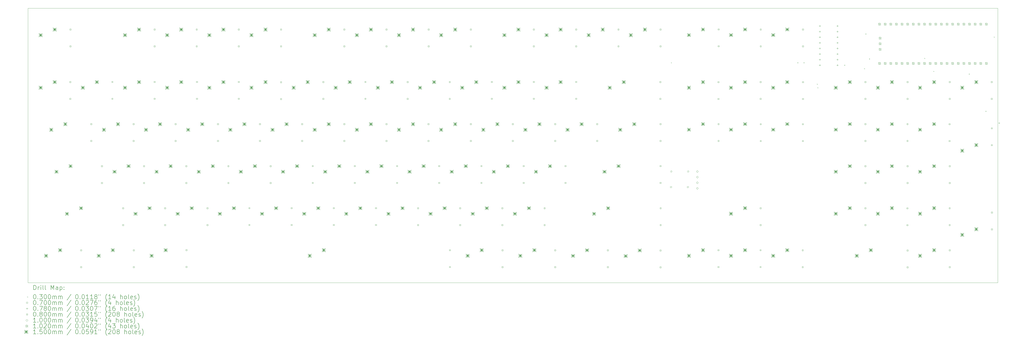
<source format=gbr>
%TF.GenerationSoftware,KiCad,Pcbnew,8.0.5*%
%TF.CreationDate,2025-05-24T22:33:45-04:00*%
%TF.ProjectId,Keyboard-Saturn,4b657962-6f61-4726-942d-53617475726e,rev?*%
%TF.SameCoordinates,Original*%
%TF.FileFunction,Drillmap*%
%TF.FilePolarity,Positive*%
%FSLAX45Y45*%
G04 Gerber Fmt 4.5, Leading zero omitted, Abs format (unit mm)*
G04 Created by KiCad (PCBNEW 8.0.5) date 2025-05-24 22:33:45*
%MOMM*%
%LPD*%
G01*
G04 APERTURE LIST*
%ADD10C,0.050000*%
%ADD11C,0.200000*%
%ADD12C,0.100000*%
%ADD13C,0.102000*%
%ADD14C,0.150000*%
G04 APERTURE END LIST*
D10*
X45975000Y-9435000D02*
X46022500Y-9435000D01*
X46022500Y-9452500D01*
X45975000Y-9452500D01*
X45975000Y-9435000D01*
X2130000Y-4237500D02*
X45940000Y-4237500D01*
X45940000Y-16672500D01*
X2130000Y-16672500D01*
X2130000Y-4237500D01*
D11*
D12*
X31177500Y-6695000D02*
X31207500Y-6725000D01*
X31207500Y-6695000D02*
X31177500Y-6725000D01*
X36887500Y-6695000D02*
X36917500Y-6725000D01*
X36917500Y-6695000D02*
X36887500Y-6725000D01*
X37167500Y-6695000D02*
X37197500Y-6725000D01*
X37197500Y-6695000D02*
X37167500Y-6725000D01*
X37770000Y-7662500D02*
X37800000Y-7692500D01*
X37800000Y-7662500D02*
X37770000Y-7692500D01*
X37793750Y-7826250D02*
X37823750Y-7856250D01*
X37823750Y-7826250D02*
X37793750Y-7856250D01*
X39005000Y-6805000D02*
X39035000Y-6835000D01*
X39035000Y-6805000D02*
X39005000Y-6835000D01*
X39902000Y-6960000D02*
X39932000Y-6990000D01*
X39932000Y-6960000D02*
X39902000Y-6990000D01*
X39962500Y-5390000D02*
X39992500Y-5420000D01*
X39992500Y-5390000D02*
X39962500Y-5420000D01*
X40127500Y-6522500D02*
X40157500Y-6552500D01*
X40157500Y-6522500D02*
X40127500Y-6552500D01*
X42617500Y-6497500D02*
X42647500Y-6527500D01*
X42647500Y-6497500D02*
X42617500Y-6527500D01*
X43030000Y-7082500D02*
X43060000Y-7112500D01*
X43060000Y-7082500D02*
X43030000Y-7112500D01*
X44630000Y-7207500D02*
X44660000Y-7237500D01*
X44660000Y-7207500D02*
X44630000Y-7237500D01*
X45385000Y-8892500D02*
X45415000Y-8922500D01*
X45415000Y-8892500D02*
X45385000Y-8922500D01*
X45760000Y-5532500D02*
X45790000Y-5562500D01*
X45790000Y-5532500D02*
X45760000Y-5562500D01*
X31213000Y-12342500D02*
G75*
G02*
X31143000Y-12342500I-35000J0D01*
G01*
X31143000Y-12342500D02*
G75*
G02*
X31213000Y-12342500I35000J0D01*
G01*
X31223000Y-11635000D02*
G75*
G02*
X31153000Y-11635000I-35000J0D01*
G01*
X31153000Y-11635000D02*
G75*
G02*
X31223000Y-11635000I35000J0D01*
G01*
X31975000Y-12342500D02*
G75*
G02*
X31905000Y-12342500I-35000J0D01*
G01*
X31905000Y-12342500D02*
G75*
G02*
X31975000Y-12342500I35000J0D01*
G01*
X31985000Y-11635000D02*
G75*
G02*
X31915000Y-11635000I-35000J0D01*
G01*
X31915000Y-11635000D02*
G75*
G02*
X31985000Y-11635000I35000J0D01*
G01*
X37900000Y-5003000D02*
X37900000Y-5081000D01*
X37861000Y-5042000D02*
X37939000Y-5042000D01*
X37900000Y-5257000D02*
X37900000Y-5335000D01*
X37861000Y-5296000D02*
X37939000Y-5296000D01*
X37900000Y-5511000D02*
X37900000Y-5589000D01*
X37861000Y-5550000D02*
X37939000Y-5550000D01*
X37900000Y-5765000D02*
X37900000Y-5843000D01*
X37861000Y-5804000D02*
X37939000Y-5804000D01*
X37900000Y-6019000D02*
X37900000Y-6097000D01*
X37861000Y-6058000D02*
X37939000Y-6058000D01*
X37900000Y-6273000D02*
X37900000Y-6351000D01*
X37861000Y-6312000D02*
X37939000Y-6312000D01*
X37900000Y-6527000D02*
X37900000Y-6605000D01*
X37861000Y-6566000D02*
X37939000Y-6566000D01*
X37900000Y-6781000D02*
X37900000Y-6859000D01*
X37861000Y-6820000D02*
X37939000Y-6820000D01*
X38694000Y-5003000D02*
X38694000Y-5081000D01*
X38655000Y-5042000D02*
X38733000Y-5042000D01*
X38694000Y-5257000D02*
X38694000Y-5335000D01*
X38655000Y-5296000D02*
X38733000Y-5296000D01*
X38694000Y-5511000D02*
X38694000Y-5589000D01*
X38655000Y-5550000D02*
X38733000Y-5550000D01*
X38694000Y-5765000D02*
X38694000Y-5843000D01*
X38655000Y-5804000D02*
X38733000Y-5804000D01*
X38694000Y-6019000D02*
X38694000Y-6097000D01*
X38655000Y-6058000D02*
X38733000Y-6058000D01*
X38694000Y-6273000D02*
X38694000Y-6351000D01*
X38655000Y-6312000D02*
X38733000Y-6312000D01*
X38694000Y-6527000D02*
X38694000Y-6605000D01*
X38655000Y-6566000D02*
X38733000Y-6566000D01*
X38694000Y-6781000D02*
X38694000Y-6859000D01*
X38655000Y-6820000D02*
X38733000Y-6820000D01*
X4068284Y-7607284D02*
X4068284Y-7550715D01*
X4011715Y-7550715D01*
X4011715Y-7607284D01*
X4068284Y-7607284D01*
X4068284Y-8369284D02*
X4068284Y-8312715D01*
X4011715Y-8312715D01*
X4011715Y-8369284D01*
X4068284Y-8369284D01*
X4078284Y-5228285D02*
X4078284Y-5171716D01*
X4021715Y-5171716D01*
X4021715Y-5228285D01*
X4078284Y-5228285D01*
X4078284Y-5990284D02*
X4078284Y-5933715D01*
X4021715Y-5933715D01*
X4021715Y-5990284D01*
X4078284Y-5990284D01*
X4558285Y-15229784D02*
X4558285Y-15173215D01*
X4501716Y-15173215D01*
X4501716Y-15229784D01*
X4558285Y-15229784D01*
X4558285Y-15991784D02*
X4558285Y-15935215D01*
X4501716Y-15935215D01*
X4501716Y-15991784D01*
X4558285Y-15991784D01*
X5018285Y-9516285D02*
X5018285Y-9459716D01*
X4961716Y-9459716D01*
X4961716Y-9516285D01*
X5018285Y-9516285D01*
X5018285Y-10278285D02*
X5018285Y-10221716D01*
X4961716Y-10221716D01*
X4961716Y-10278285D01*
X5018285Y-10278285D01*
X5498285Y-11417284D02*
X5498285Y-11360715D01*
X5441716Y-11360715D01*
X5441716Y-11417284D01*
X5498285Y-11417284D01*
X5498285Y-12179284D02*
X5498285Y-12122715D01*
X5441716Y-12122715D01*
X5441716Y-12179284D01*
X5498285Y-12179284D01*
X5968284Y-7606284D02*
X5968284Y-7549715D01*
X5911715Y-7549715D01*
X5911715Y-7606284D01*
X5968284Y-7606284D01*
X5968284Y-8368284D02*
X5968284Y-8311715D01*
X5911715Y-8311715D01*
X5911715Y-8368284D01*
X5968284Y-8368284D01*
X6453284Y-13327284D02*
X6453284Y-13270715D01*
X6396715Y-13270715D01*
X6396715Y-13327284D01*
X6453284Y-13327284D01*
X6453284Y-14089284D02*
X6453284Y-14032715D01*
X6396715Y-14032715D01*
X6396715Y-14089284D01*
X6453284Y-14089284D01*
X6928284Y-9516285D02*
X6928284Y-9459716D01*
X6871715Y-9459716D01*
X6871715Y-9516285D01*
X6928284Y-9516285D01*
X6928284Y-10278285D02*
X6928284Y-10221716D01*
X6871715Y-10221716D01*
X6871715Y-10278285D01*
X6928284Y-10278285D01*
X6938284Y-15229784D02*
X6938284Y-15173215D01*
X6881715Y-15173215D01*
X6881715Y-15229784D01*
X6938284Y-15229784D01*
X6938284Y-15991784D02*
X6938284Y-15935215D01*
X6881715Y-15935215D01*
X6881715Y-15991784D01*
X6938284Y-15991784D01*
X7398284Y-11417284D02*
X7398284Y-11360715D01*
X7341715Y-11360715D01*
X7341715Y-11417284D01*
X7398284Y-11417284D01*
X7398284Y-12179284D02*
X7398284Y-12122715D01*
X7341715Y-12122715D01*
X7341715Y-12179284D01*
X7398284Y-12179284D01*
X7878284Y-5233285D02*
X7878284Y-5176716D01*
X7821715Y-5176716D01*
X7821715Y-5233285D01*
X7878284Y-5233285D01*
X7878284Y-5995284D02*
X7878284Y-5938715D01*
X7821715Y-5938715D01*
X7821715Y-5995284D01*
X7878284Y-5995284D01*
X7878284Y-7606284D02*
X7878284Y-7549715D01*
X7821715Y-7549715D01*
X7821715Y-7606284D01*
X7878284Y-7606284D01*
X7878284Y-8368284D02*
X7878284Y-8311715D01*
X7821715Y-8311715D01*
X7821715Y-8368284D01*
X7878284Y-8368284D01*
X8353284Y-13326284D02*
X8353284Y-13269715D01*
X8296715Y-13269715D01*
X8296715Y-13326284D01*
X8353284Y-13326284D01*
X8353284Y-14088284D02*
X8353284Y-14031715D01*
X8296715Y-14031715D01*
X8296715Y-14088284D01*
X8353284Y-14088284D01*
X8828285Y-9516285D02*
X8828285Y-9459716D01*
X8771716Y-9459716D01*
X8771716Y-9516285D01*
X8828285Y-9516285D01*
X8828285Y-10278285D02*
X8828285Y-10221716D01*
X8771716Y-10221716D01*
X8771716Y-10278285D01*
X8828285Y-10278285D01*
X9308285Y-11417284D02*
X9308285Y-11360715D01*
X9251716Y-11360715D01*
X9251716Y-11417284D01*
X9308285Y-11417284D01*
X9308285Y-12179284D02*
X9308285Y-12122715D01*
X9251716Y-12122715D01*
X9251716Y-12179284D01*
X9308285Y-12179284D01*
X9318285Y-15223784D02*
X9318285Y-15167215D01*
X9261716Y-15167215D01*
X9261716Y-15223784D01*
X9318285Y-15223784D01*
X9318285Y-15985784D02*
X9318285Y-15929215D01*
X9261716Y-15929215D01*
X9261716Y-15985784D01*
X9318285Y-15985784D01*
X9778285Y-5232285D02*
X9778285Y-5175716D01*
X9721716Y-5175716D01*
X9721716Y-5232285D01*
X9778285Y-5232285D01*
X9778285Y-5994284D02*
X9778285Y-5937715D01*
X9721716Y-5937715D01*
X9721716Y-5994284D01*
X9778285Y-5994284D01*
X9788285Y-7606284D02*
X9788285Y-7549715D01*
X9731716Y-7549715D01*
X9731716Y-7606284D01*
X9788285Y-7606284D01*
X9788285Y-8368284D02*
X9788285Y-8311715D01*
X9731716Y-8311715D01*
X9731716Y-8368284D01*
X9788285Y-8368284D01*
X10263285Y-13326284D02*
X10263285Y-13269715D01*
X10206716Y-13269715D01*
X10206716Y-13326284D01*
X10263285Y-13326284D01*
X10263285Y-14088284D02*
X10263285Y-14031715D01*
X10206716Y-14031715D01*
X10206716Y-14088284D01*
X10263285Y-14088284D01*
X10738285Y-9516285D02*
X10738285Y-9459716D01*
X10681716Y-9459716D01*
X10681716Y-9516285D01*
X10738285Y-9516285D01*
X10738285Y-10278285D02*
X10738285Y-10221716D01*
X10681716Y-10221716D01*
X10681716Y-10278285D01*
X10738285Y-10278285D01*
X11208284Y-11417284D02*
X11208284Y-11360715D01*
X11151716Y-11360715D01*
X11151716Y-11417284D01*
X11208284Y-11417284D01*
X11208284Y-12179284D02*
X11208284Y-12122715D01*
X11151716Y-12122715D01*
X11151716Y-12179284D01*
X11208284Y-12179284D01*
X11678284Y-5232285D02*
X11678284Y-5175716D01*
X11621715Y-5175716D01*
X11621715Y-5232285D01*
X11678284Y-5232285D01*
X11678284Y-5994284D02*
X11678284Y-5937715D01*
X11621715Y-5937715D01*
X11621715Y-5994284D01*
X11678284Y-5994284D01*
X11678284Y-7606284D02*
X11678284Y-7549715D01*
X11621715Y-7549715D01*
X11621715Y-7606284D01*
X11678284Y-7606284D01*
X11678284Y-8368284D02*
X11678284Y-8311715D01*
X11621715Y-8311715D01*
X11621715Y-8368284D01*
X11678284Y-8368284D01*
X12158284Y-13321284D02*
X12158284Y-13264715D01*
X12101715Y-13264715D01*
X12101715Y-13321284D01*
X12158284Y-13321284D01*
X12158284Y-14083284D02*
X12158284Y-14026715D01*
X12101715Y-14026715D01*
X12101715Y-14083284D01*
X12158284Y-14083284D01*
X12638284Y-9516285D02*
X12638284Y-9459716D01*
X12581715Y-9459716D01*
X12581715Y-9516285D01*
X12638284Y-9516285D01*
X12638284Y-10278285D02*
X12638284Y-10221716D01*
X12581715Y-10221716D01*
X12581715Y-10278285D01*
X12638284Y-10278285D01*
X13118284Y-11417284D02*
X13118284Y-11360715D01*
X13061715Y-11360715D01*
X13061715Y-11417284D01*
X13118284Y-11417284D01*
X13118284Y-12179284D02*
X13118284Y-12122715D01*
X13061715Y-12122715D01*
X13061715Y-12179284D01*
X13118284Y-12179284D01*
X13588284Y-5232285D02*
X13588284Y-5175716D01*
X13531715Y-5175716D01*
X13531715Y-5232285D01*
X13588284Y-5232285D01*
X13588284Y-5994284D02*
X13588284Y-5937715D01*
X13531715Y-5937715D01*
X13531715Y-5994284D01*
X13588284Y-5994284D01*
X13588284Y-7616284D02*
X13588284Y-7559715D01*
X13531715Y-7559715D01*
X13531715Y-7616284D01*
X13588284Y-7616284D01*
X13588284Y-8378284D02*
X13588284Y-8321715D01*
X13531715Y-8321715D01*
X13531715Y-8378284D01*
X13588284Y-8378284D01*
X14068284Y-13321284D02*
X14068284Y-13264715D01*
X14011715Y-13264715D01*
X14011715Y-13321284D01*
X14068284Y-13321284D01*
X14068284Y-14083284D02*
X14068284Y-14026715D01*
X14011715Y-14026715D01*
X14011715Y-14083284D01*
X14068284Y-14083284D01*
X14538284Y-9516285D02*
X14538284Y-9459716D01*
X14481715Y-9459716D01*
X14481715Y-9516285D01*
X14538284Y-9516285D01*
X14538284Y-10278285D02*
X14538284Y-10221716D01*
X14481715Y-10221716D01*
X14481715Y-10278285D01*
X14538284Y-10278285D01*
X15018284Y-11416284D02*
X15018284Y-11359715D01*
X14961715Y-11359715D01*
X14961715Y-11416284D01*
X15018284Y-11416284D01*
X15018284Y-12178284D02*
X15018284Y-12121715D01*
X14961715Y-12121715D01*
X14961715Y-12178284D01*
X15018284Y-12178284D01*
X15498284Y-7607284D02*
X15498284Y-7550715D01*
X15441715Y-7550715D01*
X15441715Y-7607284D01*
X15498284Y-7607284D01*
X15498284Y-8369284D02*
X15498284Y-8312715D01*
X15441715Y-8312715D01*
X15441715Y-8369284D01*
X15498284Y-8369284D01*
X15973284Y-13321284D02*
X15973284Y-13264715D01*
X15916715Y-13264715D01*
X15916715Y-13321284D01*
X15973284Y-13321284D01*
X15973284Y-14083284D02*
X15973284Y-14026715D01*
X15916715Y-14026715D01*
X15916715Y-14083284D01*
X15973284Y-14083284D01*
X16448284Y-5232285D02*
X16448284Y-5175716D01*
X16391715Y-5175716D01*
X16391715Y-5232285D01*
X16448284Y-5232285D01*
X16448284Y-5994284D02*
X16448284Y-5937715D01*
X16391715Y-5937715D01*
X16391715Y-5994284D01*
X16448284Y-5994284D01*
X16448284Y-9516285D02*
X16448284Y-9459716D01*
X16391715Y-9459716D01*
X16391715Y-9516285D01*
X16448284Y-9516285D01*
X16448284Y-10278285D02*
X16448284Y-10221716D01*
X16391715Y-10221716D01*
X16391715Y-10278285D01*
X16448284Y-10278285D01*
X16918285Y-11416284D02*
X16918285Y-11359715D01*
X16861716Y-11359715D01*
X16861716Y-11416284D01*
X16918285Y-11416284D01*
X16918285Y-12178284D02*
X16918285Y-12121715D01*
X16861716Y-12121715D01*
X16861716Y-12178284D01*
X16918285Y-12178284D01*
X17398285Y-7606284D02*
X17398285Y-7549715D01*
X17341716Y-7549715D01*
X17341716Y-7606284D01*
X17398285Y-7606284D01*
X17398285Y-8368284D02*
X17398285Y-8311715D01*
X17341716Y-8311715D01*
X17341716Y-8368284D01*
X17398285Y-8368284D01*
X17878285Y-13321284D02*
X17878285Y-13264715D01*
X17821716Y-13264715D01*
X17821716Y-13321284D01*
X17878285Y-13321284D01*
X17878285Y-14083284D02*
X17878285Y-14026715D01*
X17821716Y-14026715D01*
X17821716Y-14083284D01*
X17878285Y-14083284D01*
X18348285Y-5232285D02*
X18348285Y-5175716D01*
X18291716Y-5175716D01*
X18291716Y-5232285D01*
X18348285Y-5232285D01*
X18348285Y-5994284D02*
X18348285Y-5937715D01*
X18291716Y-5937715D01*
X18291716Y-5994284D01*
X18348285Y-5994284D01*
X18348285Y-9516285D02*
X18348285Y-9459716D01*
X18291716Y-9459716D01*
X18291716Y-9516285D01*
X18348285Y-9516285D01*
X18348285Y-10278285D02*
X18348285Y-10221716D01*
X18291716Y-10221716D01*
X18291716Y-10278285D01*
X18348285Y-10278285D01*
X18828285Y-11416284D02*
X18828285Y-11359715D01*
X18771716Y-11359715D01*
X18771716Y-11416284D01*
X18828285Y-11416284D01*
X18828285Y-12178284D02*
X18828285Y-12121715D01*
X18771716Y-12121715D01*
X18771716Y-12178284D01*
X18828285Y-12178284D01*
X19308285Y-7607284D02*
X19308285Y-7550715D01*
X19251716Y-7550715D01*
X19251716Y-7607284D01*
X19308285Y-7607284D01*
X19308285Y-8369284D02*
X19308285Y-8312715D01*
X19251716Y-8312715D01*
X19251716Y-8369284D01*
X19308285Y-8369284D01*
X19778285Y-13326284D02*
X19778285Y-13269715D01*
X19721716Y-13269715D01*
X19721716Y-13326284D01*
X19778285Y-13326284D01*
X19778285Y-14088284D02*
X19778285Y-14031715D01*
X19721716Y-14031715D01*
X19721716Y-14088284D01*
X19778285Y-14088284D01*
X20248285Y-9516285D02*
X20248285Y-9459716D01*
X20191716Y-9459716D01*
X20191716Y-9516285D01*
X20248285Y-9516285D01*
X20248285Y-10278285D02*
X20248285Y-10221716D01*
X20191716Y-10221716D01*
X20191716Y-10278285D01*
X20248285Y-10278285D01*
X20258285Y-5232285D02*
X20258285Y-5175716D01*
X20201716Y-5175716D01*
X20201716Y-5232285D01*
X20258285Y-5232285D01*
X20258285Y-5994284D02*
X20258285Y-5937715D01*
X20201716Y-5937715D01*
X20201716Y-5994284D01*
X20258285Y-5994284D01*
X20728285Y-11416284D02*
X20728285Y-11359715D01*
X20671716Y-11359715D01*
X20671716Y-11416284D01*
X20728285Y-11416284D01*
X20728285Y-12178284D02*
X20728285Y-12121715D01*
X20671716Y-12121715D01*
X20671716Y-12178284D01*
X20728285Y-12178284D01*
X21208285Y-7607284D02*
X21208285Y-7550715D01*
X21151716Y-7550715D01*
X21151716Y-7607284D01*
X21208285Y-7607284D01*
X21208285Y-8369284D02*
X21208285Y-8312715D01*
X21151716Y-8312715D01*
X21151716Y-8369284D01*
X21208285Y-8369284D01*
X21215785Y-15226284D02*
X21215785Y-15169715D01*
X21159216Y-15169715D01*
X21159216Y-15226284D01*
X21215785Y-15226284D01*
X21215785Y-15988284D02*
X21215785Y-15931715D01*
X21159216Y-15931715D01*
X21159216Y-15988284D01*
X21215785Y-15988284D01*
X21678285Y-13326284D02*
X21678285Y-13269715D01*
X21621716Y-13269715D01*
X21621716Y-13326284D01*
X21678285Y-13326284D01*
X21678285Y-14088284D02*
X21678285Y-14031715D01*
X21621716Y-14031715D01*
X21621716Y-14088284D01*
X21678285Y-14088284D01*
X22158285Y-5232285D02*
X22158285Y-5175716D01*
X22101716Y-5175716D01*
X22101716Y-5232285D01*
X22158285Y-5232285D01*
X22158285Y-5994284D02*
X22158285Y-5937715D01*
X22101716Y-5937715D01*
X22101716Y-5994284D01*
X22158285Y-5994284D01*
X22158285Y-9516285D02*
X22158285Y-9459716D01*
X22101716Y-9459716D01*
X22101716Y-9516285D01*
X22158285Y-9516285D01*
X22158285Y-10278285D02*
X22158285Y-10221716D01*
X22101716Y-10221716D01*
X22101716Y-10278285D01*
X22158285Y-10278285D01*
X22638284Y-11416284D02*
X22638284Y-11359715D01*
X22581715Y-11359715D01*
X22581715Y-11416284D01*
X22638284Y-11416284D01*
X22638284Y-12178284D02*
X22638284Y-12121715D01*
X22581715Y-12121715D01*
X22581715Y-12178284D01*
X22638284Y-12178284D01*
X23108284Y-7606284D02*
X23108284Y-7549715D01*
X23051715Y-7549715D01*
X23051715Y-7606284D01*
X23108284Y-7606284D01*
X23108284Y-8368284D02*
X23108284Y-8311715D01*
X23051715Y-8311715D01*
X23051715Y-8368284D01*
X23108284Y-8368284D01*
X23583284Y-13326284D02*
X23583284Y-13269715D01*
X23526715Y-13269715D01*
X23526715Y-13326284D01*
X23583284Y-13326284D01*
X23583284Y-14088284D02*
X23583284Y-14031715D01*
X23526715Y-14031715D01*
X23526715Y-14088284D01*
X23583284Y-14088284D01*
X23590784Y-15231284D02*
X23590784Y-15174715D01*
X23534215Y-15174715D01*
X23534215Y-15231284D01*
X23590784Y-15231284D01*
X23590784Y-15993284D02*
X23590784Y-15936715D01*
X23534215Y-15936715D01*
X23534215Y-15993284D01*
X23590784Y-15993284D01*
X24058284Y-9516285D02*
X24058284Y-9459716D01*
X24001715Y-9459716D01*
X24001715Y-9516285D01*
X24058284Y-9516285D01*
X24058284Y-10278285D02*
X24058284Y-10221716D01*
X24001715Y-10221716D01*
X24001715Y-10278285D01*
X24058284Y-10278285D01*
X24548284Y-11416284D02*
X24548284Y-11359715D01*
X24491715Y-11359715D01*
X24491715Y-11416284D01*
X24548284Y-11416284D01*
X24548284Y-12178284D02*
X24548284Y-12121715D01*
X24491715Y-12121715D01*
X24491715Y-12178284D01*
X24548284Y-12178284D01*
X25008284Y-5232285D02*
X25008284Y-5175716D01*
X24951715Y-5175716D01*
X24951715Y-5232285D01*
X25008284Y-5232285D01*
X25008284Y-5994284D02*
X25008284Y-5937715D01*
X24951715Y-5937715D01*
X24951715Y-5994284D01*
X25008284Y-5994284D01*
X25008284Y-7606284D02*
X25008284Y-7549715D01*
X24951715Y-7549715D01*
X24951715Y-7606284D01*
X25008284Y-7606284D01*
X25008284Y-8368284D02*
X25008284Y-8311715D01*
X24951715Y-8311715D01*
X24951715Y-8368284D01*
X25008284Y-8368284D01*
X25493284Y-13326284D02*
X25493284Y-13269715D01*
X25436715Y-13269715D01*
X25436715Y-13326284D01*
X25493284Y-13326284D01*
X25493284Y-14088284D02*
X25493284Y-14031715D01*
X25436715Y-14031715D01*
X25436715Y-14088284D01*
X25493284Y-14088284D01*
X25968284Y-9516285D02*
X25968284Y-9459716D01*
X25911715Y-9459716D01*
X25911715Y-9516285D01*
X25968284Y-9516285D01*
X25968284Y-10278285D02*
X25968284Y-10221716D01*
X25911715Y-10221716D01*
X25911715Y-10278285D01*
X25968284Y-10278285D01*
X25968284Y-15231284D02*
X25968284Y-15174715D01*
X25911715Y-15174715D01*
X25911715Y-15231284D01*
X25968284Y-15231284D01*
X25968284Y-15993284D02*
X25968284Y-15936715D01*
X25911715Y-15936715D01*
X25911715Y-15993284D01*
X25968284Y-15993284D01*
X26438284Y-11416284D02*
X26438284Y-11359715D01*
X26381715Y-11359715D01*
X26381715Y-11416284D01*
X26438284Y-11416284D01*
X26438284Y-12178284D02*
X26438284Y-12121715D01*
X26381715Y-12121715D01*
X26381715Y-12178284D01*
X26438284Y-12178284D01*
X26918284Y-5232285D02*
X26918284Y-5175716D01*
X26861715Y-5175716D01*
X26861715Y-5232285D01*
X26918284Y-5232285D01*
X26918284Y-5994284D02*
X26918284Y-5937715D01*
X26861715Y-5937715D01*
X26861715Y-5994284D01*
X26918284Y-5994284D01*
X26918284Y-7606284D02*
X26918284Y-7549715D01*
X26861715Y-7549715D01*
X26861715Y-7606284D01*
X26918284Y-7606284D01*
X26918284Y-8368284D02*
X26918284Y-8311715D01*
X26861715Y-8311715D01*
X26861715Y-8368284D01*
X26918284Y-8368284D01*
X27868284Y-9516285D02*
X27868284Y-9459716D01*
X27811715Y-9459716D01*
X27811715Y-9516285D01*
X27868284Y-9516285D01*
X27868284Y-10278285D02*
X27868284Y-10221716D01*
X27811715Y-10221716D01*
X27811715Y-10278285D01*
X27868284Y-10278285D01*
X28348284Y-15231284D02*
X28348284Y-15174715D01*
X28291715Y-15174715D01*
X28291715Y-15231284D01*
X28348284Y-15231284D01*
X28348284Y-15993284D02*
X28348284Y-15936715D01*
X28291715Y-15936715D01*
X28291715Y-15993284D01*
X28348284Y-15993284D01*
X28828284Y-5232285D02*
X28828284Y-5175716D01*
X28771715Y-5175716D01*
X28771715Y-5232285D01*
X28828284Y-5232285D01*
X28828284Y-5994284D02*
X28828284Y-5937715D01*
X28771715Y-5937715D01*
X28771715Y-5994284D01*
X28828284Y-5994284D01*
X30723284Y-7609784D02*
X30723284Y-7553215D01*
X30666715Y-7553215D01*
X30666715Y-7609784D01*
X30723284Y-7609784D01*
X30723284Y-8371784D02*
X30723284Y-8315215D01*
X30666715Y-8315215D01*
X30666715Y-8371784D01*
X30723284Y-8371784D01*
X30728284Y-5232285D02*
X30728284Y-5175716D01*
X30671715Y-5175716D01*
X30671715Y-5232285D01*
X30728284Y-5232285D01*
X30728284Y-5994284D02*
X30728284Y-5937715D01*
X30671715Y-5937715D01*
X30671715Y-5994284D01*
X30728284Y-5994284D01*
X30728284Y-9516285D02*
X30728284Y-9459716D01*
X30671715Y-9459716D01*
X30671715Y-9516285D01*
X30728284Y-9516285D01*
X30728284Y-10278285D02*
X30728284Y-10221716D01*
X30671715Y-10221716D01*
X30671715Y-10278285D01*
X30728284Y-10278285D01*
X30728284Y-11416284D02*
X30728284Y-11359715D01*
X30671715Y-11359715D01*
X30671715Y-11416284D01*
X30728284Y-11416284D01*
X30728284Y-12178284D02*
X30728284Y-12121715D01*
X30671715Y-12121715D01*
X30671715Y-12178284D01*
X30728284Y-12178284D01*
X30730784Y-15238784D02*
X30730784Y-15182215D01*
X30674215Y-15182215D01*
X30674215Y-15238784D01*
X30730784Y-15238784D01*
X30730784Y-16000784D02*
X30730784Y-15944215D01*
X30674215Y-15944215D01*
X30674215Y-16000784D01*
X30730784Y-16000784D01*
X30733284Y-13326284D02*
X30733284Y-13269715D01*
X30676715Y-13269715D01*
X30676715Y-13326284D01*
X30733284Y-13326284D01*
X30733284Y-14088284D02*
X30733284Y-14031715D01*
X30676715Y-14031715D01*
X30676715Y-14088284D01*
X30733284Y-14088284D01*
X33343284Y-7613284D02*
X33343284Y-7556715D01*
X33286715Y-7556715D01*
X33286715Y-7613284D01*
X33343284Y-7613284D01*
X33343284Y-8375284D02*
X33343284Y-8318715D01*
X33286715Y-8318715D01*
X33286715Y-8375284D01*
X33343284Y-8375284D01*
X33345784Y-15226284D02*
X33345784Y-15169715D01*
X33289215Y-15169715D01*
X33289215Y-15226284D01*
X33345784Y-15226284D01*
X33345784Y-15988284D02*
X33345784Y-15931715D01*
X33289215Y-15931715D01*
X33289215Y-15988284D01*
X33345784Y-15988284D01*
X33348284Y-9513285D02*
X33348284Y-9456716D01*
X33291715Y-9456716D01*
X33291715Y-9513285D01*
X33348284Y-9513285D01*
X33348284Y-10275285D02*
X33348284Y-10218716D01*
X33291715Y-10218716D01*
X33291715Y-10275285D01*
X33348284Y-10275285D01*
X33353284Y-5227785D02*
X33353284Y-5171216D01*
X33296715Y-5171216D01*
X33296715Y-5227785D01*
X33353284Y-5227785D01*
X33353284Y-5989784D02*
X33353284Y-5933215D01*
X33296715Y-5933215D01*
X33296715Y-5989784D01*
X33353284Y-5989784D01*
X35245785Y-15226284D02*
X35245785Y-15169715D01*
X35189216Y-15169715D01*
X35189216Y-15226284D01*
X35245785Y-15226284D01*
X35245785Y-15988284D02*
X35245785Y-15931715D01*
X35189216Y-15931715D01*
X35189216Y-15988284D01*
X35245785Y-15988284D01*
X35248285Y-7608284D02*
X35248285Y-7551715D01*
X35191716Y-7551715D01*
X35191716Y-7608284D01*
X35248285Y-7608284D01*
X35248285Y-8370284D02*
X35248285Y-8313715D01*
X35191716Y-8313715D01*
X35191716Y-8370284D01*
X35248285Y-8370284D01*
X35248285Y-13326284D02*
X35248285Y-13269715D01*
X35191716Y-13269715D01*
X35191716Y-13326284D01*
X35248285Y-13326284D01*
X35248285Y-14088284D02*
X35248285Y-14031715D01*
X35191716Y-14031715D01*
X35191716Y-14088284D01*
X35248285Y-14088284D01*
X35253285Y-5230785D02*
X35253285Y-5174216D01*
X35196716Y-5174216D01*
X35196716Y-5230785D01*
X35253285Y-5230785D01*
X35253285Y-5992784D02*
X35253285Y-5936215D01*
X35196716Y-5936215D01*
X35196716Y-5992784D01*
X35253285Y-5992784D01*
X35255785Y-9518785D02*
X35255785Y-9462216D01*
X35199216Y-9462216D01*
X35199216Y-9518785D01*
X35255785Y-9518785D01*
X35255785Y-10280785D02*
X35255785Y-10224216D01*
X35199216Y-10224216D01*
X35199216Y-10280785D01*
X35255785Y-10280785D01*
X37150785Y-15231284D02*
X37150785Y-15174715D01*
X37094216Y-15174715D01*
X37094216Y-15231284D01*
X37150785Y-15231284D01*
X37150785Y-15993284D02*
X37150785Y-15936715D01*
X37094216Y-15936715D01*
X37094216Y-15993284D01*
X37150785Y-15993284D01*
X37160785Y-9518785D02*
X37160785Y-9462216D01*
X37104216Y-9462216D01*
X37104216Y-9518785D01*
X37160785Y-9518785D01*
X37160785Y-10280785D02*
X37160785Y-10224216D01*
X37104216Y-10224216D01*
X37104216Y-10280785D01*
X37160785Y-10280785D01*
X37163285Y-7613284D02*
X37163285Y-7556715D01*
X37106716Y-7556715D01*
X37106716Y-7613284D01*
X37163285Y-7613284D01*
X37163285Y-8375284D02*
X37163285Y-8318715D01*
X37106716Y-8318715D01*
X37106716Y-8375284D01*
X37163285Y-8375284D01*
X37165785Y-5232785D02*
X37165785Y-5176216D01*
X37109216Y-5176216D01*
X37109216Y-5232785D01*
X37165785Y-5232785D01*
X37165785Y-5994784D02*
X37165785Y-5938215D01*
X37109216Y-5938215D01*
X37109216Y-5994784D01*
X37165785Y-5994784D01*
X39980785Y-13326284D02*
X39980785Y-13269715D01*
X39924216Y-13269715D01*
X39924216Y-13326284D01*
X39980785Y-13326284D01*
X39980785Y-14088284D02*
X39980785Y-14031715D01*
X39924216Y-14031715D01*
X39924216Y-14088284D01*
X39980785Y-14088284D01*
X39985785Y-7608784D02*
X39985785Y-7552215D01*
X39929216Y-7552215D01*
X39929216Y-7608784D01*
X39985785Y-7608784D01*
X39985785Y-8370784D02*
X39985785Y-8314215D01*
X39929216Y-8314215D01*
X39929216Y-8370784D01*
X39985785Y-8370784D01*
X39985785Y-9513785D02*
X39985785Y-9457216D01*
X39929216Y-9457216D01*
X39929216Y-9513785D01*
X39985785Y-9513785D01*
X39985785Y-10275785D02*
X39985785Y-10219216D01*
X39929216Y-10219216D01*
X39929216Y-10275785D01*
X39985785Y-10275785D01*
X39985785Y-11418784D02*
X39985785Y-11362215D01*
X39929216Y-11362215D01*
X39929216Y-11418784D01*
X39985785Y-11418784D01*
X39985785Y-12180784D02*
X39985785Y-12124215D01*
X39929216Y-12124215D01*
X39929216Y-12180784D01*
X39985785Y-12180784D01*
X41878285Y-13328784D02*
X41878285Y-13272215D01*
X41821716Y-13272215D01*
X41821716Y-13328784D01*
X41878285Y-13328784D01*
X41878285Y-14090784D02*
X41878285Y-14034215D01*
X41821716Y-14034215D01*
X41821716Y-14090784D01*
X41878285Y-14090784D01*
X41883285Y-9513785D02*
X41883285Y-9457216D01*
X41826716Y-9457216D01*
X41826716Y-9513785D01*
X41883285Y-9513785D01*
X41883285Y-10275785D02*
X41883285Y-10219216D01*
X41826716Y-10219216D01*
X41826716Y-10275785D01*
X41883285Y-10275785D01*
X41888285Y-7608784D02*
X41888285Y-7552215D01*
X41831716Y-7552215D01*
X41831716Y-7608784D01*
X41888285Y-7608784D01*
X41888285Y-8370784D02*
X41888285Y-8314215D01*
X41831716Y-8314215D01*
X41831716Y-8370784D01*
X41888285Y-8370784D01*
X41888285Y-11418784D02*
X41888285Y-11362215D01*
X41831716Y-11362215D01*
X41831716Y-11418784D01*
X41888285Y-11418784D01*
X41888285Y-12180784D02*
X41888285Y-12124215D01*
X41831716Y-12124215D01*
X41831716Y-12180784D01*
X41888285Y-12180784D01*
X41888285Y-15238784D02*
X41888285Y-15182215D01*
X41831716Y-15182215D01*
X41831716Y-15238784D01*
X41888285Y-15238784D01*
X41888285Y-16000784D02*
X41888285Y-15944215D01*
X41831716Y-15944215D01*
X41831716Y-16000784D01*
X41888285Y-16000784D01*
X43785785Y-9518785D02*
X43785785Y-9462216D01*
X43729216Y-9462216D01*
X43729216Y-9518785D01*
X43785785Y-9518785D01*
X43785785Y-10280785D02*
X43785785Y-10224216D01*
X43729216Y-10224216D01*
X43729216Y-10280785D01*
X43785785Y-10280785D01*
X43788285Y-13326284D02*
X43788285Y-13269715D01*
X43731716Y-13269715D01*
X43731716Y-13326284D01*
X43788285Y-13326284D01*
X43788285Y-14088284D02*
X43788285Y-14031715D01*
X43731716Y-14031715D01*
X43731716Y-14088284D01*
X43788285Y-14088284D01*
X43790785Y-7608784D02*
X43790785Y-7552215D01*
X43734216Y-7552215D01*
X43734216Y-7608784D01*
X43790785Y-7608784D01*
X43790785Y-8370784D02*
X43790785Y-8314215D01*
X43734216Y-8314215D01*
X43734216Y-8370784D01*
X43790785Y-8370784D01*
X43790785Y-11421284D02*
X43790785Y-11364715D01*
X43734216Y-11364715D01*
X43734216Y-11421284D01*
X43790785Y-11421284D01*
X43790785Y-12183284D02*
X43790785Y-12126715D01*
X43734216Y-12126715D01*
X43734216Y-12183284D01*
X43790785Y-12183284D01*
X43795785Y-15228784D02*
X43795785Y-15172215D01*
X43739216Y-15172215D01*
X43739216Y-15228784D01*
X43795785Y-15228784D01*
X43795785Y-15990784D02*
X43795785Y-15934215D01*
X43739216Y-15934215D01*
X43739216Y-15990784D01*
X43795785Y-15990784D01*
X45690784Y-7612284D02*
X45690784Y-7555715D01*
X45634215Y-7555715D01*
X45634215Y-7612284D01*
X45690784Y-7612284D01*
X45690784Y-8374284D02*
X45690784Y-8317715D01*
X45634215Y-8317715D01*
X45634215Y-8374284D01*
X45690784Y-8374284D01*
X45693284Y-9705785D02*
X45693284Y-9649216D01*
X45636715Y-9649216D01*
X45636715Y-9705785D01*
X45693284Y-9705785D01*
X45693284Y-10467785D02*
X45693284Y-10411216D01*
X45636715Y-10411216D01*
X45636715Y-10467785D01*
X45693284Y-10467785D01*
X45698284Y-13520784D02*
X45698284Y-13464215D01*
X45641715Y-13464215D01*
X45641715Y-13520784D01*
X45698284Y-13520784D01*
X45698284Y-14282784D02*
X45698284Y-14226215D01*
X45641715Y-14226215D01*
X45641715Y-14282784D01*
X45698284Y-14282784D01*
X32368000Y-11685500D02*
X32418000Y-11635500D01*
X32368000Y-11585500D01*
X32318000Y-11635500D01*
X32368000Y-11685500D01*
X32368000Y-11939500D02*
X32418000Y-11889500D01*
X32368000Y-11839500D01*
X32318000Y-11889500D01*
X32368000Y-11939500D01*
X32368000Y-12193500D02*
X32418000Y-12143500D01*
X32368000Y-12093500D01*
X32318000Y-12143500D01*
X32368000Y-12193500D01*
X32368000Y-12447500D02*
X32418000Y-12397500D01*
X32368000Y-12347500D01*
X32318000Y-12397500D01*
X32368000Y-12447500D01*
D13*
X40547000Y-4910500D02*
X40649000Y-5012500D01*
X40649000Y-4910500D02*
X40547000Y-5012500D01*
X40649000Y-4961500D02*
G75*
G02*
X40547000Y-4961500I-51000J0D01*
G01*
X40547000Y-4961500D02*
G75*
G02*
X40649000Y-4961500I51000J0D01*
G01*
X40547000Y-6688500D02*
X40649000Y-6790500D01*
X40649000Y-6688500D02*
X40547000Y-6790500D01*
X40649000Y-6739500D02*
G75*
G02*
X40547000Y-6739500I-51000J0D01*
G01*
X40547000Y-6739500D02*
G75*
G02*
X40649000Y-6739500I51000J0D01*
G01*
X40570000Y-5545500D02*
X40672000Y-5647500D01*
X40672000Y-5545500D02*
X40570000Y-5647500D01*
X40672000Y-5596500D02*
G75*
G02*
X40570000Y-5596500I-51000J0D01*
G01*
X40570000Y-5596500D02*
G75*
G02*
X40672000Y-5596500I51000J0D01*
G01*
X40570000Y-5799500D02*
X40672000Y-5901500D01*
X40672000Y-5799500D02*
X40570000Y-5901500D01*
X40672000Y-5850500D02*
G75*
G02*
X40570000Y-5850500I-51000J0D01*
G01*
X40570000Y-5850500D02*
G75*
G02*
X40672000Y-5850500I51000J0D01*
G01*
X40570000Y-6053500D02*
X40672000Y-6155500D01*
X40672000Y-6053500D02*
X40570000Y-6155500D01*
X40672000Y-6104500D02*
G75*
G02*
X40570000Y-6104500I-51000J0D01*
G01*
X40570000Y-6104500D02*
G75*
G02*
X40672000Y-6104500I51000J0D01*
G01*
X40801000Y-4910500D02*
X40903000Y-5012500D01*
X40903000Y-4910500D02*
X40801000Y-5012500D01*
X40903000Y-4961500D02*
G75*
G02*
X40801000Y-4961500I-51000J0D01*
G01*
X40801000Y-4961500D02*
G75*
G02*
X40903000Y-4961500I51000J0D01*
G01*
X40801000Y-6688500D02*
X40903000Y-6790500D01*
X40903000Y-6688500D02*
X40801000Y-6790500D01*
X40903000Y-6739500D02*
G75*
G02*
X40801000Y-6739500I-51000J0D01*
G01*
X40801000Y-6739500D02*
G75*
G02*
X40903000Y-6739500I51000J0D01*
G01*
X41055000Y-4910500D02*
X41157000Y-5012500D01*
X41157000Y-4910500D02*
X41055000Y-5012500D01*
X41157000Y-4961500D02*
G75*
G02*
X41055000Y-4961500I-51000J0D01*
G01*
X41055000Y-4961500D02*
G75*
G02*
X41157000Y-4961500I51000J0D01*
G01*
X41055000Y-6688500D02*
X41157000Y-6790500D01*
X41157000Y-6688500D02*
X41055000Y-6790500D01*
X41157000Y-6739500D02*
G75*
G02*
X41055000Y-6739500I-51000J0D01*
G01*
X41055000Y-6739500D02*
G75*
G02*
X41157000Y-6739500I51000J0D01*
G01*
X41309000Y-4910500D02*
X41411000Y-5012500D01*
X41411000Y-4910500D02*
X41309000Y-5012500D01*
X41411000Y-4961500D02*
G75*
G02*
X41309000Y-4961500I-51000J0D01*
G01*
X41309000Y-4961500D02*
G75*
G02*
X41411000Y-4961500I51000J0D01*
G01*
X41309000Y-6688500D02*
X41411000Y-6790500D01*
X41411000Y-6688500D02*
X41309000Y-6790500D01*
X41411000Y-6739500D02*
G75*
G02*
X41309000Y-6739500I-51000J0D01*
G01*
X41309000Y-6739500D02*
G75*
G02*
X41411000Y-6739500I51000J0D01*
G01*
X41563000Y-4910500D02*
X41665000Y-5012500D01*
X41665000Y-4910500D02*
X41563000Y-5012500D01*
X41665000Y-4961500D02*
G75*
G02*
X41563000Y-4961500I-51000J0D01*
G01*
X41563000Y-4961500D02*
G75*
G02*
X41665000Y-4961500I51000J0D01*
G01*
X41563000Y-6688500D02*
X41665000Y-6790500D01*
X41665000Y-6688500D02*
X41563000Y-6790500D01*
X41665000Y-6739500D02*
G75*
G02*
X41563000Y-6739500I-51000J0D01*
G01*
X41563000Y-6739500D02*
G75*
G02*
X41665000Y-6739500I51000J0D01*
G01*
X41817000Y-4910500D02*
X41919000Y-5012500D01*
X41919000Y-4910500D02*
X41817000Y-5012500D01*
X41919000Y-4961500D02*
G75*
G02*
X41817000Y-4961500I-51000J0D01*
G01*
X41817000Y-4961500D02*
G75*
G02*
X41919000Y-4961500I51000J0D01*
G01*
X41817000Y-6688500D02*
X41919000Y-6790500D01*
X41919000Y-6688500D02*
X41817000Y-6790500D01*
X41919000Y-6739500D02*
G75*
G02*
X41817000Y-6739500I-51000J0D01*
G01*
X41817000Y-6739500D02*
G75*
G02*
X41919000Y-6739500I51000J0D01*
G01*
X42071000Y-4910500D02*
X42173000Y-5012500D01*
X42173000Y-4910500D02*
X42071000Y-5012500D01*
X42173000Y-4961500D02*
G75*
G02*
X42071000Y-4961500I-51000J0D01*
G01*
X42071000Y-4961500D02*
G75*
G02*
X42173000Y-4961500I51000J0D01*
G01*
X42071000Y-6688500D02*
X42173000Y-6790500D01*
X42173000Y-6688500D02*
X42071000Y-6790500D01*
X42173000Y-6739500D02*
G75*
G02*
X42071000Y-6739500I-51000J0D01*
G01*
X42071000Y-6739500D02*
G75*
G02*
X42173000Y-6739500I51000J0D01*
G01*
X42325000Y-4910500D02*
X42427000Y-5012500D01*
X42427000Y-4910500D02*
X42325000Y-5012500D01*
X42427000Y-4961500D02*
G75*
G02*
X42325000Y-4961500I-51000J0D01*
G01*
X42325000Y-4961500D02*
G75*
G02*
X42427000Y-4961500I51000J0D01*
G01*
X42325000Y-6688500D02*
X42427000Y-6790500D01*
X42427000Y-6688500D02*
X42325000Y-6790500D01*
X42427000Y-6739500D02*
G75*
G02*
X42325000Y-6739500I-51000J0D01*
G01*
X42325000Y-6739500D02*
G75*
G02*
X42427000Y-6739500I51000J0D01*
G01*
X42579000Y-4910500D02*
X42681000Y-5012500D01*
X42681000Y-4910500D02*
X42579000Y-5012500D01*
X42681000Y-4961500D02*
G75*
G02*
X42579000Y-4961500I-51000J0D01*
G01*
X42579000Y-4961500D02*
G75*
G02*
X42681000Y-4961500I51000J0D01*
G01*
X42579000Y-6688500D02*
X42681000Y-6790500D01*
X42681000Y-6688500D02*
X42579000Y-6790500D01*
X42681000Y-6739500D02*
G75*
G02*
X42579000Y-6739500I-51000J0D01*
G01*
X42579000Y-6739500D02*
G75*
G02*
X42681000Y-6739500I51000J0D01*
G01*
X42833000Y-4910500D02*
X42935000Y-5012500D01*
X42935000Y-4910500D02*
X42833000Y-5012500D01*
X42935000Y-4961500D02*
G75*
G02*
X42833000Y-4961500I-51000J0D01*
G01*
X42833000Y-4961500D02*
G75*
G02*
X42935000Y-4961500I51000J0D01*
G01*
X42833000Y-6688500D02*
X42935000Y-6790500D01*
X42935000Y-6688500D02*
X42833000Y-6790500D01*
X42935000Y-6739500D02*
G75*
G02*
X42833000Y-6739500I-51000J0D01*
G01*
X42833000Y-6739500D02*
G75*
G02*
X42935000Y-6739500I51000J0D01*
G01*
X43087000Y-4910500D02*
X43189000Y-5012500D01*
X43189000Y-4910500D02*
X43087000Y-5012500D01*
X43189000Y-4961500D02*
G75*
G02*
X43087000Y-4961500I-51000J0D01*
G01*
X43087000Y-4961500D02*
G75*
G02*
X43189000Y-4961500I51000J0D01*
G01*
X43087000Y-6688500D02*
X43189000Y-6790500D01*
X43189000Y-6688500D02*
X43087000Y-6790500D01*
X43189000Y-6739500D02*
G75*
G02*
X43087000Y-6739500I-51000J0D01*
G01*
X43087000Y-6739500D02*
G75*
G02*
X43189000Y-6739500I51000J0D01*
G01*
X43341000Y-4910500D02*
X43443000Y-5012500D01*
X43443000Y-4910500D02*
X43341000Y-5012500D01*
X43443000Y-4961500D02*
G75*
G02*
X43341000Y-4961500I-51000J0D01*
G01*
X43341000Y-4961500D02*
G75*
G02*
X43443000Y-4961500I51000J0D01*
G01*
X43341000Y-6688500D02*
X43443000Y-6790500D01*
X43443000Y-6688500D02*
X43341000Y-6790500D01*
X43443000Y-6739500D02*
G75*
G02*
X43341000Y-6739500I-51000J0D01*
G01*
X43341000Y-6739500D02*
G75*
G02*
X43443000Y-6739500I51000J0D01*
G01*
X43595000Y-4910500D02*
X43697000Y-5012500D01*
X43697000Y-4910500D02*
X43595000Y-5012500D01*
X43697000Y-4961500D02*
G75*
G02*
X43595000Y-4961500I-51000J0D01*
G01*
X43595000Y-4961500D02*
G75*
G02*
X43697000Y-4961500I51000J0D01*
G01*
X43595000Y-6688500D02*
X43697000Y-6790500D01*
X43697000Y-6688500D02*
X43595000Y-6790500D01*
X43697000Y-6739500D02*
G75*
G02*
X43595000Y-6739500I-51000J0D01*
G01*
X43595000Y-6739500D02*
G75*
G02*
X43697000Y-6739500I51000J0D01*
G01*
X43849000Y-4910500D02*
X43951000Y-5012500D01*
X43951000Y-4910500D02*
X43849000Y-5012500D01*
X43951000Y-4961500D02*
G75*
G02*
X43849000Y-4961500I-51000J0D01*
G01*
X43849000Y-4961500D02*
G75*
G02*
X43951000Y-4961500I51000J0D01*
G01*
X43849000Y-6688500D02*
X43951000Y-6790500D01*
X43951000Y-6688500D02*
X43849000Y-6790500D01*
X43951000Y-6739500D02*
G75*
G02*
X43849000Y-6739500I-51000J0D01*
G01*
X43849000Y-6739500D02*
G75*
G02*
X43951000Y-6739500I51000J0D01*
G01*
X44103000Y-4910500D02*
X44205000Y-5012500D01*
X44205000Y-4910500D02*
X44103000Y-5012500D01*
X44205000Y-4961500D02*
G75*
G02*
X44103000Y-4961500I-51000J0D01*
G01*
X44103000Y-4961500D02*
G75*
G02*
X44205000Y-4961500I51000J0D01*
G01*
X44103000Y-6688500D02*
X44205000Y-6790500D01*
X44205000Y-6688500D02*
X44103000Y-6790500D01*
X44205000Y-6739500D02*
G75*
G02*
X44103000Y-6739500I-51000J0D01*
G01*
X44103000Y-6739500D02*
G75*
G02*
X44205000Y-6739500I51000J0D01*
G01*
X44357000Y-4910500D02*
X44459000Y-5012500D01*
X44459000Y-4910500D02*
X44357000Y-5012500D01*
X44459000Y-4961500D02*
G75*
G02*
X44357000Y-4961500I-51000J0D01*
G01*
X44357000Y-4961500D02*
G75*
G02*
X44459000Y-4961500I51000J0D01*
G01*
X44357000Y-6688500D02*
X44459000Y-6790500D01*
X44459000Y-6688500D02*
X44357000Y-6790500D01*
X44459000Y-6739500D02*
G75*
G02*
X44357000Y-6739500I-51000J0D01*
G01*
X44357000Y-6739500D02*
G75*
G02*
X44459000Y-6739500I51000J0D01*
G01*
X44611000Y-4910500D02*
X44713000Y-5012500D01*
X44713000Y-4910500D02*
X44611000Y-5012500D01*
X44713000Y-4961500D02*
G75*
G02*
X44611000Y-4961500I-51000J0D01*
G01*
X44611000Y-4961500D02*
G75*
G02*
X44713000Y-4961500I51000J0D01*
G01*
X44611000Y-6688500D02*
X44713000Y-6790500D01*
X44713000Y-6688500D02*
X44611000Y-6790500D01*
X44713000Y-6739500D02*
G75*
G02*
X44611000Y-6739500I-51000J0D01*
G01*
X44611000Y-6739500D02*
G75*
G02*
X44713000Y-6739500I51000J0D01*
G01*
X44865000Y-4910500D02*
X44967000Y-5012500D01*
X44967000Y-4910500D02*
X44865000Y-5012500D01*
X44967000Y-4961500D02*
G75*
G02*
X44865000Y-4961500I-51000J0D01*
G01*
X44865000Y-4961500D02*
G75*
G02*
X44967000Y-4961500I51000J0D01*
G01*
X44865000Y-6688500D02*
X44967000Y-6790500D01*
X44967000Y-6688500D02*
X44865000Y-6790500D01*
X44967000Y-6739500D02*
G75*
G02*
X44865000Y-6739500I-51000J0D01*
G01*
X44865000Y-6739500D02*
G75*
G02*
X44967000Y-6739500I51000J0D01*
G01*
X45119000Y-4910500D02*
X45221000Y-5012500D01*
X45221000Y-4910500D02*
X45119000Y-5012500D01*
X45221000Y-4961500D02*
G75*
G02*
X45119000Y-4961500I-51000J0D01*
G01*
X45119000Y-4961500D02*
G75*
G02*
X45221000Y-4961500I51000J0D01*
G01*
X45119000Y-6688500D02*
X45221000Y-6790500D01*
X45221000Y-6688500D02*
X45119000Y-6790500D01*
X45221000Y-6739500D02*
G75*
G02*
X45119000Y-6739500I-51000J0D01*
G01*
X45119000Y-6739500D02*
G75*
G02*
X45221000Y-6739500I51000J0D01*
G01*
X45373000Y-4910500D02*
X45475000Y-5012500D01*
X45475000Y-4910500D02*
X45373000Y-5012500D01*
X45475000Y-4961500D02*
G75*
G02*
X45373000Y-4961500I-51000J0D01*
G01*
X45373000Y-4961500D02*
G75*
G02*
X45475000Y-4961500I51000J0D01*
G01*
X45373000Y-6688500D02*
X45475000Y-6790500D01*
X45475000Y-6688500D02*
X45373000Y-6790500D01*
X45475000Y-6739500D02*
G75*
G02*
X45373000Y-6739500I-51000J0D01*
G01*
X45373000Y-6739500D02*
G75*
G02*
X45475000Y-6739500I51000J0D01*
G01*
D14*
X2632000Y-5383000D02*
X2782000Y-5533000D01*
X2782000Y-5383000D02*
X2632000Y-5533000D01*
X2707000Y-5383000D02*
X2707000Y-5533000D01*
X2632000Y-5458000D02*
X2782000Y-5458000D01*
X2632000Y-7763000D02*
X2782000Y-7913000D01*
X2782000Y-7763000D02*
X2632000Y-7913000D01*
X2707000Y-7763000D02*
X2707000Y-7913000D01*
X2632000Y-7838000D02*
X2782000Y-7838000D01*
X2876000Y-15379000D02*
X3026000Y-15529000D01*
X3026000Y-15379000D02*
X2876000Y-15529000D01*
X2951000Y-15379000D02*
X2951000Y-15529000D01*
X2876000Y-15454000D02*
X3026000Y-15454000D01*
X3108000Y-9667000D02*
X3258000Y-9817000D01*
X3258000Y-9667000D02*
X3108000Y-9817000D01*
X3183000Y-9667000D02*
X3183000Y-9817000D01*
X3108000Y-9742000D02*
X3258000Y-9742000D01*
X3267000Y-5129000D02*
X3417000Y-5279000D01*
X3417000Y-5129000D02*
X3267000Y-5279000D01*
X3342000Y-5129000D02*
X3342000Y-5279000D01*
X3267000Y-5204000D02*
X3417000Y-5204000D01*
X3267000Y-7509000D02*
X3417000Y-7659000D01*
X3417000Y-7509000D02*
X3267000Y-7659000D01*
X3342000Y-7509000D02*
X3342000Y-7659000D01*
X3267000Y-7584000D02*
X3417000Y-7584000D01*
X3346000Y-11571500D02*
X3496000Y-11721500D01*
X3496000Y-11571500D02*
X3346000Y-11721500D01*
X3421000Y-11571500D02*
X3421000Y-11721500D01*
X3346000Y-11646500D02*
X3496000Y-11646500D01*
X3511000Y-15125000D02*
X3661000Y-15275000D01*
X3661000Y-15125000D02*
X3511000Y-15275000D01*
X3586000Y-15125000D02*
X3586000Y-15275000D01*
X3511000Y-15200000D02*
X3661000Y-15200000D01*
X3743000Y-9413000D02*
X3893000Y-9563000D01*
X3893000Y-9413000D02*
X3743000Y-9563000D01*
X3818000Y-9413000D02*
X3818000Y-9563000D01*
X3743000Y-9488000D02*
X3893000Y-9488000D01*
X3821000Y-13475000D02*
X3971000Y-13625000D01*
X3971000Y-13475000D02*
X3821000Y-13625000D01*
X3896000Y-13475000D02*
X3896000Y-13625000D01*
X3821000Y-13550000D02*
X3971000Y-13550000D01*
X3981000Y-11317500D02*
X4131000Y-11467500D01*
X4131000Y-11317500D02*
X3981000Y-11467500D01*
X4056000Y-11317500D02*
X4056000Y-11467500D01*
X3981000Y-11392500D02*
X4131000Y-11392500D01*
X4456000Y-13221000D02*
X4606000Y-13371000D01*
X4606000Y-13221000D02*
X4456000Y-13371000D01*
X4531000Y-13221000D02*
X4531000Y-13371000D01*
X4456000Y-13296000D02*
X4606000Y-13296000D01*
X4536000Y-7763000D02*
X4686000Y-7913000D01*
X4686000Y-7763000D02*
X4536000Y-7913000D01*
X4611000Y-7763000D02*
X4611000Y-7913000D01*
X4536000Y-7838000D02*
X4686000Y-7838000D01*
X5171000Y-7509000D02*
X5321000Y-7659000D01*
X5321000Y-7509000D02*
X5171000Y-7659000D01*
X5246000Y-7509000D02*
X5246000Y-7659000D01*
X5171000Y-7584000D02*
X5321000Y-7584000D01*
X5256000Y-15379000D02*
X5406000Y-15529000D01*
X5406000Y-15379000D02*
X5256000Y-15529000D01*
X5331000Y-15379000D02*
X5331000Y-15529000D01*
X5256000Y-15454000D02*
X5406000Y-15454000D01*
X5488000Y-9667000D02*
X5638000Y-9817000D01*
X5638000Y-9667000D02*
X5488000Y-9817000D01*
X5563000Y-9667000D02*
X5563000Y-9817000D01*
X5488000Y-9742000D02*
X5638000Y-9742000D01*
X5891000Y-15125000D02*
X6041000Y-15275000D01*
X6041000Y-15125000D02*
X5891000Y-15275000D01*
X5966000Y-15125000D02*
X5966000Y-15275000D01*
X5891000Y-15200000D02*
X6041000Y-15200000D01*
X5964000Y-11571000D02*
X6114000Y-11721000D01*
X6114000Y-11571000D02*
X5964000Y-11721000D01*
X6039000Y-11571000D02*
X6039000Y-11721000D01*
X5964000Y-11646000D02*
X6114000Y-11646000D01*
X6123000Y-9413000D02*
X6273000Y-9563000D01*
X6273000Y-9413000D02*
X6123000Y-9563000D01*
X6198000Y-9413000D02*
X6198000Y-9563000D01*
X6123000Y-9488000D02*
X6273000Y-9488000D01*
X6440000Y-5383000D02*
X6590000Y-5533000D01*
X6590000Y-5383000D02*
X6440000Y-5533000D01*
X6515000Y-5383000D02*
X6515000Y-5533000D01*
X6440000Y-5458000D02*
X6590000Y-5458000D01*
X6440000Y-7763000D02*
X6590000Y-7913000D01*
X6590000Y-7763000D02*
X6440000Y-7913000D01*
X6515000Y-7763000D02*
X6515000Y-7913000D01*
X6440000Y-7838000D02*
X6590000Y-7838000D01*
X6599000Y-11317000D02*
X6749000Y-11467000D01*
X6749000Y-11317000D02*
X6599000Y-11467000D01*
X6674000Y-11317000D02*
X6674000Y-11467000D01*
X6599000Y-11392000D02*
X6749000Y-11392000D01*
X6916000Y-13475000D02*
X7066000Y-13625000D01*
X7066000Y-13475000D02*
X6916000Y-13625000D01*
X6991000Y-13475000D02*
X6991000Y-13625000D01*
X6916000Y-13550000D02*
X7066000Y-13550000D01*
X7075000Y-5129000D02*
X7225000Y-5279000D01*
X7225000Y-5129000D02*
X7075000Y-5279000D01*
X7150000Y-5129000D02*
X7150000Y-5279000D01*
X7075000Y-5204000D02*
X7225000Y-5204000D01*
X7075000Y-7509000D02*
X7225000Y-7659000D01*
X7225000Y-7509000D02*
X7075000Y-7659000D01*
X7150000Y-7509000D02*
X7150000Y-7659000D01*
X7075000Y-7584000D02*
X7225000Y-7584000D01*
X7392000Y-9667000D02*
X7542000Y-9817000D01*
X7542000Y-9667000D02*
X7392000Y-9817000D01*
X7467000Y-9667000D02*
X7467000Y-9817000D01*
X7392000Y-9742000D02*
X7542000Y-9742000D01*
X7551000Y-13221000D02*
X7701000Y-13371000D01*
X7701000Y-13221000D02*
X7551000Y-13371000D01*
X7626000Y-13221000D02*
X7626000Y-13371000D01*
X7551000Y-13296000D02*
X7701000Y-13296000D01*
X7644000Y-15379000D02*
X7794000Y-15529000D01*
X7794000Y-15379000D02*
X7644000Y-15529000D01*
X7719000Y-15379000D02*
X7719000Y-15529000D01*
X7644000Y-15454000D02*
X7794000Y-15454000D01*
X7868000Y-11571000D02*
X8018000Y-11721000D01*
X8018000Y-11571000D02*
X7868000Y-11721000D01*
X7943000Y-11571000D02*
X7943000Y-11721000D01*
X7868000Y-11646000D02*
X8018000Y-11646000D01*
X8027000Y-9413000D02*
X8177000Y-9563000D01*
X8177000Y-9413000D02*
X8027000Y-9563000D01*
X8102000Y-9413000D02*
X8102000Y-9563000D01*
X8027000Y-9488000D02*
X8177000Y-9488000D01*
X8279000Y-15125000D02*
X8429000Y-15275000D01*
X8429000Y-15125000D02*
X8279000Y-15275000D01*
X8354000Y-15125000D02*
X8354000Y-15275000D01*
X8279000Y-15200000D02*
X8429000Y-15200000D01*
X8344000Y-5383000D02*
X8494000Y-5533000D01*
X8494000Y-5383000D02*
X8344000Y-5533000D01*
X8419000Y-5383000D02*
X8419000Y-5533000D01*
X8344000Y-5458000D02*
X8494000Y-5458000D01*
X8344000Y-7763000D02*
X8494000Y-7913000D01*
X8494000Y-7763000D02*
X8344000Y-7913000D01*
X8419000Y-7763000D02*
X8419000Y-7913000D01*
X8344000Y-7838000D02*
X8494000Y-7838000D01*
X8503000Y-11317000D02*
X8653000Y-11467000D01*
X8653000Y-11317000D02*
X8503000Y-11467000D01*
X8578000Y-11317000D02*
X8578000Y-11467000D01*
X8503000Y-11392000D02*
X8653000Y-11392000D01*
X8820000Y-13475000D02*
X8970000Y-13625000D01*
X8970000Y-13475000D02*
X8820000Y-13625000D01*
X8895000Y-13475000D02*
X8895000Y-13625000D01*
X8820000Y-13550000D02*
X8970000Y-13550000D01*
X8979000Y-5129000D02*
X9129000Y-5279000D01*
X9129000Y-5129000D02*
X8979000Y-5279000D01*
X9054000Y-5129000D02*
X9054000Y-5279000D01*
X8979000Y-5204000D02*
X9129000Y-5204000D01*
X8979000Y-7509000D02*
X9129000Y-7659000D01*
X9129000Y-7509000D02*
X8979000Y-7659000D01*
X9054000Y-7509000D02*
X9054000Y-7659000D01*
X8979000Y-7584000D02*
X9129000Y-7584000D01*
X9296000Y-9667000D02*
X9446000Y-9817000D01*
X9446000Y-9667000D02*
X9296000Y-9817000D01*
X9371000Y-9667000D02*
X9371000Y-9817000D01*
X9296000Y-9742000D02*
X9446000Y-9742000D01*
X9455000Y-13221000D02*
X9605000Y-13371000D01*
X9605000Y-13221000D02*
X9455000Y-13371000D01*
X9530000Y-13221000D02*
X9530000Y-13371000D01*
X9455000Y-13296000D02*
X9605000Y-13296000D01*
X9772000Y-11571000D02*
X9922000Y-11721000D01*
X9922000Y-11571000D02*
X9772000Y-11721000D01*
X9847000Y-11571000D02*
X9847000Y-11721000D01*
X9772000Y-11646000D02*
X9922000Y-11646000D01*
X9931000Y-9413000D02*
X10081000Y-9563000D01*
X10081000Y-9413000D02*
X9931000Y-9563000D01*
X10006000Y-9413000D02*
X10006000Y-9563000D01*
X9931000Y-9488000D02*
X10081000Y-9488000D01*
X10248000Y-5383000D02*
X10398000Y-5533000D01*
X10398000Y-5383000D02*
X10248000Y-5533000D01*
X10323000Y-5383000D02*
X10323000Y-5533000D01*
X10248000Y-5458000D02*
X10398000Y-5458000D01*
X10248000Y-7763000D02*
X10398000Y-7913000D01*
X10398000Y-7763000D02*
X10248000Y-7913000D01*
X10323000Y-7763000D02*
X10323000Y-7913000D01*
X10248000Y-7838000D02*
X10398000Y-7838000D01*
X10407000Y-11317000D02*
X10557000Y-11467000D01*
X10557000Y-11317000D02*
X10407000Y-11467000D01*
X10482000Y-11317000D02*
X10482000Y-11467000D01*
X10407000Y-11392000D02*
X10557000Y-11392000D01*
X10724000Y-13475000D02*
X10874000Y-13625000D01*
X10874000Y-13475000D02*
X10724000Y-13625000D01*
X10799000Y-13475000D02*
X10799000Y-13625000D01*
X10724000Y-13550000D02*
X10874000Y-13550000D01*
X10883000Y-5129000D02*
X11033000Y-5279000D01*
X11033000Y-5129000D02*
X10883000Y-5279000D01*
X10958000Y-5129000D02*
X10958000Y-5279000D01*
X10883000Y-5204000D02*
X11033000Y-5204000D01*
X10883000Y-7509000D02*
X11033000Y-7659000D01*
X11033000Y-7509000D02*
X10883000Y-7659000D01*
X10958000Y-7509000D02*
X10958000Y-7659000D01*
X10883000Y-7584000D02*
X11033000Y-7584000D01*
X11200000Y-9667000D02*
X11350000Y-9817000D01*
X11350000Y-9667000D02*
X11200000Y-9817000D01*
X11275000Y-9667000D02*
X11275000Y-9817000D01*
X11200000Y-9742000D02*
X11350000Y-9742000D01*
X11359000Y-13221000D02*
X11509000Y-13371000D01*
X11509000Y-13221000D02*
X11359000Y-13371000D01*
X11434000Y-13221000D02*
X11434000Y-13371000D01*
X11359000Y-13296000D02*
X11509000Y-13296000D01*
X11676000Y-11571000D02*
X11826000Y-11721000D01*
X11826000Y-11571000D02*
X11676000Y-11721000D01*
X11751000Y-11571000D02*
X11751000Y-11721000D01*
X11676000Y-11646000D02*
X11826000Y-11646000D01*
X11835000Y-9413000D02*
X11985000Y-9563000D01*
X11985000Y-9413000D02*
X11835000Y-9563000D01*
X11910000Y-9413000D02*
X11910000Y-9563000D01*
X11835000Y-9488000D02*
X11985000Y-9488000D01*
X12152000Y-5383000D02*
X12302000Y-5533000D01*
X12302000Y-5383000D02*
X12152000Y-5533000D01*
X12227000Y-5383000D02*
X12227000Y-5533000D01*
X12152000Y-5458000D02*
X12302000Y-5458000D01*
X12152000Y-7763000D02*
X12302000Y-7913000D01*
X12302000Y-7763000D02*
X12152000Y-7913000D01*
X12227000Y-7763000D02*
X12227000Y-7913000D01*
X12152000Y-7838000D02*
X12302000Y-7838000D01*
X12311000Y-11317000D02*
X12461000Y-11467000D01*
X12461000Y-11317000D02*
X12311000Y-11467000D01*
X12386000Y-11317000D02*
X12386000Y-11467000D01*
X12311000Y-11392000D02*
X12461000Y-11392000D01*
X12628000Y-13475000D02*
X12778000Y-13625000D01*
X12778000Y-13475000D02*
X12628000Y-13625000D01*
X12703000Y-13475000D02*
X12703000Y-13625000D01*
X12628000Y-13550000D02*
X12778000Y-13550000D01*
X12787000Y-5129000D02*
X12937000Y-5279000D01*
X12937000Y-5129000D02*
X12787000Y-5279000D01*
X12862000Y-5129000D02*
X12862000Y-5279000D01*
X12787000Y-5204000D02*
X12937000Y-5204000D01*
X12787000Y-7509000D02*
X12937000Y-7659000D01*
X12937000Y-7509000D02*
X12787000Y-7659000D01*
X12862000Y-7509000D02*
X12862000Y-7659000D01*
X12787000Y-7584000D02*
X12937000Y-7584000D01*
X13104000Y-9667000D02*
X13254000Y-9817000D01*
X13254000Y-9667000D02*
X13104000Y-9817000D01*
X13179000Y-9667000D02*
X13179000Y-9817000D01*
X13104000Y-9742000D02*
X13254000Y-9742000D01*
X13263000Y-13221000D02*
X13413000Y-13371000D01*
X13413000Y-13221000D02*
X13263000Y-13371000D01*
X13338000Y-13221000D02*
X13338000Y-13371000D01*
X13263000Y-13296000D02*
X13413000Y-13296000D01*
X13580000Y-11571000D02*
X13730000Y-11721000D01*
X13730000Y-11571000D02*
X13580000Y-11721000D01*
X13655000Y-11571000D02*
X13655000Y-11721000D01*
X13580000Y-11646000D02*
X13730000Y-11646000D01*
X13739000Y-9413000D02*
X13889000Y-9563000D01*
X13889000Y-9413000D02*
X13739000Y-9563000D01*
X13814000Y-9413000D02*
X13814000Y-9563000D01*
X13739000Y-9488000D02*
X13889000Y-9488000D01*
X14056000Y-7763000D02*
X14206000Y-7913000D01*
X14206000Y-7763000D02*
X14056000Y-7913000D01*
X14131000Y-7763000D02*
X14131000Y-7913000D01*
X14056000Y-7838000D02*
X14206000Y-7838000D01*
X14215000Y-11317000D02*
X14365000Y-11467000D01*
X14365000Y-11317000D02*
X14215000Y-11467000D01*
X14290000Y-11317000D02*
X14290000Y-11467000D01*
X14215000Y-11392000D02*
X14365000Y-11392000D01*
X14532000Y-13475000D02*
X14682000Y-13625000D01*
X14682000Y-13475000D02*
X14532000Y-13625000D01*
X14607000Y-13475000D02*
X14607000Y-13625000D01*
X14532000Y-13550000D02*
X14682000Y-13550000D01*
X14691000Y-7509000D02*
X14841000Y-7659000D01*
X14841000Y-7509000D02*
X14691000Y-7659000D01*
X14766000Y-7509000D02*
X14766000Y-7659000D01*
X14691000Y-7584000D02*
X14841000Y-7584000D01*
X14784500Y-15378500D02*
X14934500Y-15528500D01*
X14934500Y-15378500D02*
X14784500Y-15528500D01*
X14859500Y-15378500D02*
X14859500Y-15528500D01*
X14784500Y-15453500D02*
X14934500Y-15453500D01*
X15008000Y-5383000D02*
X15158000Y-5533000D01*
X15158000Y-5383000D02*
X15008000Y-5533000D01*
X15083000Y-5383000D02*
X15083000Y-5533000D01*
X15008000Y-5458000D02*
X15158000Y-5458000D01*
X15008000Y-9667000D02*
X15158000Y-9817000D01*
X15158000Y-9667000D02*
X15008000Y-9817000D01*
X15083000Y-9667000D02*
X15083000Y-9817000D01*
X15008000Y-9742000D02*
X15158000Y-9742000D01*
X15167000Y-13221000D02*
X15317000Y-13371000D01*
X15317000Y-13221000D02*
X15167000Y-13371000D01*
X15242000Y-13221000D02*
X15242000Y-13371000D01*
X15167000Y-13296000D02*
X15317000Y-13296000D01*
X15419500Y-15124500D02*
X15569500Y-15274500D01*
X15569500Y-15124500D02*
X15419500Y-15274500D01*
X15494500Y-15124500D02*
X15494500Y-15274500D01*
X15419500Y-15199500D02*
X15569500Y-15199500D01*
X15484000Y-11571000D02*
X15634000Y-11721000D01*
X15634000Y-11571000D02*
X15484000Y-11721000D01*
X15559000Y-11571000D02*
X15559000Y-11721000D01*
X15484000Y-11646000D02*
X15634000Y-11646000D01*
X15643000Y-5129000D02*
X15793000Y-5279000D01*
X15793000Y-5129000D02*
X15643000Y-5279000D01*
X15718000Y-5129000D02*
X15718000Y-5279000D01*
X15643000Y-5204000D02*
X15793000Y-5204000D01*
X15643000Y-9413000D02*
X15793000Y-9563000D01*
X15793000Y-9413000D02*
X15643000Y-9563000D01*
X15718000Y-9413000D02*
X15718000Y-9563000D01*
X15643000Y-9488000D02*
X15793000Y-9488000D01*
X15960000Y-7763000D02*
X16110000Y-7913000D01*
X16110000Y-7763000D02*
X15960000Y-7913000D01*
X16035000Y-7763000D02*
X16035000Y-7913000D01*
X15960000Y-7838000D02*
X16110000Y-7838000D01*
X16119000Y-11317000D02*
X16269000Y-11467000D01*
X16269000Y-11317000D02*
X16119000Y-11467000D01*
X16194000Y-11317000D02*
X16194000Y-11467000D01*
X16119000Y-11392000D02*
X16269000Y-11392000D01*
X16436000Y-13475000D02*
X16586000Y-13625000D01*
X16586000Y-13475000D02*
X16436000Y-13625000D01*
X16511000Y-13475000D02*
X16511000Y-13625000D01*
X16436000Y-13550000D02*
X16586000Y-13550000D01*
X16595000Y-7509000D02*
X16745000Y-7659000D01*
X16745000Y-7509000D02*
X16595000Y-7659000D01*
X16670000Y-7509000D02*
X16670000Y-7659000D01*
X16595000Y-7584000D02*
X16745000Y-7584000D01*
X16912000Y-5383000D02*
X17062000Y-5533000D01*
X17062000Y-5383000D02*
X16912000Y-5533000D01*
X16987000Y-5383000D02*
X16987000Y-5533000D01*
X16912000Y-5458000D02*
X17062000Y-5458000D01*
X16912000Y-9667000D02*
X17062000Y-9817000D01*
X17062000Y-9667000D02*
X16912000Y-9817000D01*
X16987000Y-9667000D02*
X16987000Y-9817000D01*
X16912000Y-9742000D02*
X17062000Y-9742000D01*
X17071000Y-13221000D02*
X17221000Y-13371000D01*
X17221000Y-13221000D02*
X17071000Y-13371000D01*
X17146000Y-13221000D02*
X17146000Y-13371000D01*
X17071000Y-13296000D02*
X17221000Y-13296000D01*
X17388000Y-11571000D02*
X17538000Y-11721000D01*
X17538000Y-11571000D02*
X17388000Y-11721000D01*
X17463000Y-11571000D02*
X17463000Y-11721000D01*
X17388000Y-11646000D02*
X17538000Y-11646000D01*
X17547000Y-5129000D02*
X17697000Y-5279000D01*
X17697000Y-5129000D02*
X17547000Y-5279000D01*
X17622000Y-5129000D02*
X17622000Y-5279000D01*
X17547000Y-5204000D02*
X17697000Y-5204000D01*
X17547000Y-9413000D02*
X17697000Y-9563000D01*
X17697000Y-9413000D02*
X17547000Y-9563000D01*
X17622000Y-9413000D02*
X17622000Y-9563000D01*
X17547000Y-9488000D02*
X17697000Y-9488000D01*
X17864000Y-7763000D02*
X18014000Y-7913000D01*
X18014000Y-7763000D02*
X17864000Y-7913000D01*
X17939000Y-7763000D02*
X17939000Y-7913000D01*
X17864000Y-7838000D02*
X18014000Y-7838000D01*
X18023000Y-11317000D02*
X18173000Y-11467000D01*
X18173000Y-11317000D02*
X18023000Y-11467000D01*
X18098000Y-11317000D02*
X18098000Y-11467000D01*
X18023000Y-11392000D02*
X18173000Y-11392000D01*
X18340000Y-13475000D02*
X18490000Y-13625000D01*
X18490000Y-13475000D02*
X18340000Y-13625000D01*
X18415000Y-13475000D02*
X18415000Y-13625000D01*
X18340000Y-13550000D02*
X18490000Y-13550000D01*
X18499000Y-7509000D02*
X18649000Y-7659000D01*
X18649000Y-7509000D02*
X18499000Y-7659000D01*
X18574000Y-7509000D02*
X18574000Y-7659000D01*
X18499000Y-7584000D02*
X18649000Y-7584000D01*
X18816000Y-5383000D02*
X18966000Y-5533000D01*
X18966000Y-5383000D02*
X18816000Y-5533000D01*
X18891000Y-5383000D02*
X18891000Y-5533000D01*
X18816000Y-5458000D02*
X18966000Y-5458000D01*
X18816000Y-9667000D02*
X18966000Y-9817000D01*
X18966000Y-9667000D02*
X18816000Y-9817000D01*
X18891000Y-9667000D02*
X18891000Y-9817000D01*
X18816000Y-9742000D02*
X18966000Y-9742000D01*
X18975000Y-13221000D02*
X19125000Y-13371000D01*
X19125000Y-13221000D02*
X18975000Y-13371000D01*
X19050000Y-13221000D02*
X19050000Y-13371000D01*
X18975000Y-13296000D02*
X19125000Y-13296000D01*
X19292000Y-11571000D02*
X19442000Y-11721000D01*
X19442000Y-11571000D02*
X19292000Y-11721000D01*
X19367000Y-11571000D02*
X19367000Y-11721000D01*
X19292000Y-11646000D02*
X19442000Y-11646000D01*
X19451000Y-5129000D02*
X19601000Y-5279000D01*
X19601000Y-5129000D02*
X19451000Y-5279000D01*
X19526000Y-5129000D02*
X19526000Y-5279000D01*
X19451000Y-5204000D02*
X19601000Y-5204000D01*
X19451000Y-9413000D02*
X19601000Y-9563000D01*
X19601000Y-9413000D02*
X19451000Y-9563000D01*
X19526000Y-9413000D02*
X19526000Y-9563000D01*
X19451000Y-9488000D02*
X19601000Y-9488000D01*
X19768000Y-7763000D02*
X19918000Y-7913000D01*
X19918000Y-7763000D02*
X19768000Y-7913000D01*
X19843000Y-7763000D02*
X19843000Y-7913000D01*
X19768000Y-7838000D02*
X19918000Y-7838000D01*
X19927000Y-11317000D02*
X20077000Y-11467000D01*
X20077000Y-11317000D02*
X19927000Y-11467000D01*
X20002000Y-11317000D02*
X20002000Y-11467000D01*
X19927000Y-11392000D02*
X20077000Y-11392000D01*
X20244000Y-13475000D02*
X20394000Y-13625000D01*
X20394000Y-13475000D02*
X20244000Y-13625000D01*
X20319000Y-13475000D02*
X20319000Y-13625000D01*
X20244000Y-13550000D02*
X20394000Y-13550000D01*
X20403000Y-7509000D02*
X20553000Y-7659000D01*
X20553000Y-7509000D02*
X20403000Y-7659000D01*
X20478000Y-7509000D02*
X20478000Y-7659000D01*
X20403000Y-7584000D02*
X20553000Y-7584000D01*
X20720000Y-5383000D02*
X20870000Y-5533000D01*
X20870000Y-5383000D02*
X20720000Y-5533000D01*
X20795000Y-5383000D02*
X20795000Y-5533000D01*
X20720000Y-5458000D02*
X20870000Y-5458000D01*
X20720000Y-9667000D02*
X20870000Y-9817000D01*
X20870000Y-9667000D02*
X20720000Y-9817000D01*
X20795000Y-9667000D02*
X20795000Y-9817000D01*
X20720000Y-9742000D02*
X20870000Y-9742000D01*
X20879000Y-13221000D02*
X21029000Y-13371000D01*
X21029000Y-13221000D02*
X20879000Y-13371000D01*
X20954000Y-13221000D02*
X20954000Y-13371000D01*
X20879000Y-13296000D02*
X21029000Y-13296000D01*
X21196000Y-11571000D02*
X21346000Y-11721000D01*
X21346000Y-11571000D02*
X21196000Y-11721000D01*
X21271000Y-11571000D02*
X21271000Y-11721000D01*
X21196000Y-11646000D02*
X21346000Y-11646000D01*
X21355000Y-5129000D02*
X21505000Y-5279000D01*
X21505000Y-5129000D02*
X21355000Y-5279000D01*
X21430000Y-5129000D02*
X21430000Y-5279000D01*
X21355000Y-5204000D02*
X21505000Y-5204000D01*
X21355000Y-9413000D02*
X21505000Y-9563000D01*
X21505000Y-9413000D02*
X21355000Y-9563000D01*
X21430000Y-9413000D02*
X21430000Y-9563000D01*
X21355000Y-9488000D02*
X21505000Y-9488000D01*
X21672000Y-7763000D02*
X21822000Y-7913000D01*
X21822000Y-7763000D02*
X21672000Y-7913000D01*
X21747000Y-7763000D02*
X21747000Y-7913000D01*
X21672000Y-7838000D02*
X21822000Y-7838000D01*
X21831000Y-11317000D02*
X21981000Y-11467000D01*
X21981000Y-11317000D02*
X21831000Y-11467000D01*
X21906000Y-11317000D02*
X21906000Y-11467000D01*
X21831000Y-11392000D02*
X21981000Y-11392000D01*
X21916000Y-15379000D02*
X22066000Y-15529000D01*
X22066000Y-15379000D02*
X21916000Y-15529000D01*
X21991000Y-15379000D02*
X21991000Y-15529000D01*
X21916000Y-15454000D02*
X22066000Y-15454000D01*
X22148000Y-13475000D02*
X22298000Y-13625000D01*
X22298000Y-13475000D02*
X22148000Y-13625000D01*
X22223000Y-13475000D02*
X22223000Y-13625000D01*
X22148000Y-13550000D02*
X22298000Y-13550000D01*
X22307000Y-7509000D02*
X22457000Y-7659000D01*
X22457000Y-7509000D02*
X22307000Y-7659000D01*
X22382000Y-7509000D02*
X22382000Y-7659000D01*
X22307000Y-7584000D02*
X22457000Y-7584000D01*
X22551000Y-15125000D02*
X22701000Y-15275000D01*
X22701000Y-15125000D02*
X22551000Y-15275000D01*
X22626000Y-15125000D02*
X22626000Y-15275000D01*
X22551000Y-15200000D02*
X22701000Y-15200000D01*
X22624000Y-9667000D02*
X22774000Y-9817000D01*
X22774000Y-9667000D02*
X22624000Y-9817000D01*
X22699000Y-9667000D02*
X22699000Y-9817000D01*
X22624000Y-9742000D02*
X22774000Y-9742000D01*
X22783000Y-13221000D02*
X22933000Y-13371000D01*
X22933000Y-13221000D02*
X22783000Y-13371000D01*
X22858000Y-13221000D02*
X22858000Y-13371000D01*
X22783000Y-13296000D02*
X22933000Y-13296000D01*
X23100000Y-11571000D02*
X23250000Y-11721000D01*
X23250000Y-11571000D02*
X23100000Y-11721000D01*
X23175000Y-11571000D02*
X23175000Y-11721000D01*
X23100000Y-11646000D02*
X23250000Y-11646000D01*
X23259000Y-9413000D02*
X23409000Y-9563000D01*
X23409000Y-9413000D02*
X23259000Y-9563000D01*
X23334000Y-9413000D02*
X23334000Y-9563000D01*
X23259000Y-9488000D02*
X23409000Y-9488000D01*
X23576000Y-5383000D02*
X23726000Y-5533000D01*
X23726000Y-5383000D02*
X23576000Y-5533000D01*
X23651000Y-5383000D02*
X23651000Y-5533000D01*
X23576000Y-5458000D02*
X23726000Y-5458000D01*
X23576000Y-7763000D02*
X23726000Y-7913000D01*
X23726000Y-7763000D02*
X23576000Y-7913000D01*
X23651000Y-7763000D02*
X23651000Y-7913000D01*
X23576000Y-7838000D02*
X23726000Y-7838000D01*
X23735000Y-11317000D02*
X23885000Y-11467000D01*
X23885000Y-11317000D02*
X23735000Y-11467000D01*
X23810000Y-11317000D02*
X23810000Y-11467000D01*
X23735000Y-11392000D02*
X23885000Y-11392000D01*
X24052000Y-13475000D02*
X24202000Y-13625000D01*
X24202000Y-13475000D02*
X24052000Y-13625000D01*
X24127000Y-13475000D02*
X24127000Y-13625000D01*
X24052000Y-13550000D02*
X24202000Y-13550000D01*
X24211000Y-5129000D02*
X24361000Y-5279000D01*
X24361000Y-5129000D02*
X24211000Y-5279000D01*
X24286000Y-5129000D02*
X24286000Y-5279000D01*
X24211000Y-5204000D02*
X24361000Y-5204000D01*
X24211000Y-7509000D02*
X24361000Y-7659000D01*
X24361000Y-7509000D02*
X24211000Y-7659000D01*
X24286000Y-7509000D02*
X24286000Y-7659000D01*
X24211000Y-7584000D02*
X24361000Y-7584000D01*
X24296000Y-15379000D02*
X24446000Y-15529000D01*
X24446000Y-15379000D02*
X24296000Y-15529000D01*
X24371000Y-15379000D02*
X24371000Y-15529000D01*
X24296000Y-15454000D02*
X24446000Y-15454000D01*
X24528000Y-9667000D02*
X24678000Y-9817000D01*
X24678000Y-9667000D02*
X24528000Y-9817000D01*
X24603000Y-9667000D02*
X24603000Y-9817000D01*
X24528000Y-9742000D02*
X24678000Y-9742000D01*
X24687000Y-13221000D02*
X24837000Y-13371000D01*
X24837000Y-13221000D02*
X24687000Y-13371000D01*
X24762000Y-13221000D02*
X24762000Y-13371000D01*
X24687000Y-13296000D02*
X24837000Y-13296000D01*
X24931000Y-15125000D02*
X25081000Y-15275000D01*
X25081000Y-15125000D02*
X24931000Y-15275000D01*
X25006000Y-15125000D02*
X25006000Y-15275000D01*
X24931000Y-15200000D02*
X25081000Y-15200000D01*
X25004000Y-11571000D02*
X25154000Y-11721000D01*
X25154000Y-11571000D02*
X25004000Y-11721000D01*
X25079000Y-11571000D02*
X25079000Y-11721000D01*
X25004000Y-11646000D02*
X25154000Y-11646000D01*
X25163000Y-9413000D02*
X25313000Y-9563000D01*
X25313000Y-9413000D02*
X25163000Y-9563000D01*
X25238000Y-9413000D02*
X25238000Y-9563000D01*
X25163000Y-9488000D02*
X25313000Y-9488000D01*
X25480000Y-5383000D02*
X25630000Y-5533000D01*
X25630000Y-5383000D02*
X25480000Y-5533000D01*
X25555000Y-5383000D02*
X25555000Y-5533000D01*
X25480000Y-5458000D02*
X25630000Y-5458000D01*
X25480000Y-7763000D02*
X25630000Y-7913000D01*
X25630000Y-7763000D02*
X25480000Y-7913000D01*
X25555000Y-7763000D02*
X25555000Y-7913000D01*
X25480000Y-7838000D02*
X25630000Y-7838000D01*
X25639000Y-11317000D02*
X25789000Y-11467000D01*
X25789000Y-11317000D02*
X25639000Y-11467000D01*
X25714000Y-11317000D02*
X25714000Y-11467000D01*
X25639000Y-11392000D02*
X25789000Y-11392000D01*
X26115000Y-5129000D02*
X26265000Y-5279000D01*
X26265000Y-5129000D02*
X26115000Y-5279000D01*
X26190000Y-5129000D02*
X26190000Y-5279000D01*
X26115000Y-5204000D02*
X26265000Y-5204000D01*
X26115000Y-7509000D02*
X26265000Y-7659000D01*
X26265000Y-7509000D02*
X26115000Y-7659000D01*
X26190000Y-7509000D02*
X26190000Y-7659000D01*
X26115000Y-7584000D02*
X26265000Y-7584000D01*
X26432000Y-9667000D02*
X26582000Y-9817000D01*
X26582000Y-9667000D02*
X26432000Y-9817000D01*
X26507000Y-9667000D02*
X26507000Y-9817000D01*
X26432000Y-9742000D02*
X26582000Y-9742000D01*
X26677500Y-15380000D02*
X26827500Y-15530000D01*
X26827500Y-15380000D02*
X26677500Y-15530000D01*
X26752500Y-15380000D02*
X26752500Y-15530000D01*
X26677500Y-15455000D02*
X26827500Y-15455000D01*
X27067000Y-9413000D02*
X27217000Y-9563000D01*
X27217000Y-9413000D02*
X27067000Y-9563000D01*
X27142000Y-9413000D02*
X27142000Y-9563000D01*
X27067000Y-9488000D02*
X27217000Y-9488000D01*
X27312500Y-15126000D02*
X27462500Y-15276000D01*
X27462500Y-15126000D02*
X27312500Y-15276000D01*
X27387500Y-15126000D02*
X27387500Y-15276000D01*
X27312500Y-15201000D02*
X27462500Y-15201000D01*
X27384000Y-5383000D02*
X27534000Y-5533000D01*
X27534000Y-5383000D02*
X27384000Y-5533000D01*
X27459000Y-5383000D02*
X27459000Y-5533000D01*
X27384000Y-5458000D02*
X27534000Y-5458000D01*
X27628000Y-13475000D02*
X27778000Y-13625000D01*
X27778000Y-13475000D02*
X27628000Y-13625000D01*
X27703000Y-13475000D02*
X27703000Y-13625000D01*
X27628000Y-13550000D02*
X27778000Y-13550000D01*
X28019000Y-5129000D02*
X28169000Y-5279000D01*
X28169000Y-5129000D02*
X28019000Y-5279000D01*
X28094000Y-5129000D02*
X28094000Y-5279000D01*
X28019000Y-5204000D02*
X28169000Y-5204000D01*
X28100000Y-11571000D02*
X28250000Y-11721000D01*
X28250000Y-11571000D02*
X28100000Y-11721000D01*
X28175000Y-11571000D02*
X28175000Y-11721000D01*
X28100000Y-11646000D02*
X28250000Y-11646000D01*
X28263000Y-13221000D02*
X28413000Y-13371000D01*
X28413000Y-13221000D02*
X28263000Y-13371000D01*
X28338000Y-13221000D02*
X28338000Y-13371000D01*
X28263000Y-13296000D02*
X28413000Y-13296000D01*
X28336000Y-7763000D02*
X28486000Y-7913000D01*
X28486000Y-7763000D02*
X28336000Y-7913000D01*
X28411000Y-7763000D02*
X28411000Y-7913000D01*
X28336000Y-7838000D02*
X28486000Y-7838000D01*
X28735000Y-11317000D02*
X28885000Y-11467000D01*
X28885000Y-11317000D02*
X28735000Y-11467000D01*
X28810000Y-11317000D02*
X28810000Y-11467000D01*
X28735000Y-11392000D02*
X28885000Y-11392000D01*
X28812000Y-9667000D02*
X28962000Y-9817000D01*
X28962000Y-9667000D02*
X28812000Y-9817000D01*
X28887000Y-9667000D02*
X28887000Y-9817000D01*
X28812000Y-9742000D02*
X28962000Y-9742000D01*
X28971000Y-7509000D02*
X29121000Y-7659000D01*
X29121000Y-7509000D02*
X28971000Y-7659000D01*
X29046000Y-7509000D02*
X29046000Y-7659000D01*
X28971000Y-7584000D02*
X29121000Y-7584000D01*
X29056000Y-15390000D02*
X29206000Y-15540000D01*
X29206000Y-15390000D02*
X29056000Y-15540000D01*
X29131000Y-15390000D02*
X29131000Y-15540000D01*
X29056000Y-15465000D02*
X29206000Y-15465000D01*
X29288000Y-5383000D02*
X29438000Y-5533000D01*
X29438000Y-5383000D02*
X29288000Y-5533000D01*
X29363000Y-5383000D02*
X29363000Y-5533000D01*
X29288000Y-5458000D02*
X29438000Y-5458000D01*
X29447000Y-9413000D02*
X29597000Y-9563000D01*
X29597000Y-9413000D02*
X29447000Y-9563000D01*
X29522000Y-9413000D02*
X29522000Y-9563000D01*
X29447000Y-9488000D02*
X29597000Y-9488000D01*
X29691000Y-15136000D02*
X29841000Y-15286000D01*
X29841000Y-15136000D02*
X29691000Y-15286000D01*
X29766000Y-15136000D02*
X29766000Y-15286000D01*
X29691000Y-15211000D02*
X29841000Y-15211000D01*
X29923000Y-5129000D02*
X30073000Y-5279000D01*
X30073000Y-5129000D02*
X29923000Y-5279000D01*
X29998000Y-5129000D02*
X29998000Y-5279000D01*
X29923000Y-5204000D02*
X30073000Y-5204000D01*
X31912000Y-5382500D02*
X32062000Y-5532500D01*
X32062000Y-5382500D02*
X31912000Y-5532500D01*
X31987000Y-5382500D02*
X31987000Y-5532500D01*
X31912000Y-5457500D02*
X32062000Y-5457500D01*
X31912000Y-7762500D02*
X32062000Y-7912500D01*
X32062000Y-7762500D02*
X31912000Y-7912500D01*
X31987000Y-7762500D02*
X31987000Y-7912500D01*
X31912000Y-7837500D02*
X32062000Y-7837500D01*
X31912000Y-9666500D02*
X32062000Y-9816500D01*
X32062000Y-9666500D02*
X31912000Y-9816500D01*
X31987000Y-9666500D02*
X31987000Y-9816500D01*
X31912000Y-9741500D02*
X32062000Y-9741500D01*
X31912000Y-15378500D02*
X32062000Y-15528500D01*
X32062000Y-15378500D02*
X31912000Y-15528500D01*
X31987000Y-15378500D02*
X31987000Y-15528500D01*
X31912000Y-15453500D02*
X32062000Y-15453500D01*
X32547000Y-5128500D02*
X32697000Y-5278500D01*
X32697000Y-5128500D02*
X32547000Y-5278500D01*
X32622000Y-5128500D02*
X32622000Y-5278500D01*
X32547000Y-5203500D02*
X32697000Y-5203500D01*
X32547000Y-7508500D02*
X32697000Y-7658500D01*
X32697000Y-7508500D02*
X32547000Y-7658500D01*
X32622000Y-7508500D02*
X32622000Y-7658500D01*
X32547000Y-7583500D02*
X32697000Y-7583500D01*
X32547000Y-9412500D02*
X32697000Y-9562500D01*
X32697000Y-9412500D02*
X32547000Y-9562500D01*
X32622000Y-9412500D02*
X32622000Y-9562500D01*
X32547000Y-9487500D02*
X32697000Y-9487500D01*
X32547000Y-15124500D02*
X32697000Y-15274500D01*
X32697000Y-15124500D02*
X32547000Y-15274500D01*
X32622000Y-15124500D02*
X32622000Y-15274500D01*
X32547000Y-15199500D02*
X32697000Y-15199500D01*
X33816000Y-5382500D02*
X33966000Y-5532500D01*
X33966000Y-5382500D02*
X33816000Y-5532500D01*
X33891000Y-5382500D02*
X33891000Y-5532500D01*
X33816000Y-5457500D02*
X33966000Y-5457500D01*
X33816000Y-7762500D02*
X33966000Y-7912500D01*
X33966000Y-7762500D02*
X33816000Y-7912500D01*
X33891000Y-7762500D02*
X33891000Y-7912500D01*
X33816000Y-7837500D02*
X33966000Y-7837500D01*
X33816000Y-9666500D02*
X33966000Y-9816500D01*
X33966000Y-9666500D02*
X33816000Y-9816500D01*
X33891000Y-9666500D02*
X33891000Y-9816500D01*
X33816000Y-9741500D02*
X33966000Y-9741500D01*
X33816000Y-13474500D02*
X33966000Y-13624500D01*
X33966000Y-13474500D02*
X33816000Y-13624500D01*
X33891000Y-13474500D02*
X33891000Y-13624500D01*
X33816000Y-13549500D02*
X33966000Y-13549500D01*
X33816000Y-15378500D02*
X33966000Y-15528500D01*
X33966000Y-15378500D02*
X33816000Y-15528500D01*
X33891000Y-15378500D02*
X33891000Y-15528500D01*
X33816000Y-15453500D02*
X33966000Y-15453500D01*
X34451000Y-5128500D02*
X34601000Y-5278500D01*
X34601000Y-5128500D02*
X34451000Y-5278500D01*
X34526000Y-5128500D02*
X34526000Y-5278500D01*
X34451000Y-5203500D02*
X34601000Y-5203500D01*
X34451000Y-7508500D02*
X34601000Y-7658500D01*
X34601000Y-7508500D02*
X34451000Y-7658500D01*
X34526000Y-7508500D02*
X34526000Y-7658500D01*
X34451000Y-7583500D02*
X34601000Y-7583500D01*
X34451000Y-9412500D02*
X34601000Y-9562500D01*
X34601000Y-9412500D02*
X34451000Y-9562500D01*
X34526000Y-9412500D02*
X34526000Y-9562500D01*
X34451000Y-9487500D02*
X34601000Y-9487500D01*
X34451000Y-13220500D02*
X34601000Y-13370500D01*
X34601000Y-13220500D02*
X34451000Y-13370500D01*
X34526000Y-13220500D02*
X34526000Y-13370500D01*
X34451000Y-13295500D02*
X34601000Y-13295500D01*
X34451000Y-15124500D02*
X34601000Y-15274500D01*
X34601000Y-15124500D02*
X34451000Y-15274500D01*
X34526000Y-15124500D02*
X34526000Y-15274500D01*
X34451000Y-15199500D02*
X34601000Y-15199500D01*
X35720000Y-5382500D02*
X35870000Y-5532500D01*
X35870000Y-5382500D02*
X35720000Y-5532500D01*
X35795000Y-5382500D02*
X35795000Y-5532500D01*
X35720000Y-5457500D02*
X35870000Y-5457500D01*
X35720000Y-7762500D02*
X35870000Y-7912500D01*
X35870000Y-7762500D02*
X35720000Y-7912500D01*
X35795000Y-7762500D02*
X35795000Y-7912500D01*
X35720000Y-7837500D02*
X35870000Y-7837500D01*
X35720000Y-9666500D02*
X35870000Y-9816500D01*
X35870000Y-9666500D02*
X35720000Y-9816500D01*
X35795000Y-9666500D02*
X35795000Y-9816500D01*
X35720000Y-9741500D02*
X35870000Y-9741500D01*
X35720000Y-15378500D02*
X35870000Y-15528500D01*
X35870000Y-15378500D02*
X35720000Y-15528500D01*
X35795000Y-15378500D02*
X35795000Y-15528500D01*
X35720000Y-15453500D02*
X35870000Y-15453500D01*
X36355000Y-5128500D02*
X36505000Y-5278500D01*
X36505000Y-5128500D02*
X36355000Y-5278500D01*
X36430000Y-5128500D02*
X36430000Y-5278500D01*
X36355000Y-5203500D02*
X36505000Y-5203500D01*
X36355000Y-7508500D02*
X36505000Y-7658500D01*
X36505000Y-7508500D02*
X36355000Y-7658500D01*
X36430000Y-7508500D02*
X36430000Y-7658500D01*
X36355000Y-7583500D02*
X36505000Y-7583500D01*
X36355000Y-9412500D02*
X36505000Y-9562500D01*
X36505000Y-9412500D02*
X36355000Y-9562500D01*
X36430000Y-9412500D02*
X36430000Y-9562500D01*
X36355000Y-9487500D02*
X36505000Y-9487500D01*
X36355000Y-15124500D02*
X36505000Y-15274500D01*
X36505000Y-15124500D02*
X36355000Y-15274500D01*
X36430000Y-15124500D02*
X36430000Y-15274500D01*
X36355000Y-15199500D02*
X36505000Y-15199500D01*
X38544000Y-7762500D02*
X38694000Y-7912500D01*
X38694000Y-7762500D02*
X38544000Y-7912500D01*
X38619000Y-7762500D02*
X38619000Y-7912500D01*
X38544000Y-7837500D02*
X38694000Y-7837500D01*
X38544000Y-9666500D02*
X38694000Y-9816500D01*
X38694000Y-9666500D02*
X38544000Y-9816500D01*
X38619000Y-9666500D02*
X38619000Y-9816500D01*
X38544000Y-9741500D02*
X38694000Y-9741500D01*
X38544000Y-11570500D02*
X38694000Y-11720500D01*
X38694000Y-11570500D02*
X38544000Y-11720500D01*
X38619000Y-11570500D02*
X38619000Y-11720500D01*
X38544000Y-11645500D02*
X38694000Y-11645500D01*
X38544000Y-13474500D02*
X38694000Y-13624500D01*
X38694000Y-13474500D02*
X38544000Y-13624500D01*
X38619000Y-13474500D02*
X38619000Y-13624500D01*
X38544000Y-13549500D02*
X38694000Y-13549500D01*
X39179000Y-7508500D02*
X39329000Y-7658500D01*
X39329000Y-7508500D02*
X39179000Y-7658500D01*
X39254000Y-7508500D02*
X39254000Y-7658500D01*
X39179000Y-7583500D02*
X39329000Y-7583500D01*
X39179000Y-9412500D02*
X39329000Y-9562500D01*
X39329000Y-9412500D02*
X39179000Y-9562500D01*
X39254000Y-9412500D02*
X39254000Y-9562500D01*
X39179000Y-9487500D02*
X39329000Y-9487500D01*
X39179000Y-11316500D02*
X39329000Y-11466500D01*
X39329000Y-11316500D02*
X39179000Y-11466500D01*
X39254000Y-11316500D02*
X39254000Y-11466500D01*
X39179000Y-11391500D02*
X39329000Y-11391500D01*
X39179000Y-13220500D02*
X39329000Y-13370500D01*
X39329000Y-13220500D02*
X39179000Y-13370500D01*
X39254000Y-13220500D02*
X39254000Y-13370500D01*
X39179000Y-13295500D02*
X39329000Y-13295500D01*
X39496000Y-15378500D02*
X39646000Y-15528500D01*
X39646000Y-15378500D02*
X39496000Y-15528500D01*
X39571000Y-15378500D02*
X39571000Y-15528500D01*
X39496000Y-15453500D02*
X39646000Y-15453500D01*
X40131000Y-15124500D02*
X40281000Y-15274500D01*
X40281000Y-15124500D02*
X40131000Y-15274500D01*
X40206000Y-15124500D02*
X40206000Y-15274500D01*
X40131000Y-15199500D02*
X40281000Y-15199500D01*
X40448000Y-7762500D02*
X40598000Y-7912500D01*
X40598000Y-7762500D02*
X40448000Y-7912500D01*
X40523000Y-7762500D02*
X40523000Y-7912500D01*
X40448000Y-7837500D02*
X40598000Y-7837500D01*
X40448000Y-9666500D02*
X40598000Y-9816500D01*
X40598000Y-9666500D02*
X40448000Y-9816500D01*
X40523000Y-9666500D02*
X40523000Y-9816500D01*
X40448000Y-9741500D02*
X40598000Y-9741500D01*
X40448000Y-11570500D02*
X40598000Y-11720500D01*
X40598000Y-11570500D02*
X40448000Y-11720500D01*
X40523000Y-11570500D02*
X40523000Y-11720500D01*
X40448000Y-11645500D02*
X40598000Y-11645500D01*
X40448000Y-13474500D02*
X40598000Y-13624500D01*
X40598000Y-13474500D02*
X40448000Y-13624500D01*
X40523000Y-13474500D02*
X40523000Y-13624500D01*
X40448000Y-13549500D02*
X40598000Y-13549500D01*
X41083000Y-7508500D02*
X41233000Y-7658500D01*
X41233000Y-7508500D02*
X41083000Y-7658500D01*
X41158000Y-7508500D02*
X41158000Y-7658500D01*
X41083000Y-7583500D02*
X41233000Y-7583500D01*
X41083000Y-9412500D02*
X41233000Y-9562500D01*
X41233000Y-9412500D02*
X41083000Y-9562500D01*
X41158000Y-9412500D02*
X41158000Y-9562500D01*
X41083000Y-9487500D02*
X41233000Y-9487500D01*
X41083000Y-11316500D02*
X41233000Y-11466500D01*
X41233000Y-11316500D02*
X41083000Y-11466500D01*
X41158000Y-11316500D02*
X41158000Y-11466500D01*
X41083000Y-11391500D02*
X41233000Y-11391500D01*
X41083000Y-13220500D02*
X41233000Y-13370500D01*
X41233000Y-13220500D02*
X41083000Y-13370500D01*
X41158000Y-13220500D02*
X41158000Y-13370500D01*
X41083000Y-13295500D02*
X41233000Y-13295500D01*
X42352000Y-7762500D02*
X42502000Y-7912500D01*
X42502000Y-7762500D02*
X42352000Y-7912500D01*
X42427000Y-7762500D02*
X42427000Y-7912500D01*
X42352000Y-7837500D02*
X42502000Y-7837500D01*
X42352000Y-9666500D02*
X42502000Y-9816500D01*
X42502000Y-9666500D02*
X42352000Y-9816500D01*
X42427000Y-9666500D02*
X42427000Y-9816500D01*
X42352000Y-9741500D02*
X42502000Y-9741500D01*
X42352000Y-11570500D02*
X42502000Y-11720500D01*
X42502000Y-11570500D02*
X42352000Y-11720500D01*
X42427000Y-11570500D02*
X42427000Y-11720500D01*
X42352000Y-11645500D02*
X42502000Y-11645500D01*
X42352000Y-13474500D02*
X42502000Y-13624500D01*
X42502000Y-13474500D02*
X42352000Y-13624500D01*
X42427000Y-13474500D02*
X42427000Y-13624500D01*
X42352000Y-13549500D02*
X42502000Y-13549500D01*
X42352000Y-15378500D02*
X42502000Y-15528500D01*
X42502000Y-15378500D02*
X42352000Y-15528500D01*
X42427000Y-15378500D02*
X42427000Y-15528500D01*
X42352000Y-15453500D02*
X42502000Y-15453500D01*
X42987000Y-7508500D02*
X43137000Y-7658500D01*
X43137000Y-7508500D02*
X42987000Y-7658500D01*
X43062000Y-7508500D02*
X43062000Y-7658500D01*
X42987000Y-7583500D02*
X43137000Y-7583500D01*
X42987000Y-9412500D02*
X43137000Y-9562500D01*
X43137000Y-9412500D02*
X42987000Y-9562500D01*
X43062000Y-9412500D02*
X43062000Y-9562500D01*
X42987000Y-9487500D02*
X43137000Y-9487500D01*
X42987000Y-11316500D02*
X43137000Y-11466500D01*
X43137000Y-11316500D02*
X42987000Y-11466500D01*
X43062000Y-11316500D02*
X43062000Y-11466500D01*
X42987000Y-11391500D02*
X43137000Y-11391500D01*
X42987000Y-13220500D02*
X43137000Y-13370500D01*
X43137000Y-13220500D02*
X42987000Y-13370500D01*
X43062000Y-13220500D02*
X43062000Y-13370500D01*
X42987000Y-13295500D02*
X43137000Y-13295500D01*
X42987000Y-15124500D02*
X43137000Y-15274500D01*
X43137000Y-15124500D02*
X42987000Y-15274500D01*
X43062000Y-15124500D02*
X43062000Y-15274500D01*
X42987000Y-15199500D02*
X43137000Y-15199500D01*
X44256000Y-7762500D02*
X44406000Y-7912500D01*
X44406000Y-7762500D02*
X44256000Y-7912500D01*
X44331000Y-7762500D02*
X44331000Y-7912500D01*
X44256000Y-7837500D02*
X44406000Y-7837500D01*
X44256000Y-10618500D02*
X44406000Y-10768500D01*
X44406000Y-10618500D02*
X44256000Y-10768500D01*
X44331000Y-10618500D02*
X44331000Y-10768500D01*
X44256000Y-10693500D02*
X44406000Y-10693500D01*
X44256000Y-14426500D02*
X44406000Y-14576500D01*
X44406000Y-14426500D02*
X44256000Y-14576500D01*
X44331000Y-14426500D02*
X44331000Y-14576500D01*
X44256000Y-14501500D02*
X44406000Y-14501500D01*
X44891000Y-7508500D02*
X45041000Y-7658500D01*
X45041000Y-7508500D02*
X44891000Y-7658500D01*
X44966000Y-7508500D02*
X44966000Y-7658500D01*
X44891000Y-7583500D02*
X45041000Y-7583500D01*
X44891000Y-10364500D02*
X45041000Y-10514500D01*
X45041000Y-10364500D02*
X44891000Y-10514500D01*
X44966000Y-10364500D02*
X44966000Y-10514500D01*
X44891000Y-10439500D02*
X45041000Y-10439500D01*
X44891000Y-14172500D02*
X45041000Y-14322500D01*
X45041000Y-14172500D02*
X44891000Y-14322500D01*
X44966000Y-14172500D02*
X44966000Y-14322500D01*
X44891000Y-14247500D02*
X45041000Y-14247500D01*
D11*
X2388277Y-16986484D02*
X2388277Y-16786484D01*
X2388277Y-16786484D02*
X2435896Y-16786484D01*
X2435896Y-16786484D02*
X2464467Y-16796008D01*
X2464467Y-16796008D02*
X2483515Y-16815055D01*
X2483515Y-16815055D02*
X2493039Y-16834103D01*
X2493039Y-16834103D02*
X2502563Y-16872198D01*
X2502563Y-16872198D02*
X2502563Y-16900770D01*
X2502563Y-16900770D02*
X2493039Y-16938865D01*
X2493039Y-16938865D02*
X2483515Y-16957912D01*
X2483515Y-16957912D02*
X2464467Y-16976960D01*
X2464467Y-16976960D02*
X2435896Y-16986484D01*
X2435896Y-16986484D02*
X2388277Y-16986484D01*
X2588277Y-16986484D02*
X2588277Y-16853150D01*
X2588277Y-16891246D02*
X2597801Y-16872198D01*
X2597801Y-16872198D02*
X2607324Y-16862674D01*
X2607324Y-16862674D02*
X2626372Y-16853150D01*
X2626372Y-16853150D02*
X2645420Y-16853150D01*
X2712086Y-16986484D02*
X2712086Y-16853150D01*
X2712086Y-16786484D02*
X2702563Y-16796008D01*
X2702563Y-16796008D02*
X2712086Y-16805531D01*
X2712086Y-16805531D02*
X2721610Y-16796008D01*
X2721610Y-16796008D02*
X2712086Y-16786484D01*
X2712086Y-16786484D02*
X2712086Y-16805531D01*
X2835896Y-16986484D02*
X2816848Y-16976960D01*
X2816848Y-16976960D02*
X2807324Y-16957912D01*
X2807324Y-16957912D02*
X2807324Y-16786484D01*
X2940658Y-16986484D02*
X2921610Y-16976960D01*
X2921610Y-16976960D02*
X2912086Y-16957912D01*
X2912086Y-16957912D02*
X2912086Y-16786484D01*
X3169229Y-16986484D02*
X3169229Y-16786484D01*
X3169229Y-16786484D02*
X3235896Y-16929341D01*
X3235896Y-16929341D02*
X3302562Y-16786484D01*
X3302562Y-16786484D02*
X3302562Y-16986484D01*
X3483515Y-16986484D02*
X3483515Y-16881722D01*
X3483515Y-16881722D02*
X3473991Y-16862674D01*
X3473991Y-16862674D02*
X3454943Y-16853150D01*
X3454943Y-16853150D02*
X3416848Y-16853150D01*
X3416848Y-16853150D02*
X3397801Y-16862674D01*
X3483515Y-16976960D02*
X3464467Y-16986484D01*
X3464467Y-16986484D02*
X3416848Y-16986484D01*
X3416848Y-16986484D02*
X3397801Y-16976960D01*
X3397801Y-16976960D02*
X3388277Y-16957912D01*
X3388277Y-16957912D02*
X3388277Y-16938865D01*
X3388277Y-16938865D02*
X3397801Y-16919817D01*
X3397801Y-16919817D02*
X3416848Y-16910293D01*
X3416848Y-16910293D02*
X3464467Y-16910293D01*
X3464467Y-16910293D02*
X3483515Y-16900770D01*
X3578753Y-16853150D02*
X3578753Y-17053150D01*
X3578753Y-16862674D02*
X3597801Y-16853150D01*
X3597801Y-16853150D02*
X3635896Y-16853150D01*
X3635896Y-16853150D02*
X3654943Y-16862674D01*
X3654943Y-16862674D02*
X3664467Y-16872198D01*
X3664467Y-16872198D02*
X3673991Y-16891246D01*
X3673991Y-16891246D02*
X3673991Y-16948389D01*
X3673991Y-16948389D02*
X3664467Y-16967436D01*
X3664467Y-16967436D02*
X3654943Y-16976960D01*
X3654943Y-16976960D02*
X3635896Y-16986484D01*
X3635896Y-16986484D02*
X3597801Y-16986484D01*
X3597801Y-16986484D02*
X3578753Y-16976960D01*
X3759705Y-16967436D02*
X3769229Y-16976960D01*
X3769229Y-16976960D02*
X3759705Y-16986484D01*
X3759705Y-16986484D02*
X3750182Y-16976960D01*
X3750182Y-16976960D02*
X3759705Y-16967436D01*
X3759705Y-16967436D02*
X3759705Y-16986484D01*
X3759705Y-16862674D02*
X3769229Y-16872198D01*
X3769229Y-16872198D02*
X3759705Y-16881722D01*
X3759705Y-16881722D02*
X3750182Y-16872198D01*
X3750182Y-16872198D02*
X3759705Y-16862674D01*
X3759705Y-16862674D02*
X3759705Y-16881722D01*
D12*
X2097500Y-17300000D02*
X2127500Y-17330000D01*
X2127500Y-17300000D02*
X2097500Y-17330000D01*
D11*
X2426372Y-17206484D02*
X2445420Y-17206484D01*
X2445420Y-17206484D02*
X2464467Y-17216008D01*
X2464467Y-17216008D02*
X2473991Y-17225531D01*
X2473991Y-17225531D02*
X2483515Y-17244579D01*
X2483515Y-17244579D02*
X2493039Y-17282674D01*
X2493039Y-17282674D02*
X2493039Y-17330293D01*
X2493039Y-17330293D02*
X2483515Y-17368389D01*
X2483515Y-17368389D02*
X2473991Y-17387436D01*
X2473991Y-17387436D02*
X2464467Y-17396960D01*
X2464467Y-17396960D02*
X2445420Y-17406484D01*
X2445420Y-17406484D02*
X2426372Y-17406484D01*
X2426372Y-17406484D02*
X2407324Y-17396960D01*
X2407324Y-17396960D02*
X2397801Y-17387436D01*
X2397801Y-17387436D02*
X2388277Y-17368389D01*
X2388277Y-17368389D02*
X2378753Y-17330293D01*
X2378753Y-17330293D02*
X2378753Y-17282674D01*
X2378753Y-17282674D02*
X2388277Y-17244579D01*
X2388277Y-17244579D02*
X2397801Y-17225531D01*
X2397801Y-17225531D02*
X2407324Y-17216008D01*
X2407324Y-17216008D02*
X2426372Y-17206484D01*
X2578753Y-17387436D02*
X2588277Y-17396960D01*
X2588277Y-17396960D02*
X2578753Y-17406484D01*
X2578753Y-17406484D02*
X2569229Y-17396960D01*
X2569229Y-17396960D02*
X2578753Y-17387436D01*
X2578753Y-17387436D02*
X2578753Y-17406484D01*
X2654944Y-17206484D02*
X2778753Y-17206484D01*
X2778753Y-17206484D02*
X2712086Y-17282674D01*
X2712086Y-17282674D02*
X2740658Y-17282674D01*
X2740658Y-17282674D02*
X2759705Y-17292198D01*
X2759705Y-17292198D02*
X2769229Y-17301722D01*
X2769229Y-17301722D02*
X2778753Y-17320770D01*
X2778753Y-17320770D02*
X2778753Y-17368389D01*
X2778753Y-17368389D02*
X2769229Y-17387436D01*
X2769229Y-17387436D02*
X2759705Y-17396960D01*
X2759705Y-17396960D02*
X2740658Y-17406484D01*
X2740658Y-17406484D02*
X2683515Y-17406484D01*
X2683515Y-17406484D02*
X2664467Y-17396960D01*
X2664467Y-17396960D02*
X2654944Y-17387436D01*
X2902562Y-17206484D02*
X2921610Y-17206484D01*
X2921610Y-17206484D02*
X2940658Y-17216008D01*
X2940658Y-17216008D02*
X2950182Y-17225531D01*
X2950182Y-17225531D02*
X2959705Y-17244579D01*
X2959705Y-17244579D02*
X2969229Y-17282674D01*
X2969229Y-17282674D02*
X2969229Y-17330293D01*
X2969229Y-17330293D02*
X2959705Y-17368389D01*
X2959705Y-17368389D02*
X2950182Y-17387436D01*
X2950182Y-17387436D02*
X2940658Y-17396960D01*
X2940658Y-17396960D02*
X2921610Y-17406484D01*
X2921610Y-17406484D02*
X2902562Y-17406484D01*
X2902562Y-17406484D02*
X2883515Y-17396960D01*
X2883515Y-17396960D02*
X2873991Y-17387436D01*
X2873991Y-17387436D02*
X2864467Y-17368389D01*
X2864467Y-17368389D02*
X2854943Y-17330293D01*
X2854943Y-17330293D02*
X2854943Y-17282674D01*
X2854943Y-17282674D02*
X2864467Y-17244579D01*
X2864467Y-17244579D02*
X2873991Y-17225531D01*
X2873991Y-17225531D02*
X2883515Y-17216008D01*
X2883515Y-17216008D02*
X2902562Y-17206484D01*
X3093039Y-17206484D02*
X3112086Y-17206484D01*
X3112086Y-17206484D02*
X3131134Y-17216008D01*
X3131134Y-17216008D02*
X3140658Y-17225531D01*
X3140658Y-17225531D02*
X3150182Y-17244579D01*
X3150182Y-17244579D02*
X3159705Y-17282674D01*
X3159705Y-17282674D02*
X3159705Y-17330293D01*
X3159705Y-17330293D02*
X3150182Y-17368389D01*
X3150182Y-17368389D02*
X3140658Y-17387436D01*
X3140658Y-17387436D02*
X3131134Y-17396960D01*
X3131134Y-17396960D02*
X3112086Y-17406484D01*
X3112086Y-17406484D02*
X3093039Y-17406484D01*
X3093039Y-17406484D02*
X3073991Y-17396960D01*
X3073991Y-17396960D02*
X3064467Y-17387436D01*
X3064467Y-17387436D02*
X3054943Y-17368389D01*
X3054943Y-17368389D02*
X3045420Y-17330293D01*
X3045420Y-17330293D02*
X3045420Y-17282674D01*
X3045420Y-17282674D02*
X3054943Y-17244579D01*
X3054943Y-17244579D02*
X3064467Y-17225531D01*
X3064467Y-17225531D02*
X3073991Y-17216008D01*
X3073991Y-17216008D02*
X3093039Y-17206484D01*
X3245420Y-17406484D02*
X3245420Y-17273150D01*
X3245420Y-17292198D02*
X3254943Y-17282674D01*
X3254943Y-17282674D02*
X3273991Y-17273150D01*
X3273991Y-17273150D02*
X3302563Y-17273150D01*
X3302563Y-17273150D02*
X3321610Y-17282674D01*
X3321610Y-17282674D02*
X3331134Y-17301722D01*
X3331134Y-17301722D02*
X3331134Y-17406484D01*
X3331134Y-17301722D02*
X3340658Y-17282674D01*
X3340658Y-17282674D02*
X3359705Y-17273150D01*
X3359705Y-17273150D02*
X3388277Y-17273150D01*
X3388277Y-17273150D02*
X3407324Y-17282674D01*
X3407324Y-17282674D02*
X3416848Y-17301722D01*
X3416848Y-17301722D02*
X3416848Y-17406484D01*
X3512086Y-17406484D02*
X3512086Y-17273150D01*
X3512086Y-17292198D02*
X3521610Y-17282674D01*
X3521610Y-17282674D02*
X3540658Y-17273150D01*
X3540658Y-17273150D02*
X3569229Y-17273150D01*
X3569229Y-17273150D02*
X3588277Y-17282674D01*
X3588277Y-17282674D02*
X3597801Y-17301722D01*
X3597801Y-17301722D02*
X3597801Y-17406484D01*
X3597801Y-17301722D02*
X3607324Y-17282674D01*
X3607324Y-17282674D02*
X3626372Y-17273150D01*
X3626372Y-17273150D02*
X3654943Y-17273150D01*
X3654943Y-17273150D02*
X3673991Y-17282674D01*
X3673991Y-17282674D02*
X3683515Y-17301722D01*
X3683515Y-17301722D02*
X3683515Y-17406484D01*
X4073991Y-17196960D02*
X3902563Y-17454103D01*
X4331134Y-17206484D02*
X4350182Y-17206484D01*
X4350182Y-17206484D02*
X4369229Y-17216008D01*
X4369229Y-17216008D02*
X4378753Y-17225531D01*
X4378753Y-17225531D02*
X4388277Y-17244579D01*
X4388277Y-17244579D02*
X4397801Y-17282674D01*
X4397801Y-17282674D02*
X4397801Y-17330293D01*
X4397801Y-17330293D02*
X4388277Y-17368389D01*
X4388277Y-17368389D02*
X4378753Y-17387436D01*
X4378753Y-17387436D02*
X4369229Y-17396960D01*
X4369229Y-17396960D02*
X4350182Y-17406484D01*
X4350182Y-17406484D02*
X4331134Y-17406484D01*
X4331134Y-17406484D02*
X4312087Y-17396960D01*
X4312087Y-17396960D02*
X4302563Y-17387436D01*
X4302563Y-17387436D02*
X4293039Y-17368389D01*
X4293039Y-17368389D02*
X4283515Y-17330293D01*
X4283515Y-17330293D02*
X4283515Y-17282674D01*
X4283515Y-17282674D02*
X4293039Y-17244579D01*
X4293039Y-17244579D02*
X4302563Y-17225531D01*
X4302563Y-17225531D02*
X4312087Y-17216008D01*
X4312087Y-17216008D02*
X4331134Y-17206484D01*
X4483515Y-17387436D02*
X4493039Y-17396960D01*
X4493039Y-17396960D02*
X4483515Y-17406484D01*
X4483515Y-17406484D02*
X4473991Y-17396960D01*
X4473991Y-17396960D02*
X4483515Y-17387436D01*
X4483515Y-17387436D02*
X4483515Y-17406484D01*
X4616848Y-17206484D02*
X4635896Y-17206484D01*
X4635896Y-17206484D02*
X4654944Y-17216008D01*
X4654944Y-17216008D02*
X4664468Y-17225531D01*
X4664468Y-17225531D02*
X4673991Y-17244579D01*
X4673991Y-17244579D02*
X4683515Y-17282674D01*
X4683515Y-17282674D02*
X4683515Y-17330293D01*
X4683515Y-17330293D02*
X4673991Y-17368389D01*
X4673991Y-17368389D02*
X4664468Y-17387436D01*
X4664468Y-17387436D02*
X4654944Y-17396960D01*
X4654944Y-17396960D02*
X4635896Y-17406484D01*
X4635896Y-17406484D02*
X4616848Y-17406484D01*
X4616848Y-17406484D02*
X4597801Y-17396960D01*
X4597801Y-17396960D02*
X4588277Y-17387436D01*
X4588277Y-17387436D02*
X4578753Y-17368389D01*
X4578753Y-17368389D02*
X4569229Y-17330293D01*
X4569229Y-17330293D02*
X4569229Y-17282674D01*
X4569229Y-17282674D02*
X4578753Y-17244579D01*
X4578753Y-17244579D02*
X4588277Y-17225531D01*
X4588277Y-17225531D02*
X4597801Y-17216008D01*
X4597801Y-17216008D02*
X4616848Y-17206484D01*
X4873991Y-17406484D02*
X4759706Y-17406484D01*
X4816848Y-17406484D02*
X4816848Y-17206484D01*
X4816848Y-17206484D02*
X4797801Y-17235055D01*
X4797801Y-17235055D02*
X4778753Y-17254103D01*
X4778753Y-17254103D02*
X4759706Y-17263627D01*
X5064468Y-17406484D02*
X4950182Y-17406484D01*
X5007325Y-17406484D02*
X5007325Y-17206484D01*
X5007325Y-17206484D02*
X4988277Y-17235055D01*
X4988277Y-17235055D02*
X4969229Y-17254103D01*
X4969229Y-17254103D02*
X4950182Y-17263627D01*
X5178753Y-17292198D02*
X5159706Y-17282674D01*
X5159706Y-17282674D02*
X5150182Y-17273150D01*
X5150182Y-17273150D02*
X5140658Y-17254103D01*
X5140658Y-17254103D02*
X5140658Y-17244579D01*
X5140658Y-17244579D02*
X5150182Y-17225531D01*
X5150182Y-17225531D02*
X5159706Y-17216008D01*
X5159706Y-17216008D02*
X5178753Y-17206484D01*
X5178753Y-17206484D02*
X5216849Y-17206484D01*
X5216849Y-17206484D02*
X5235896Y-17216008D01*
X5235896Y-17216008D02*
X5245420Y-17225531D01*
X5245420Y-17225531D02*
X5254944Y-17244579D01*
X5254944Y-17244579D02*
X5254944Y-17254103D01*
X5254944Y-17254103D02*
X5245420Y-17273150D01*
X5245420Y-17273150D02*
X5235896Y-17282674D01*
X5235896Y-17282674D02*
X5216849Y-17292198D01*
X5216849Y-17292198D02*
X5178753Y-17292198D01*
X5178753Y-17292198D02*
X5159706Y-17301722D01*
X5159706Y-17301722D02*
X5150182Y-17311246D01*
X5150182Y-17311246D02*
X5140658Y-17330293D01*
X5140658Y-17330293D02*
X5140658Y-17368389D01*
X5140658Y-17368389D02*
X5150182Y-17387436D01*
X5150182Y-17387436D02*
X5159706Y-17396960D01*
X5159706Y-17396960D02*
X5178753Y-17406484D01*
X5178753Y-17406484D02*
X5216849Y-17406484D01*
X5216849Y-17406484D02*
X5235896Y-17396960D01*
X5235896Y-17396960D02*
X5245420Y-17387436D01*
X5245420Y-17387436D02*
X5254944Y-17368389D01*
X5254944Y-17368389D02*
X5254944Y-17330293D01*
X5254944Y-17330293D02*
X5245420Y-17311246D01*
X5245420Y-17311246D02*
X5235896Y-17301722D01*
X5235896Y-17301722D02*
X5216849Y-17292198D01*
X5331134Y-17206484D02*
X5331134Y-17244579D01*
X5407325Y-17206484D02*
X5407325Y-17244579D01*
X5702563Y-17482674D02*
X5693039Y-17473150D01*
X5693039Y-17473150D02*
X5673991Y-17444579D01*
X5673991Y-17444579D02*
X5664468Y-17425531D01*
X5664468Y-17425531D02*
X5654944Y-17396960D01*
X5654944Y-17396960D02*
X5645420Y-17349341D01*
X5645420Y-17349341D02*
X5645420Y-17311246D01*
X5645420Y-17311246D02*
X5654944Y-17263627D01*
X5654944Y-17263627D02*
X5664468Y-17235055D01*
X5664468Y-17235055D02*
X5673991Y-17216008D01*
X5673991Y-17216008D02*
X5693039Y-17187436D01*
X5693039Y-17187436D02*
X5702563Y-17177912D01*
X5883515Y-17406484D02*
X5769229Y-17406484D01*
X5826372Y-17406484D02*
X5826372Y-17206484D01*
X5826372Y-17206484D02*
X5807325Y-17235055D01*
X5807325Y-17235055D02*
X5788277Y-17254103D01*
X5788277Y-17254103D02*
X5769229Y-17263627D01*
X6054944Y-17273150D02*
X6054944Y-17406484D01*
X6007325Y-17196960D02*
X5959706Y-17339817D01*
X5959706Y-17339817D02*
X6083515Y-17339817D01*
X6312087Y-17406484D02*
X6312087Y-17206484D01*
X6397801Y-17406484D02*
X6397801Y-17301722D01*
X6397801Y-17301722D02*
X6388277Y-17282674D01*
X6388277Y-17282674D02*
X6369230Y-17273150D01*
X6369230Y-17273150D02*
X6340658Y-17273150D01*
X6340658Y-17273150D02*
X6321610Y-17282674D01*
X6321610Y-17282674D02*
X6312087Y-17292198D01*
X6521610Y-17406484D02*
X6502563Y-17396960D01*
X6502563Y-17396960D02*
X6493039Y-17387436D01*
X6493039Y-17387436D02*
X6483515Y-17368389D01*
X6483515Y-17368389D02*
X6483515Y-17311246D01*
X6483515Y-17311246D02*
X6493039Y-17292198D01*
X6493039Y-17292198D02*
X6502563Y-17282674D01*
X6502563Y-17282674D02*
X6521610Y-17273150D01*
X6521610Y-17273150D02*
X6550182Y-17273150D01*
X6550182Y-17273150D02*
X6569230Y-17282674D01*
X6569230Y-17282674D02*
X6578753Y-17292198D01*
X6578753Y-17292198D02*
X6588277Y-17311246D01*
X6588277Y-17311246D02*
X6588277Y-17368389D01*
X6588277Y-17368389D02*
X6578753Y-17387436D01*
X6578753Y-17387436D02*
X6569230Y-17396960D01*
X6569230Y-17396960D02*
X6550182Y-17406484D01*
X6550182Y-17406484D02*
X6521610Y-17406484D01*
X6702563Y-17406484D02*
X6683515Y-17396960D01*
X6683515Y-17396960D02*
X6673991Y-17377912D01*
X6673991Y-17377912D02*
X6673991Y-17206484D01*
X6854944Y-17396960D02*
X6835896Y-17406484D01*
X6835896Y-17406484D02*
X6797801Y-17406484D01*
X6797801Y-17406484D02*
X6778753Y-17396960D01*
X6778753Y-17396960D02*
X6769230Y-17377912D01*
X6769230Y-17377912D02*
X6769230Y-17301722D01*
X6769230Y-17301722D02*
X6778753Y-17282674D01*
X6778753Y-17282674D02*
X6797801Y-17273150D01*
X6797801Y-17273150D02*
X6835896Y-17273150D01*
X6835896Y-17273150D02*
X6854944Y-17282674D01*
X6854944Y-17282674D02*
X6864468Y-17301722D01*
X6864468Y-17301722D02*
X6864468Y-17320770D01*
X6864468Y-17320770D02*
X6769230Y-17339817D01*
X6940658Y-17396960D02*
X6959706Y-17406484D01*
X6959706Y-17406484D02*
X6997801Y-17406484D01*
X6997801Y-17406484D02*
X7016849Y-17396960D01*
X7016849Y-17396960D02*
X7026372Y-17377912D01*
X7026372Y-17377912D02*
X7026372Y-17368389D01*
X7026372Y-17368389D02*
X7016849Y-17349341D01*
X7016849Y-17349341D02*
X6997801Y-17339817D01*
X6997801Y-17339817D02*
X6969230Y-17339817D01*
X6969230Y-17339817D02*
X6950182Y-17330293D01*
X6950182Y-17330293D02*
X6940658Y-17311246D01*
X6940658Y-17311246D02*
X6940658Y-17301722D01*
X6940658Y-17301722D02*
X6950182Y-17282674D01*
X6950182Y-17282674D02*
X6969230Y-17273150D01*
X6969230Y-17273150D02*
X6997801Y-17273150D01*
X6997801Y-17273150D02*
X7016849Y-17282674D01*
X7093039Y-17482674D02*
X7102563Y-17473150D01*
X7102563Y-17473150D02*
X7121611Y-17444579D01*
X7121611Y-17444579D02*
X7131134Y-17425531D01*
X7131134Y-17425531D02*
X7140658Y-17396960D01*
X7140658Y-17396960D02*
X7150182Y-17349341D01*
X7150182Y-17349341D02*
X7150182Y-17311246D01*
X7150182Y-17311246D02*
X7140658Y-17263627D01*
X7140658Y-17263627D02*
X7131134Y-17235055D01*
X7131134Y-17235055D02*
X7121611Y-17216008D01*
X7121611Y-17216008D02*
X7102563Y-17187436D01*
X7102563Y-17187436D02*
X7093039Y-17177912D01*
D12*
X2127500Y-17579000D02*
G75*
G02*
X2057500Y-17579000I-35000J0D01*
G01*
X2057500Y-17579000D02*
G75*
G02*
X2127500Y-17579000I35000J0D01*
G01*
D11*
X2426372Y-17470484D02*
X2445420Y-17470484D01*
X2445420Y-17470484D02*
X2464467Y-17480008D01*
X2464467Y-17480008D02*
X2473991Y-17489531D01*
X2473991Y-17489531D02*
X2483515Y-17508579D01*
X2483515Y-17508579D02*
X2493039Y-17546674D01*
X2493039Y-17546674D02*
X2493039Y-17594293D01*
X2493039Y-17594293D02*
X2483515Y-17632389D01*
X2483515Y-17632389D02*
X2473991Y-17651436D01*
X2473991Y-17651436D02*
X2464467Y-17660960D01*
X2464467Y-17660960D02*
X2445420Y-17670484D01*
X2445420Y-17670484D02*
X2426372Y-17670484D01*
X2426372Y-17670484D02*
X2407324Y-17660960D01*
X2407324Y-17660960D02*
X2397801Y-17651436D01*
X2397801Y-17651436D02*
X2388277Y-17632389D01*
X2388277Y-17632389D02*
X2378753Y-17594293D01*
X2378753Y-17594293D02*
X2378753Y-17546674D01*
X2378753Y-17546674D02*
X2388277Y-17508579D01*
X2388277Y-17508579D02*
X2397801Y-17489531D01*
X2397801Y-17489531D02*
X2407324Y-17480008D01*
X2407324Y-17480008D02*
X2426372Y-17470484D01*
X2578753Y-17651436D02*
X2588277Y-17660960D01*
X2588277Y-17660960D02*
X2578753Y-17670484D01*
X2578753Y-17670484D02*
X2569229Y-17660960D01*
X2569229Y-17660960D02*
X2578753Y-17651436D01*
X2578753Y-17651436D02*
X2578753Y-17670484D01*
X2654944Y-17470484D02*
X2788277Y-17470484D01*
X2788277Y-17470484D02*
X2702563Y-17670484D01*
X2902562Y-17470484D02*
X2921610Y-17470484D01*
X2921610Y-17470484D02*
X2940658Y-17480008D01*
X2940658Y-17480008D02*
X2950182Y-17489531D01*
X2950182Y-17489531D02*
X2959705Y-17508579D01*
X2959705Y-17508579D02*
X2969229Y-17546674D01*
X2969229Y-17546674D02*
X2969229Y-17594293D01*
X2969229Y-17594293D02*
X2959705Y-17632389D01*
X2959705Y-17632389D02*
X2950182Y-17651436D01*
X2950182Y-17651436D02*
X2940658Y-17660960D01*
X2940658Y-17660960D02*
X2921610Y-17670484D01*
X2921610Y-17670484D02*
X2902562Y-17670484D01*
X2902562Y-17670484D02*
X2883515Y-17660960D01*
X2883515Y-17660960D02*
X2873991Y-17651436D01*
X2873991Y-17651436D02*
X2864467Y-17632389D01*
X2864467Y-17632389D02*
X2854943Y-17594293D01*
X2854943Y-17594293D02*
X2854943Y-17546674D01*
X2854943Y-17546674D02*
X2864467Y-17508579D01*
X2864467Y-17508579D02*
X2873991Y-17489531D01*
X2873991Y-17489531D02*
X2883515Y-17480008D01*
X2883515Y-17480008D02*
X2902562Y-17470484D01*
X3093039Y-17470484D02*
X3112086Y-17470484D01*
X3112086Y-17470484D02*
X3131134Y-17480008D01*
X3131134Y-17480008D02*
X3140658Y-17489531D01*
X3140658Y-17489531D02*
X3150182Y-17508579D01*
X3150182Y-17508579D02*
X3159705Y-17546674D01*
X3159705Y-17546674D02*
X3159705Y-17594293D01*
X3159705Y-17594293D02*
X3150182Y-17632389D01*
X3150182Y-17632389D02*
X3140658Y-17651436D01*
X3140658Y-17651436D02*
X3131134Y-17660960D01*
X3131134Y-17660960D02*
X3112086Y-17670484D01*
X3112086Y-17670484D02*
X3093039Y-17670484D01*
X3093039Y-17670484D02*
X3073991Y-17660960D01*
X3073991Y-17660960D02*
X3064467Y-17651436D01*
X3064467Y-17651436D02*
X3054943Y-17632389D01*
X3054943Y-17632389D02*
X3045420Y-17594293D01*
X3045420Y-17594293D02*
X3045420Y-17546674D01*
X3045420Y-17546674D02*
X3054943Y-17508579D01*
X3054943Y-17508579D02*
X3064467Y-17489531D01*
X3064467Y-17489531D02*
X3073991Y-17480008D01*
X3073991Y-17480008D02*
X3093039Y-17470484D01*
X3245420Y-17670484D02*
X3245420Y-17537150D01*
X3245420Y-17556198D02*
X3254943Y-17546674D01*
X3254943Y-17546674D02*
X3273991Y-17537150D01*
X3273991Y-17537150D02*
X3302563Y-17537150D01*
X3302563Y-17537150D02*
X3321610Y-17546674D01*
X3321610Y-17546674D02*
X3331134Y-17565722D01*
X3331134Y-17565722D02*
X3331134Y-17670484D01*
X3331134Y-17565722D02*
X3340658Y-17546674D01*
X3340658Y-17546674D02*
X3359705Y-17537150D01*
X3359705Y-17537150D02*
X3388277Y-17537150D01*
X3388277Y-17537150D02*
X3407324Y-17546674D01*
X3407324Y-17546674D02*
X3416848Y-17565722D01*
X3416848Y-17565722D02*
X3416848Y-17670484D01*
X3512086Y-17670484D02*
X3512086Y-17537150D01*
X3512086Y-17556198D02*
X3521610Y-17546674D01*
X3521610Y-17546674D02*
X3540658Y-17537150D01*
X3540658Y-17537150D02*
X3569229Y-17537150D01*
X3569229Y-17537150D02*
X3588277Y-17546674D01*
X3588277Y-17546674D02*
X3597801Y-17565722D01*
X3597801Y-17565722D02*
X3597801Y-17670484D01*
X3597801Y-17565722D02*
X3607324Y-17546674D01*
X3607324Y-17546674D02*
X3626372Y-17537150D01*
X3626372Y-17537150D02*
X3654943Y-17537150D01*
X3654943Y-17537150D02*
X3673991Y-17546674D01*
X3673991Y-17546674D02*
X3683515Y-17565722D01*
X3683515Y-17565722D02*
X3683515Y-17670484D01*
X4073991Y-17460960D02*
X3902563Y-17718103D01*
X4331134Y-17470484D02*
X4350182Y-17470484D01*
X4350182Y-17470484D02*
X4369229Y-17480008D01*
X4369229Y-17480008D02*
X4378753Y-17489531D01*
X4378753Y-17489531D02*
X4388277Y-17508579D01*
X4388277Y-17508579D02*
X4397801Y-17546674D01*
X4397801Y-17546674D02*
X4397801Y-17594293D01*
X4397801Y-17594293D02*
X4388277Y-17632389D01*
X4388277Y-17632389D02*
X4378753Y-17651436D01*
X4378753Y-17651436D02*
X4369229Y-17660960D01*
X4369229Y-17660960D02*
X4350182Y-17670484D01*
X4350182Y-17670484D02*
X4331134Y-17670484D01*
X4331134Y-17670484D02*
X4312087Y-17660960D01*
X4312087Y-17660960D02*
X4302563Y-17651436D01*
X4302563Y-17651436D02*
X4293039Y-17632389D01*
X4293039Y-17632389D02*
X4283515Y-17594293D01*
X4283515Y-17594293D02*
X4283515Y-17546674D01*
X4283515Y-17546674D02*
X4293039Y-17508579D01*
X4293039Y-17508579D02*
X4302563Y-17489531D01*
X4302563Y-17489531D02*
X4312087Y-17480008D01*
X4312087Y-17480008D02*
X4331134Y-17470484D01*
X4483515Y-17651436D02*
X4493039Y-17660960D01*
X4493039Y-17660960D02*
X4483515Y-17670484D01*
X4483515Y-17670484D02*
X4473991Y-17660960D01*
X4473991Y-17660960D02*
X4483515Y-17651436D01*
X4483515Y-17651436D02*
X4483515Y-17670484D01*
X4616848Y-17470484D02*
X4635896Y-17470484D01*
X4635896Y-17470484D02*
X4654944Y-17480008D01*
X4654944Y-17480008D02*
X4664468Y-17489531D01*
X4664468Y-17489531D02*
X4673991Y-17508579D01*
X4673991Y-17508579D02*
X4683515Y-17546674D01*
X4683515Y-17546674D02*
X4683515Y-17594293D01*
X4683515Y-17594293D02*
X4673991Y-17632389D01*
X4673991Y-17632389D02*
X4664468Y-17651436D01*
X4664468Y-17651436D02*
X4654944Y-17660960D01*
X4654944Y-17660960D02*
X4635896Y-17670484D01*
X4635896Y-17670484D02*
X4616848Y-17670484D01*
X4616848Y-17670484D02*
X4597801Y-17660960D01*
X4597801Y-17660960D02*
X4588277Y-17651436D01*
X4588277Y-17651436D02*
X4578753Y-17632389D01*
X4578753Y-17632389D02*
X4569229Y-17594293D01*
X4569229Y-17594293D02*
X4569229Y-17546674D01*
X4569229Y-17546674D02*
X4578753Y-17508579D01*
X4578753Y-17508579D02*
X4588277Y-17489531D01*
X4588277Y-17489531D02*
X4597801Y-17480008D01*
X4597801Y-17480008D02*
X4616848Y-17470484D01*
X4759706Y-17489531D02*
X4769229Y-17480008D01*
X4769229Y-17480008D02*
X4788277Y-17470484D01*
X4788277Y-17470484D02*
X4835896Y-17470484D01*
X4835896Y-17470484D02*
X4854944Y-17480008D01*
X4854944Y-17480008D02*
X4864468Y-17489531D01*
X4864468Y-17489531D02*
X4873991Y-17508579D01*
X4873991Y-17508579D02*
X4873991Y-17527627D01*
X4873991Y-17527627D02*
X4864468Y-17556198D01*
X4864468Y-17556198D02*
X4750182Y-17670484D01*
X4750182Y-17670484D02*
X4873991Y-17670484D01*
X4940658Y-17470484D02*
X5073991Y-17470484D01*
X5073991Y-17470484D02*
X4988277Y-17670484D01*
X5235896Y-17470484D02*
X5197801Y-17470484D01*
X5197801Y-17470484D02*
X5178753Y-17480008D01*
X5178753Y-17480008D02*
X5169229Y-17489531D01*
X5169229Y-17489531D02*
X5150182Y-17518103D01*
X5150182Y-17518103D02*
X5140658Y-17556198D01*
X5140658Y-17556198D02*
X5140658Y-17632389D01*
X5140658Y-17632389D02*
X5150182Y-17651436D01*
X5150182Y-17651436D02*
X5159706Y-17660960D01*
X5159706Y-17660960D02*
X5178753Y-17670484D01*
X5178753Y-17670484D02*
X5216849Y-17670484D01*
X5216849Y-17670484D02*
X5235896Y-17660960D01*
X5235896Y-17660960D02*
X5245420Y-17651436D01*
X5245420Y-17651436D02*
X5254944Y-17632389D01*
X5254944Y-17632389D02*
X5254944Y-17584770D01*
X5254944Y-17584770D02*
X5245420Y-17565722D01*
X5245420Y-17565722D02*
X5235896Y-17556198D01*
X5235896Y-17556198D02*
X5216849Y-17546674D01*
X5216849Y-17546674D02*
X5178753Y-17546674D01*
X5178753Y-17546674D02*
X5159706Y-17556198D01*
X5159706Y-17556198D02*
X5150182Y-17565722D01*
X5150182Y-17565722D02*
X5140658Y-17584770D01*
X5331134Y-17470484D02*
X5331134Y-17508579D01*
X5407325Y-17470484D02*
X5407325Y-17508579D01*
X5702563Y-17746674D02*
X5693039Y-17737150D01*
X5693039Y-17737150D02*
X5673991Y-17708579D01*
X5673991Y-17708579D02*
X5664468Y-17689531D01*
X5664468Y-17689531D02*
X5654944Y-17660960D01*
X5654944Y-17660960D02*
X5645420Y-17613341D01*
X5645420Y-17613341D02*
X5645420Y-17575246D01*
X5645420Y-17575246D02*
X5654944Y-17527627D01*
X5654944Y-17527627D02*
X5664468Y-17499055D01*
X5664468Y-17499055D02*
X5673991Y-17480008D01*
X5673991Y-17480008D02*
X5693039Y-17451436D01*
X5693039Y-17451436D02*
X5702563Y-17441912D01*
X5864468Y-17537150D02*
X5864468Y-17670484D01*
X5816848Y-17460960D02*
X5769229Y-17603817D01*
X5769229Y-17603817D02*
X5893039Y-17603817D01*
X6121610Y-17670484D02*
X6121610Y-17470484D01*
X6207325Y-17670484D02*
X6207325Y-17565722D01*
X6207325Y-17565722D02*
X6197801Y-17546674D01*
X6197801Y-17546674D02*
X6178753Y-17537150D01*
X6178753Y-17537150D02*
X6150182Y-17537150D01*
X6150182Y-17537150D02*
X6131134Y-17546674D01*
X6131134Y-17546674D02*
X6121610Y-17556198D01*
X6331134Y-17670484D02*
X6312087Y-17660960D01*
X6312087Y-17660960D02*
X6302563Y-17651436D01*
X6302563Y-17651436D02*
X6293039Y-17632389D01*
X6293039Y-17632389D02*
X6293039Y-17575246D01*
X6293039Y-17575246D02*
X6302563Y-17556198D01*
X6302563Y-17556198D02*
X6312087Y-17546674D01*
X6312087Y-17546674D02*
X6331134Y-17537150D01*
X6331134Y-17537150D02*
X6359706Y-17537150D01*
X6359706Y-17537150D02*
X6378753Y-17546674D01*
X6378753Y-17546674D02*
X6388277Y-17556198D01*
X6388277Y-17556198D02*
X6397801Y-17575246D01*
X6397801Y-17575246D02*
X6397801Y-17632389D01*
X6397801Y-17632389D02*
X6388277Y-17651436D01*
X6388277Y-17651436D02*
X6378753Y-17660960D01*
X6378753Y-17660960D02*
X6359706Y-17670484D01*
X6359706Y-17670484D02*
X6331134Y-17670484D01*
X6512087Y-17670484D02*
X6493039Y-17660960D01*
X6493039Y-17660960D02*
X6483515Y-17641912D01*
X6483515Y-17641912D02*
X6483515Y-17470484D01*
X6664468Y-17660960D02*
X6645420Y-17670484D01*
X6645420Y-17670484D02*
X6607325Y-17670484D01*
X6607325Y-17670484D02*
X6588277Y-17660960D01*
X6588277Y-17660960D02*
X6578753Y-17641912D01*
X6578753Y-17641912D02*
X6578753Y-17565722D01*
X6578753Y-17565722D02*
X6588277Y-17546674D01*
X6588277Y-17546674D02*
X6607325Y-17537150D01*
X6607325Y-17537150D02*
X6645420Y-17537150D01*
X6645420Y-17537150D02*
X6664468Y-17546674D01*
X6664468Y-17546674D02*
X6673991Y-17565722D01*
X6673991Y-17565722D02*
X6673991Y-17584770D01*
X6673991Y-17584770D02*
X6578753Y-17603817D01*
X6750182Y-17660960D02*
X6769230Y-17670484D01*
X6769230Y-17670484D02*
X6807325Y-17670484D01*
X6807325Y-17670484D02*
X6826372Y-17660960D01*
X6826372Y-17660960D02*
X6835896Y-17641912D01*
X6835896Y-17641912D02*
X6835896Y-17632389D01*
X6835896Y-17632389D02*
X6826372Y-17613341D01*
X6826372Y-17613341D02*
X6807325Y-17603817D01*
X6807325Y-17603817D02*
X6778753Y-17603817D01*
X6778753Y-17603817D02*
X6759706Y-17594293D01*
X6759706Y-17594293D02*
X6750182Y-17575246D01*
X6750182Y-17575246D02*
X6750182Y-17565722D01*
X6750182Y-17565722D02*
X6759706Y-17546674D01*
X6759706Y-17546674D02*
X6778753Y-17537150D01*
X6778753Y-17537150D02*
X6807325Y-17537150D01*
X6807325Y-17537150D02*
X6826372Y-17546674D01*
X6902563Y-17746674D02*
X6912087Y-17737150D01*
X6912087Y-17737150D02*
X6931134Y-17708579D01*
X6931134Y-17708579D02*
X6940658Y-17689531D01*
X6940658Y-17689531D02*
X6950182Y-17660960D01*
X6950182Y-17660960D02*
X6959706Y-17613341D01*
X6959706Y-17613341D02*
X6959706Y-17575246D01*
X6959706Y-17575246D02*
X6950182Y-17527627D01*
X6950182Y-17527627D02*
X6940658Y-17499055D01*
X6940658Y-17499055D02*
X6931134Y-17480008D01*
X6931134Y-17480008D02*
X6912087Y-17451436D01*
X6912087Y-17451436D02*
X6902563Y-17441912D01*
D12*
X2088500Y-17804000D02*
X2088500Y-17882000D01*
X2049500Y-17843000D02*
X2127500Y-17843000D01*
D11*
X2426372Y-17734484D02*
X2445420Y-17734484D01*
X2445420Y-17734484D02*
X2464467Y-17744008D01*
X2464467Y-17744008D02*
X2473991Y-17753531D01*
X2473991Y-17753531D02*
X2483515Y-17772579D01*
X2483515Y-17772579D02*
X2493039Y-17810674D01*
X2493039Y-17810674D02*
X2493039Y-17858293D01*
X2493039Y-17858293D02*
X2483515Y-17896389D01*
X2483515Y-17896389D02*
X2473991Y-17915436D01*
X2473991Y-17915436D02*
X2464467Y-17924960D01*
X2464467Y-17924960D02*
X2445420Y-17934484D01*
X2445420Y-17934484D02*
X2426372Y-17934484D01*
X2426372Y-17934484D02*
X2407324Y-17924960D01*
X2407324Y-17924960D02*
X2397801Y-17915436D01*
X2397801Y-17915436D02*
X2388277Y-17896389D01*
X2388277Y-17896389D02*
X2378753Y-17858293D01*
X2378753Y-17858293D02*
X2378753Y-17810674D01*
X2378753Y-17810674D02*
X2388277Y-17772579D01*
X2388277Y-17772579D02*
X2397801Y-17753531D01*
X2397801Y-17753531D02*
X2407324Y-17744008D01*
X2407324Y-17744008D02*
X2426372Y-17734484D01*
X2578753Y-17915436D02*
X2588277Y-17924960D01*
X2588277Y-17924960D02*
X2578753Y-17934484D01*
X2578753Y-17934484D02*
X2569229Y-17924960D01*
X2569229Y-17924960D02*
X2578753Y-17915436D01*
X2578753Y-17915436D02*
X2578753Y-17934484D01*
X2654944Y-17734484D02*
X2788277Y-17734484D01*
X2788277Y-17734484D02*
X2702563Y-17934484D01*
X2893039Y-17820198D02*
X2873991Y-17810674D01*
X2873991Y-17810674D02*
X2864467Y-17801150D01*
X2864467Y-17801150D02*
X2854943Y-17782103D01*
X2854943Y-17782103D02*
X2854943Y-17772579D01*
X2854943Y-17772579D02*
X2864467Y-17753531D01*
X2864467Y-17753531D02*
X2873991Y-17744008D01*
X2873991Y-17744008D02*
X2893039Y-17734484D01*
X2893039Y-17734484D02*
X2931134Y-17734484D01*
X2931134Y-17734484D02*
X2950182Y-17744008D01*
X2950182Y-17744008D02*
X2959705Y-17753531D01*
X2959705Y-17753531D02*
X2969229Y-17772579D01*
X2969229Y-17772579D02*
X2969229Y-17782103D01*
X2969229Y-17782103D02*
X2959705Y-17801150D01*
X2959705Y-17801150D02*
X2950182Y-17810674D01*
X2950182Y-17810674D02*
X2931134Y-17820198D01*
X2931134Y-17820198D02*
X2893039Y-17820198D01*
X2893039Y-17820198D02*
X2873991Y-17829722D01*
X2873991Y-17829722D02*
X2864467Y-17839246D01*
X2864467Y-17839246D02*
X2854943Y-17858293D01*
X2854943Y-17858293D02*
X2854943Y-17896389D01*
X2854943Y-17896389D02*
X2864467Y-17915436D01*
X2864467Y-17915436D02*
X2873991Y-17924960D01*
X2873991Y-17924960D02*
X2893039Y-17934484D01*
X2893039Y-17934484D02*
X2931134Y-17934484D01*
X2931134Y-17934484D02*
X2950182Y-17924960D01*
X2950182Y-17924960D02*
X2959705Y-17915436D01*
X2959705Y-17915436D02*
X2969229Y-17896389D01*
X2969229Y-17896389D02*
X2969229Y-17858293D01*
X2969229Y-17858293D02*
X2959705Y-17839246D01*
X2959705Y-17839246D02*
X2950182Y-17829722D01*
X2950182Y-17829722D02*
X2931134Y-17820198D01*
X3093039Y-17734484D02*
X3112086Y-17734484D01*
X3112086Y-17734484D02*
X3131134Y-17744008D01*
X3131134Y-17744008D02*
X3140658Y-17753531D01*
X3140658Y-17753531D02*
X3150182Y-17772579D01*
X3150182Y-17772579D02*
X3159705Y-17810674D01*
X3159705Y-17810674D02*
X3159705Y-17858293D01*
X3159705Y-17858293D02*
X3150182Y-17896389D01*
X3150182Y-17896389D02*
X3140658Y-17915436D01*
X3140658Y-17915436D02*
X3131134Y-17924960D01*
X3131134Y-17924960D02*
X3112086Y-17934484D01*
X3112086Y-17934484D02*
X3093039Y-17934484D01*
X3093039Y-17934484D02*
X3073991Y-17924960D01*
X3073991Y-17924960D02*
X3064467Y-17915436D01*
X3064467Y-17915436D02*
X3054943Y-17896389D01*
X3054943Y-17896389D02*
X3045420Y-17858293D01*
X3045420Y-17858293D02*
X3045420Y-17810674D01*
X3045420Y-17810674D02*
X3054943Y-17772579D01*
X3054943Y-17772579D02*
X3064467Y-17753531D01*
X3064467Y-17753531D02*
X3073991Y-17744008D01*
X3073991Y-17744008D02*
X3093039Y-17734484D01*
X3245420Y-17934484D02*
X3245420Y-17801150D01*
X3245420Y-17820198D02*
X3254943Y-17810674D01*
X3254943Y-17810674D02*
X3273991Y-17801150D01*
X3273991Y-17801150D02*
X3302563Y-17801150D01*
X3302563Y-17801150D02*
X3321610Y-17810674D01*
X3321610Y-17810674D02*
X3331134Y-17829722D01*
X3331134Y-17829722D02*
X3331134Y-17934484D01*
X3331134Y-17829722D02*
X3340658Y-17810674D01*
X3340658Y-17810674D02*
X3359705Y-17801150D01*
X3359705Y-17801150D02*
X3388277Y-17801150D01*
X3388277Y-17801150D02*
X3407324Y-17810674D01*
X3407324Y-17810674D02*
X3416848Y-17829722D01*
X3416848Y-17829722D02*
X3416848Y-17934484D01*
X3512086Y-17934484D02*
X3512086Y-17801150D01*
X3512086Y-17820198D02*
X3521610Y-17810674D01*
X3521610Y-17810674D02*
X3540658Y-17801150D01*
X3540658Y-17801150D02*
X3569229Y-17801150D01*
X3569229Y-17801150D02*
X3588277Y-17810674D01*
X3588277Y-17810674D02*
X3597801Y-17829722D01*
X3597801Y-17829722D02*
X3597801Y-17934484D01*
X3597801Y-17829722D02*
X3607324Y-17810674D01*
X3607324Y-17810674D02*
X3626372Y-17801150D01*
X3626372Y-17801150D02*
X3654943Y-17801150D01*
X3654943Y-17801150D02*
X3673991Y-17810674D01*
X3673991Y-17810674D02*
X3683515Y-17829722D01*
X3683515Y-17829722D02*
X3683515Y-17934484D01*
X4073991Y-17724960D02*
X3902563Y-17982103D01*
X4331134Y-17734484D02*
X4350182Y-17734484D01*
X4350182Y-17734484D02*
X4369229Y-17744008D01*
X4369229Y-17744008D02*
X4378753Y-17753531D01*
X4378753Y-17753531D02*
X4388277Y-17772579D01*
X4388277Y-17772579D02*
X4397801Y-17810674D01*
X4397801Y-17810674D02*
X4397801Y-17858293D01*
X4397801Y-17858293D02*
X4388277Y-17896389D01*
X4388277Y-17896389D02*
X4378753Y-17915436D01*
X4378753Y-17915436D02*
X4369229Y-17924960D01*
X4369229Y-17924960D02*
X4350182Y-17934484D01*
X4350182Y-17934484D02*
X4331134Y-17934484D01*
X4331134Y-17934484D02*
X4312087Y-17924960D01*
X4312087Y-17924960D02*
X4302563Y-17915436D01*
X4302563Y-17915436D02*
X4293039Y-17896389D01*
X4293039Y-17896389D02*
X4283515Y-17858293D01*
X4283515Y-17858293D02*
X4283515Y-17810674D01*
X4283515Y-17810674D02*
X4293039Y-17772579D01*
X4293039Y-17772579D02*
X4302563Y-17753531D01*
X4302563Y-17753531D02*
X4312087Y-17744008D01*
X4312087Y-17744008D02*
X4331134Y-17734484D01*
X4483515Y-17915436D02*
X4493039Y-17924960D01*
X4493039Y-17924960D02*
X4483515Y-17934484D01*
X4483515Y-17934484D02*
X4473991Y-17924960D01*
X4473991Y-17924960D02*
X4483515Y-17915436D01*
X4483515Y-17915436D02*
X4483515Y-17934484D01*
X4616848Y-17734484D02*
X4635896Y-17734484D01*
X4635896Y-17734484D02*
X4654944Y-17744008D01*
X4654944Y-17744008D02*
X4664468Y-17753531D01*
X4664468Y-17753531D02*
X4673991Y-17772579D01*
X4673991Y-17772579D02*
X4683515Y-17810674D01*
X4683515Y-17810674D02*
X4683515Y-17858293D01*
X4683515Y-17858293D02*
X4673991Y-17896389D01*
X4673991Y-17896389D02*
X4664468Y-17915436D01*
X4664468Y-17915436D02*
X4654944Y-17924960D01*
X4654944Y-17924960D02*
X4635896Y-17934484D01*
X4635896Y-17934484D02*
X4616848Y-17934484D01*
X4616848Y-17934484D02*
X4597801Y-17924960D01*
X4597801Y-17924960D02*
X4588277Y-17915436D01*
X4588277Y-17915436D02*
X4578753Y-17896389D01*
X4578753Y-17896389D02*
X4569229Y-17858293D01*
X4569229Y-17858293D02*
X4569229Y-17810674D01*
X4569229Y-17810674D02*
X4578753Y-17772579D01*
X4578753Y-17772579D02*
X4588277Y-17753531D01*
X4588277Y-17753531D02*
X4597801Y-17744008D01*
X4597801Y-17744008D02*
X4616848Y-17734484D01*
X4750182Y-17734484D02*
X4873991Y-17734484D01*
X4873991Y-17734484D02*
X4807325Y-17810674D01*
X4807325Y-17810674D02*
X4835896Y-17810674D01*
X4835896Y-17810674D02*
X4854944Y-17820198D01*
X4854944Y-17820198D02*
X4864468Y-17829722D01*
X4864468Y-17829722D02*
X4873991Y-17848770D01*
X4873991Y-17848770D02*
X4873991Y-17896389D01*
X4873991Y-17896389D02*
X4864468Y-17915436D01*
X4864468Y-17915436D02*
X4854944Y-17924960D01*
X4854944Y-17924960D02*
X4835896Y-17934484D01*
X4835896Y-17934484D02*
X4778753Y-17934484D01*
X4778753Y-17934484D02*
X4759706Y-17924960D01*
X4759706Y-17924960D02*
X4750182Y-17915436D01*
X4997801Y-17734484D02*
X5016849Y-17734484D01*
X5016849Y-17734484D02*
X5035896Y-17744008D01*
X5035896Y-17744008D02*
X5045420Y-17753531D01*
X5045420Y-17753531D02*
X5054944Y-17772579D01*
X5054944Y-17772579D02*
X5064468Y-17810674D01*
X5064468Y-17810674D02*
X5064468Y-17858293D01*
X5064468Y-17858293D02*
X5054944Y-17896389D01*
X5054944Y-17896389D02*
X5045420Y-17915436D01*
X5045420Y-17915436D02*
X5035896Y-17924960D01*
X5035896Y-17924960D02*
X5016849Y-17934484D01*
X5016849Y-17934484D02*
X4997801Y-17934484D01*
X4997801Y-17934484D02*
X4978753Y-17924960D01*
X4978753Y-17924960D02*
X4969229Y-17915436D01*
X4969229Y-17915436D02*
X4959706Y-17896389D01*
X4959706Y-17896389D02*
X4950182Y-17858293D01*
X4950182Y-17858293D02*
X4950182Y-17810674D01*
X4950182Y-17810674D02*
X4959706Y-17772579D01*
X4959706Y-17772579D02*
X4969229Y-17753531D01*
X4969229Y-17753531D02*
X4978753Y-17744008D01*
X4978753Y-17744008D02*
X4997801Y-17734484D01*
X5131134Y-17734484D02*
X5264468Y-17734484D01*
X5264468Y-17734484D02*
X5178753Y-17934484D01*
X5331134Y-17734484D02*
X5331134Y-17772579D01*
X5407325Y-17734484D02*
X5407325Y-17772579D01*
X5702563Y-18010674D02*
X5693039Y-18001150D01*
X5693039Y-18001150D02*
X5673991Y-17972579D01*
X5673991Y-17972579D02*
X5664468Y-17953531D01*
X5664468Y-17953531D02*
X5654944Y-17924960D01*
X5654944Y-17924960D02*
X5645420Y-17877341D01*
X5645420Y-17877341D02*
X5645420Y-17839246D01*
X5645420Y-17839246D02*
X5654944Y-17791627D01*
X5654944Y-17791627D02*
X5664468Y-17763055D01*
X5664468Y-17763055D02*
X5673991Y-17744008D01*
X5673991Y-17744008D02*
X5693039Y-17715436D01*
X5693039Y-17715436D02*
X5702563Y-17705912D01*
X5883515Y-17934484D02*
X5769229Y-17934484D01*
X5826372Y-17934484D02*
X5826372Y-17734484D01*
X5826372Y-17734484D02*
X5807325Y-17763055D01*
X5807325Y-17763055D02*
X5788277Y-17782103D01*
X5788277Y-17782103D02*
X5769229Y-17791627D01*
X6054944Y-17734484D02*
X6016848Y-17734484D01*
X6016848Y-17734484D02*
X5997801Y-17744008D01*
X5997801Y-17744008D02*
X5988277Y-17753531D01*
X5988277Y-17753531D02*
X5969229Y-17782103D01*
X5969229Y-17782103D02*
X5959706Y-17820198D01*
X5959706Y-17820198D02*
X5959706Y-17896389D01*
X5959706Y-17896389D02*
X5969229Y-17915436D01*
X5969229Y-17915436D02*
X5978753Y-17924960D01*
X5978753Y-17924960D02*
X5997801Y-17934484D01*
X5997801Y-17934484D02*
X6035896Y-17934484D01*
X6035896Y-17934484D02*
X6054944Y-17924960D01*
X6054944Y-17924960D02*
X6064468Y-17915436D01*
X6064468Y-17915436D02*
X6073991Y-17896389D01*
X6073991Y-17896389D02*
X6073991Y-17848770D01*
X6073991Y-17848770D02*
X6064468Y-17829722D01*
X6064468Y-17829722D02*
X6054944Y-17820198D01*
X6054944Y-17820198D02*
X6035896Y-17810674D01*
X6035896Y-17810674D02*
X5997801Y-17810674D01*
X5997801Y-17810674D02*
X5978753Y-17820198D01*
X5978753Y-17820198D02*
X5969229Y-17829722D01*
X5969229Y-17829722D02*
X5959706Y-17848770D01*
X6312087Y-17934484D02*
X6312087Y-17734484D01*
X6397801Y-17934484D02*
X6397801Y-17829722D01*
X6397801Y-17829722D02*
X6388277Y-17810674D01*
X6388277Y-17810674D02*
X6369230Y-17801150D01*
X6369230Y-17801150D02*
X6340658Y-17801150D01*
X6340658Y-17801150D02*
X6321610Y-17810674D01*
X6321610Y-17810674D02*
X6312087Y-17820198D01*
X6521610Y-17934484D02*
X6502563Y-17924960D01*
X6502563Y-17924960D02*
X6493039Y-17915436D01*
X6493039Y-17915436D02*
X6483515Y-17896389D01*
X6483515Y-17896389D02*
X6483515Y-17839246D01*
X6483515Y-17839246D02*
X6493039Y-17820198D01*
X6493039Y-17820198D02*
X6502563Y-17810674D01*
X6502563Y-17810674D02*
X6521610Y-17801150D01*
X6521610Y-17801150D02*
X6550182Y-17801150D01*
X6550182Y-17801150D02*
X6569230Y-17810674D01*
X6569230Y-17810674D02*
X6578753Y-17820198D01*
X6578753Y-17820198D02*
X6588277Y-17839246D01*
X6588277Y-17839246D02*
X6588277Y-17896389D01*
X6588277Y-17896389D02*
X6578753Y-17915436D01*
X6578753Y-17915436D02*
X6569230Y-17924960D01*
X6569230Y-17924960D02*
X6550182Y-17934484D01*
X6550182Y-17934484D02*
X6521610Y-17934484D01*
X6702563Y-17934484D02*
X6683515Y-17924960D01*
X6683515Y-17924960D02*
X6673991Y-17905912D01*
X6673991Y-17905912D02*
X6673991Y-17734484D01*
X6854944Y-17924960D02*
X6835896Y-17934484D01*
X6835896Y-17934484D02*
X6797801Y-17934484D01*
X6797801Y-17934484D02*
X6778753Y-17924960D01*
X6778753Y-17924960D02*
X6769230Y-17905912D01*
X6769230Y-17905912D02*
X6769230Y-17829722D01*
X6769230Y-17829722D02*
X6778753Y-17810674D01*
X6778753Y-17810674D02*
X6797801Y-17801150D01*
X6797801Y-17801150D02*
X6835896Y-17801150D01*
X6835896Y-17801150D02*
X6854944Y-17810674D01*
X6854944Y-17810674D02*
X6864468Y-17829722D01*
X6864468Y-17829722D02*
X6864468Y-17848770D01*
X6864468Y-17848770D02*
X6769230Y-17867817D01*
X6940658Y-17924960D02*
X6959706Y-17934484D01*
X6959706Y-17934484D02*
X6997801Y-17934484D01*
X6997801Y-17934484D02*
X7016849Y-17924960D01*
X7016849Y-17924960D02*
X7026372Y-17905912D01*
X7026372Y-17905912D02*
X7026372Y-17896389D01*
X7026372Y-17896389D02*
X7016849Y-17877341D01*
X7016849Y-17877341D02*
X6997801Y-17867817D01*
X6997801Y-17867817D02*
X6969230Y-17867817D01*
X6969230Y-17867817D02*
X6950182Y-17858293D01*
X6950182Y-17858293D02*
X6940658Y-17839246D01*
X6940658Y-17839246D02*
X6940658Y-17829722D01*
X6940658Y-17829722D02*
X6950182Y-17810674D01*
X6950182Y-17810674D02*
X6969230Y-17801150D01*
X6969230Y-17801150D02*
X6997801Y-17801150D01*
X6997801Y-17801150D02*
X7016849Y-17810674D01*
X7093039Y-18010674D02*
X7102563Y-18001150D01*
X7102563Y-18001150D02*
X7121611Y-17972579D01*
X7121611Y-17972579D02*
X7131134Y-17953531D01*
X7131134Y-17953531D02*
X7140658Y-17924960D01*
X7140658Y-17924960D02*
X7150182Y-17877341D01*
X7150182Y-17877341D02*
X7150182Y-17839246D01*
X7150182Y-17839246D02*
X7140658Y-17791627D01*
X7140658Y-17791627D02*
X7131134Y-17763055D01*
X7131134Y-17763055D02*
X7121611Y-17744008D01*
X7121611Y-17744008D02*
X7102563Y-17715436D01*
X7102563Y-17715436D02*
X7093039Y-17705912D01*
D12*
X2115785Y-18135285D02*
X2115785Y-18078716D01*
X2059215Y-18078716D01*
X2059215Y-18135285D01*
X2115785Y-18135285D01*
D11*
X2426372Y-17998484D02*
X2445420Y-17998484D01*
X2445420Y-17998484D02*
X2464467Y-18008008D01*
X2464467Y-18008008D02*
X2473991Y-18017531D01*
X2473991Y-18017531D02*
X2483515Y-18036579D01*
X2483515Y-18036579D02*
X2493039Y-18074674D01*
X2493039Y-18074674D02*
X2493039Y-18122293D01*
X2493039Y-18122293D02*
X2483515Y-18160389D01*
X2483515Y-18160389D02*
X2473991Y-18179436D01*
X2473991Y-18179436D02*
X2464467Y-18188960D01*
X2464467Y-18188960D02*
X2445420Y-18198484D01*
X2445420Y-18198484D02*
X2426372Y-18198484D01*
X2426372Y-18198484D02*
X2407324Y-18188960D01*
X2407324Y-18188960D02*
X2397801Y-18179436D01*
X2397801Y-18179436D02*
X2388277Y-18160389D01*
X2388277Y-18160389D02*
X2378753Y-18122293D01*
X2378753Y-18122293D02*
X2378753Y-18074674D01*
X2378753Y-18074674D02*
X2388277Y-18036579D01*
X2388277Y-18036579D02*
X2397801Y-18017531D01*
X2397801Y-18017531D02*
X2407324Y-18008008D01*
X2407324Y-18008008D02*
X2426372Y-17998484D01*
X2578753Y-18179436D02*
X2588277Y-18188960D01*
X2588277Y-18188960D02*
X2578753Y-18198484D01*
X2578753Y-18198484D02*
X2569229Y-18188960D01*
X2569229Y-18188960D02*
X2578753Y-18179436D01*
X2578753Y-18179436D02*
X2578753Y-18198484D01*
X2702563Y-18084198D02*
X2683515Y-18074674D01*
X2683515Y-18074674D02*
X2673991Y-18065150D01*
X2673991Y-18065150D02*
X2664467Y-18046103D01*
X2664467Y-18046103D02*
X2664467Y-18036579D01*
X2664467Y-18036579D02*
X2673991Y-18017531D01*
X2673991Y-18017531D02*
X2683515Y-18008008D01*
X2683515Y-18008008D02*
X2702563Y-17998484D01*
X2702563Y-17998484D02*
X2740658Y-17998484D01*
X2740658Y-17998484D02*
X2759705Y-18008008D01*
X2759705Y-18008008D02*
X2769229Y-18017531D01*
X2769229Y-18017531D02*
X2778753Y-18036579D01*
X2778753Y-18036579D02*
X2778753Y-18046103D01*
X2778753Y-18046103D02*
X2769229Y-18065150D01*
X2769229Y-18065150D02*
X2759705Y-18074674D01*
X2759705Y-18074674D02*
X2740658Y-18084198D01*
X2740658Y-18084198D02*
X2702563Y-18084198D01*
X2702563Y-18084198D02*
X2683515Y-18093722D01*
X2683515Y-18093722D02*
X2673991Y-18103246D01*
X2673991Y-18103246D02*
X2664467Y-18122293D01*
X2664467Y-18122293D02*
X2664467Y-18160389D01*
X2664467Y-18160389D02*
X2673991Y-18179436D01*
X2673991Y-18179436D02*
X2683515Y-18188960D01*
X2683515Y-18188960D02*
X2702563Y-18198484D01*
X2702563Y-18198484D02*
X2740658Y-18198484D01*
X2740658Y-18198484D02*
X2759705Y-18188960D01*
X2759705Y-18188960D02*
X2769229Y-18179436D01*
X2769229Y-18179436D02*
X2778753Y-18160389D01*
X2778753Y-18160389D02*
X2778753Y-18122293D01*
X2778753Y-18122293D02*
X2769229Y-18103246D01*
X2769229Y-18103246D02*
X2759705Y-18093722D01*
X2759705Y-18093722D02*
X2740658Y-18084198D01*
X2902562Y-17998484D02*
X2921610Y-17998484D01*
X2921610Y-17998484D02*
X2940658Y-18008008D01*
X2940658Y-18008008D02*
X2950182Y-18017531D01*
X2950182Y-18017531D02*
X2959705Y-18036579D01*
X2959705Y-18036579D02*
X2969229Y-18074674D01*
X2969229Y-18074674D02*
X2969229Y-18122293D01*
X2969229Y-18122293D02*
X2959705Y-18160389D01*
X2959705Y-18160389D02*
X2950182Y-18179436D01*
X2950182Y-18179436D02*
X2940658Y-18188960D01*
X2940658Y-18188960D02*
X2921610Y-18198484D01*
X2921610Y-18198484D02*
X2902562Y-18198484D01*
X2902562Y-18198484D02*
X2883515Y-18188960D01*
X2883515Y-18188960D02*
X2873991Y-18179436D01*
X2873991Y-18179436D02*
X2864467Y-18160389D01*
X2864467Y-18160389D02*
X2854943Y-18122293D01*
X2854943Y-18122293D02*
X2854943Y-18074674D01*
X2854943Y-18074674D02*
X2864467Y-18036579D01*
X2864467Y-18036579D02*
X2873991Y-18017531D01*
X2873991Y-18017531D02*
X2883515Y-18008008D01*
X2883515Y-18008008D02*
X2902562Y-17998484D01*
X3093039Y-17998484D02*
X3112086Y-17998484D01*
X3112086Y-17998484D02*
X3131134Y-18008008D01*
X3131134Y-18008008D02*
X3140658Y-18017531D01*
X3140658Y-18017531D02*
X3150182Y-18036579D01*
X3150182Y-18036579D02*
X3159705Y-18074674D01*
X3159705Y-18074674D02*
X3159705Y-18122293D01*
X3159705Y-18122293D02*
X3150182Y-18160389D01*
X3150182Y-18160389D02*
X3140658Y-18179436D01*
X3140658Y-18179436D02*
X3131134Y-18188960D01*
X3131134Y-18188960D02*
X3112086Y-18198484D01*
X3112086Y-18198484D02*
X3093039Y-18198484D01*
X3093039Y-18198484D02*
X3073991Y-18188960D01*
X3073991Y-18188960D02*
X3064467Y-18179436D01*
X3064467Y-18179436D02*
X3054943Y-18160389D01*
X3054943Y-18160389D02*
X3045420Y-18122293D01*
X3045420Y-18122293D02*
X3045420Y-18074674D01*
X3045420Y-18074674D02*
X3054943Y-18036579D01*
X3054943Y-18036579D02*
X3064467Y-18017531D01*
X3064467Y-18017531D02*
X3073991Y-18008008D01*
X3073991Y-18008008D02*
X3093039Y-17998484D01*
X3245420Y-18198484D02*
X3245420Y-18065150D01*
X3245420Y-18084198D02*
X3254943Y-18074674D01*
X3254943Y-18074674D02*
X3273991Y-18065150D01*
X3273991Y-18065150D02*
X3302563Y-18065150D01*
X3302563Y-18065150D02*
X3321610Y-18074674D01*
X3321610Y-18074674D02*
X3331134Y-18093722D01*
X3331134Y-18093722D02*
X3331134Y-18198484D01*
X3331134Y-18093722D02*
X3340658Y-18074674D01*
X3340658Y-18074674D02*
X3359705Y-18065150D01*
X3359705Y-18065150D02*
X3388277Y-18065150D01*
X3388277Y-18065150D02*
X3407324Y-18074674D01*
X3407324Y-18074674D02*
X3416848Y-18093722D01*
X3416848Y-18093722D02*
X3416848Y-18198484D01*
X3512086Y-18198484D02*
X3512086Y-18065150D01*
X3512086Y-18084198D02*
X3521610Y-18074674D01*
X3521610Y-18074674D02*
X3540658Y-18065150D01*
X3540658Y-18065150D02*
X3569229Y-18065150D01*
X3569229Y-18065150D02*
X3588277Y-18074674D01*
X3588277Y-18074674D02*
X3597801Y-18093722D01*
X3597801Y-18093722D02*
X3597801Y-18198484D01*
X3597801Y-18093722D02*
X3607324Y-18074674D01*
X3607324Y-18074674D02*
X3626372Y-18065150D01*
X3626372Y-18065150D02*
X3654943Y-18065150D01*
X3654943Y-18065150D02*
X3673991Y-18074674D01*
X3673991Y-18074674D02*
X3683515Y-18093722D01*
X3683515Y-18093722D02*
X3683515Y-18198484D01*
X4073991Y-17988960D02*
X3902563Y-18246103D01*
X4331134Y-17998484D02*
X4350182Y-17998484D01*
X4350182Y-17998484D02*
X4369229Y-18008008D01*
X4369229Y-18008008D02*
X4378753Y-18017531D01*
X4378753Y-18017531D02*
X4388277Y-18036579D01*
X4388277Y-18036579D02*
X4397801Y-18074674D01*
X4397801Y-18074674D02*
X4397801Y-18122293D01*
X4397801Y-18122293D02*
X4388277Y-18160389D01*
X4388277Y-18160389D02*
X4378753Y-18179436D01*
X4378753Y-18179436D02*
X4369229Y-18188960D01*
X4369229Y-18188960D02*
X4350182Y-18198484D01*
X4350182Y-18198484D02*
X4331134Y-18198484D01*
X4331134Y-18198484D02*
X4312087Y-18188960D01*
X4312087Y-18188960D02*
X4302563Y-18179436D01*
X4302563Y-18179436D02*
X4293039Y-18160389D01*
X4293039Y-18160389D02*
X4283515Y-18122293D01*
X4283515Y-18122293D02*
X4283515Y-18074674D01*
X4283515Y-18074674D02*
X4293039Y-18036579D01*
X4293039Y-18036579D02*
X4302563Y-18017531D01*
X4302563Y-18017531D02*
X4312087Y-18008008D01*
X4312087Y-18008008D02*
X4331134Y-17998484D01*
X4483515Y-18179436D02*
X4493039Y-18188960D01*
X4493039Y-18188960D02*
X4483515Y-18198484D01*
X4483515Y-18198484D02*
X4473991Y-18188960D01*
X4473991Y-18188960D02*
X4483515Y-18179436D01*
X4483515Y-18179436D02*
X4483515Y-18198484D01*
X4616848Y-17998484D02*
X4635896Y-17998484D01*
X4635896Y-17998484D02*
X4654944Y-18008008D01*
X4654944Y-18008008D02*
X4664468Y-18017531D01*
X4664468Y-18017531D02*
X4673991Y-18036579D01*
X4673991Y-18036579D02*
X4683515Y-18074674D01*
X4683515Y-18074674D02*
X4683515Y-18122293D01*
X4683515Y-18122293D02*
X4673991Y-18160389D01*
X4673991Y-18160389D02*
X4664468Y-18179436D01*
X4664468Y-18179436D02*
X4654944Y-18188960D01*
X4654944Y-18188960D02*
X4635896Y-18198484D01*
X4635896Y-18198484D02*
X4616848Y-18198484D01*
X4616848Y-18198484D02*
X4597801Y-18188960D01*
X4597801Y-18188960D02*
X4588277Y-18179436D01*
X4588277Y-18179436D02*
X4578753Y-18160389D01*
X4578753Y-18160389D02*
X4569229Y-18122293D01*
X4569229Y-18122293D02*
X4569229Y-18074674D01*
X4569229Y-18074674D02*
X4578753Y-18036579D01*
X4578753Y-18036579D02*
X4588277Y-18017531D01*
X4588277Y-18017531D02*
X4597801Y-18008008D01*
X4597801Y-18008008D02*
X4616848Y-17998484D01*
X4750182Y-17998484D02*
X4873991Y-17998484D01*
X4873991Y-17998484D02*
X4807325Y-18074674D01*
X4807325Y-18074674D02*
X4835896Y-18074674D01*
X4835896Y-18074674D02*
X4854944Y-18084198D01*
X4854944Y-18084198D02*
X4864468Y-18093722D01*
X4864468Y-18093722D02*
X4873991Y-18112770D01*
X4873991Y-18112770D02*
X4873991Y-18160389D01*
X4873991Y-18160389D02*
X4864468Y-18179436D01*
X4864468Y-18179436D02*
X4854944Y-18188960D01*
X4854944Y-18188960D02*
X4835896Y-18198484D01*
X4835896Y-18198484D02*
X4778753Y-18198484D01*
X4778753Y-18198484D02*
X4759706Y-18188960D01*
X4759706Y-18188960D02*
X4750182Y-18179436D01*
X5064468Y-18198484D02*
X4950182Y-18198484D01*
X5007325Y-18198484D02*
X5007325Y-17998484D01*
X5007325Y-17998484D02*
X4988277Y-18027055D01*
X4988277Y-18027055D02*
X4969229Y-18046103D01*
X4969229Y-18046103D02*
X4950182Y-18055627D01*
X5245420Y-17998484D02*
X5150182Y-17998484D01*
X5150182Y-17998484D02*
X5140658Y-18093722D01*
X5140658Y-18093722D02*
X5150182Y-18084198D01*
X5150182Y-18084198D02*
X5169229Y-18074674D01*
X5169229Y-18074674D02*
X5216849Y-18074674D01*
X5216849Y-18074674D02*
X5235896Y-18084198D01*
X5235896Y-18084198D02*
X5245420Y-18093722D01*
X5245420Y-18093722D02*
X5254944Y-18112770D01*
X5254944Y-18112770D02*
X5254944Y-18160389D01*
X5254944Y-18160389D02*
X5245420Y-18179436D01*
X5245420Y-18179436D02*
X5235896Y-18188960D01*
X5235896Y-18188960D02*
X5216849Y-18198484D01*
X5216849Y-18198484D02*
X5169229Y-18198484D01*
X5169229Y-18198484D02*
X5150182Y-18188960D01*
X5150182Y-18188960D02*
X5140658Y-18179436D01*
X5331134Y-17998484D02*
X5331134Y-18036579D01*
X5407325Y-17998484D02*
X5407325Y-18036579D01*
X5702563Y-18274674D02*
X5693039Y-18265150D01*
X5693039Y-18265150D02*
X5673991Y-18236579D01*
X5673991Y-18236579D02*
X5664468Y-18217531D01*
X5664468Y-18217531D02*
X5654944Y-18188960D01*
X5654944Y-18188960D02*
X5645420Y-18141341D01*
X5645420Y-18141341D02*
X5645420Y-18103246D01*
X5645420Y-18103246D02*
X5654944Y-18055627D01*
X5654944Y-18055627D02*
X5664468Y-18027055D01*
X5664468Y-18027055D02*
X5673991Y-18008008D01*
X5673991Y-18008008D02*
X5693039Y-17979436D01*
X5693039Y-17979436D02*
X5702563Y-17969912D01*
X5769229Y-18017531D02*
X5778753Y-18008008D01*
X5778753Y-18008008D02*
X5797801Y-17998484D01*
X5797801Y-17998484D02*
X5845420Y-17998484D01*
X5845420Y-17998484D02*
X5864468Y-18008008D01*
X5864468Y-18008008D02*
X5873991Y-18017531D01*
X5873991Y-18017531D02*
X5883515Y-18036579D01*
X5883515Y-18036579D02*
X5883515Y-18055627D01*
X5883515Y-18055627D02*
X5873991Y-18084198D01*
X5873991Y-18084198D02*
X5759706Y-18198484D01*
X5759706Y-18198484D02*
X5883515Y-18198484D01*
X6007325Y-17998484D02*
X6026372Y-17998484D01*
X6026372Y-17998484D02*
X6045420Y-18008008D01*
X6045420Y-18008008D02*
X6054944Y-18017531D01*
X6054944Y-18017531D02*
X6064468Y-18036579D01*
X6064468Y-18036579D02*
X6073991Y-18074674D01*
X6073991Y-18074674D02*
X6073991Y-18122293D01*
X6073991Y-18122293D02*
X6064468Y-18160389D01*
X6064468Y-18160389D02*
X6054944Y-18179436D01*
X6054944Y-18179436D02*
X6045420Y-18188960D01*
X6045420Y-18188960D02*
X6026372Y-18198484D01*
X6026372Y-18198484D02*
X6007325Y-18198484D01*
X6007325Y-18198484D02*
X5988277Y-18188960D01*
X5988277Y-18188960D02*
X5978753Y-18179436D01*
X5978753Y-18179436D02*
X5969229Y-18160389D01*
X5969229Y-18160389D02*
X5959706Y-18122293D01*
X5959706Y-18122293D02*
X5959706Y-18074674D01*
X5959706Y-18074674D02*
X5969229Y-18036579D01*
X5969229Y-18036579D02*
X5978753Y-18017531D01*
X5978753Y-18017531D02*
X5988277Y-18008008D01*
X5988277Y-18008008D02*
X6007325Y-17998484D01*
X6188277Y-18084198D02*
X6169229Y-18074674D01*
X6169229Y-18074674D02*
X6159706Y-18065150D01*
X6159706Y-18065150D02*
X6150182Y-18046103D01*
X6150182Y-18046103D02*
X6150182Y-18036579D01*
X6150182Y-18036579D02*
X6159706Y-18017531D01*
X6159706Y-18017531D02*
X6169229Y-18008008D01*
X6169229Y-18008008D02*
X6188277Y-17998484D01*
X6188277Y-17998484D02*
X6226372Y-17998484D01*
X6226372Y-17998484D02*
X6245420Y-18008008D01*
X6245420Y-18008008D02*
X6254944Y-18017531D01*
X6254944Y-18017531D02*
X6264468Y-18036579D01*
X6264468Y-18036579D02*
X6264468Y-18046103D01*
X6264468Y-18046103D02*
X6254944Y-18065150D01*
X6254944Y-18065150D02*
X6245420Y-18074674D01*
X6245420Y-18074674D02*
X6226372Y-18084198D01*
X6226372Y-18084198D02*
X6188277Y-18084198D01*
X6188277Y-18084198D02*
X6169229Y-18093722D01*
X6169229Y-18093722D02*
X6159706Y-18103246D01*
X6159706Y-18103246D02*
X6150182Y-18122293D01*
X6150182Y-18122293D02*
X6150182Y-18160389D01*
X6150182Y-18160389D02*
X6159706Y-18179436D01*
X6159706Y-18179436D02*
X6169229Y-18188960D01*
X6169229Y-18188960D02*
X6188277Y-18198484D01*
X6188277Y-18198484D02*
X6226372Y-18198484D01*
X6226372Y-18198484D02*
X6245420Y-18188960D01*
X6245420Y-18188960D02*
X6254944Y-18179436D01*
X6254944Y-18179436D02*
X6264468Y-18160389D01*
X6264468Y-18160389D02*
X6264468Y-18122293D01*
X6264468Y-18122293D02*
X6254944Y-18103246D01*
X6254944Y-18103246D02*
X6245420Y-18093722D01*
X6245420Y-18093722D02*
X6226372Y-18084198D01*
X6502563Y-18198484D02*
X6502563Y-17998484D01*
X6588277Y-18198484D02*
X6588277Y-18093722D01*
X6588277Y-18093722D02*
X6578753Y-18074674D01*
X6578753Y-18074674D02*
X6559706Y-18065150D01*
X6559706Y-18065150D02*
X6531134Y-18065150D01*
X6531134Y-18065150D02*
X6512087Y-18074674D01*
X6512087Y-18074674D02*
X6502563Y-18084198D01*
X6712087Y-18198484D02*
X6693039Y-18188960D01*
X6693039Y-18188960D02*
X6683515Y-18179436D01*
X6683515Y-18179436D02*
X6673991Y-18160389D01*
X6673991Y-18160389D02*
X6673991Y-18103246D01*
X6673991Y-18103246D02*
X6683515Y-18084198D01*
X6683515Y-18084198D02*
X6693039Y-18074674D01*
X6693039Y-18074674D02*
X6712087Y-18065150D01*
X6712087Y-18065150D02*
X6740658Y-18065150D01*
X6740658Y-18065150D02*
X6759706Y-18074674D01*
X6759706Y-18074674D02*
X6769230Y-18084198D01*
X6769230Y-18084198D02*
X6778753Y-18103246D01*
X6778753Y-18103246D02*
X6778753Y-18160389D01*
X6778753Y-18160389D02*
X6769230Y-18179436D01*
X6769230Y-18179436D02*
X6759706Y-18188960D01*
X6759706Y-18188960D02*
X6740658Y-18198484D01*
X6740658Y-18198484D02*
X6712087Y-18198484D01*
X6893039Y-18198484D02*
X6873991Y-18188960D01*
X6873991Y-18188960D02*
X6864468Y-18169912D01*
X6864468Y-18169912D02*
X6864468Y-17998484D01*
X7045420Y-18188960D02*
X7026372Y-18198484D01*
X7026372Y-18198484D02*
X6988277Y-18198484D01*
X6988277Y-18198484D02*
X6969230Y-18188960D01*
X6969230Y-18188960D02*
X6959706Y-18169912D01*
X6959706Y-18169912D02*
X6959706Y-18093722D01*
X6959706Y-18093722D02*
X6969230Y-18074674D01*
X6969230Y-18074674D02*
X6988277Y-18065150D01*
X6988277Y-18065150D02*
X7026372Y-18065150D01*
X7026372Y-18065150D02*
X7045420Y-18074674D01*
X7045420Y-18074674D02*
X7054944Y-18093722D01*
X7054944Y-18093722D02*
X7054944Y-18112770D01*
X7054944Y-18112770D02*
X6959706Y-18131817D01*
X7131134Y-18188960D02*
X7150182Y-18198484D01*
X7150182Y-18198484D02*
X7188277Y-18198484D01*
X7188277Y-18198484D02*
X7207325Y-18188960D01*
X7207325Y-18188960D02*
X7216849Y-18169912D01*
X7216849Y-18169912D02*
X7216849Y-18160389D01*
X7216849Y-18160389D02*
X7207325Y-18141341D01*
X7207325Y-18141341D02*
X7188277Y-18131817D01*
X7188277Y-18131817D02*
X7159706Y-18131817D01*
X7159706Y-18131817D02*
X7140658Y-18122293D01*
X7140658Y-18122293D02*
X7131134Y-18103246D01*
X7131134Y-18103246D02*
X7131134Y-18093722D01*
X7131134Y-18093722D02*
X7140658Y-18074674D01*
X7140658Y-18074674D02*
X7159706Y-18065150D01*
X7159706Y-18065150D02*
X7188277Y-18065150D01*
X7188277Y-18065150D02*
X7207325Y-18074674D01*
X7283515Y-18274674D02*
X7293039Y-18265150D01*
X7293039Y-18265150D02*
X7312087Y-18236579D01*
X7312087Y-18236579D02*
X7321611Y-18217531D01*
X7321611Y-18217531D02*
X7331134Y-18188960D01*
X7331134Y-18188960D02*
X7340658Y-18141341D01*
X7340658Y-18141341D02*
X7340658Y-18103246D01*
X7340658Y-18103246D02*
X7331134Y-18055627D01*
X7331134Y-18055627D02*
X7321611Y-18027055D01*
X7321611Y-18027055D02*
X7312087Y-18008008D01*
X7312087Y-18008008D02*
X7293039Y-17979436D01*
X7293039Y-17979436D02*
X7283515Y-17969912D01*
D12*
X2077500Y-18421000D02*
X2127500Y-18371000D01*
X2077500Y-18321000D01*
X2027500Y-18371000D01*
X2077500Y-18421000D01*
D11*
X2493039Y-18462484D02*
X2378753Y-18462484D01*
X2435896Y-18462484D02*
X2435896Y-18262484D01*
X2435896Y-18262484D02*
X2416848Y-18291055D01*
X2416848Y-18291055D02*
X2397801Y-18310103D01*
X2397801Y-18310103D02*
X2378753Y-18319627D01*
X2578753Y-18443436D02*
X2588277Y-18452960D01*
X2588277Y-18452960D02*
X2578753Y-18462484D01*
X2578753Y-18462484D02*
X2569229Y-18452960D01*
X2569229Y-18452960D02*
X2578753Y-18443436D01*
X2578753Y-18443436D02*
X2578753Y-18462484D01*
X2712086Y-18262484D02*
X2731134Y-18262484D01*
X2731134Y-18262484D02*
X2750182Y-18272008D01*
X2750182Y-18272008D02*
X2759705Y-18281531D01*
X2759705Y-18281531D02*
X2769229Y-18300579D01*
X2769229Y-18300579D02*
X2778753Y-18338674D01*
X2778753Y-18338674D02*
X2778753Y-18386293D01*
X2778753Y-18386293D02*
X2769229Y-18424389D01*
X2769229Y-18424389D02*
X2759705Y-18443436D01*
X2759705Y-18443436D02*
X2750182Y-18452960D01*
X2750182Y-18452960D02*
X2731134Y-18462484D01*
X2731134Y-18462484D02*
X2712086Y-18462484D01*
X2712086Y-18462484D02*
X2693039Y-18452960D01*
X2693039Y-18452960D02*
X2683515Y-18443436D01*
X2683515Y-18443436D02*
X2673991Y-18424389D01*
X2673991Y-18424389D02*
X2664467Y-18386293D01*
X2664467Y-18386293D02*
X2664467Y-18338674D01*
X2664467Y-18338674D02*
X2673991Y-18300579D01*
X2673991Y-18300579D02*
X2683515Y-18281531D01*
X2683515Y-18281531D02*
X2693039Y-18272008D01*
X2693039Y-18272008D02*
X2712086Y-18262484D01*
X2902562Y-18262484D02*
X2921610Y-18262484D01*
X2921610Y-18262484D02*
X2940658Y-18272008D01*
X2940658Y-18272008D02*
X2950182Y-18281531D01*
X2950182Y-18281531D02*
X2959705Y-18300579D01*
X2959705Y-18300579D02*
X2969229Y-18338674D01*
X2969229Y-18338674D02*
X2969229Y-18386293D01*
X2969229Y-18386293D02*
X2959705Y-18424389D01*
X2959705Y-18424389D02*
X2950182Y-18443436D01*
X2950182Y-18443436D02*
X2940658Y-18452960D01*
X2940658Y-18452960D02*
X2921610Y-18462484D01*
X2921610Y-18462484D02*
X2902562Y-18462484D01*
X2902562Y-18462484D02*
X2883515Y-18452960D01*
X2883515Y-18452960D02*
X2873991Y-18443436D01*
X2873991Y-18443436D02*
X2864467Y-18424389D01*
X2864467Y-18424389D02*
X2854943Y-18386293D01*
X2854943Y-18386293D02*
X2854943Y-18338674D01*
X2854943Y-18338674D02*
X2864467Y-18300579D01*
X2864467Y-18300579D02*
X2873991Y-18281531D01*
X2873991Y-18281531D02*
X2883515Y-18272008D01*
X2883515Y-18272008D02*
X2902562Y-18262484D01*
X3093039Y-18262484D02*
X3112086Y-18262484D01*
X3112086Y-18262484D02*
X3131134Y-18272008D01*
X3131134Y-18272008D02*
X3140658Y-18281531D01*
X3140658Y-18281531D02*
X3150182Y-18300579D01*
X3150182Y-18300579D02*
X3159705Y-18338674D01*
X3159705Y-18338674D02*
X3159705Y-18386293D01*
X3159705Y-18386293D02*
X3150182Y-18424389D01*
X3150182Y-18424389D02*
X3140658Y-18443436D01*
X3140658Y-18443436D02*
X3131134Y-18452960D01*
X3131134Y-18452960D02*
X3112086Y-18462484D01*
X3112086Y-18462484D02*
X3093039Y-18462484D01*
X3093039Y-18462484D02*
X3073991Y-18452960D01*
X3073991Y-18452960D02*
X3064467Y-18443436D01*
X3064467Y-18443436D02*
X3054943Y-18424389D01*
X3054943Y-18424389D02*
X3045420Y-18386293D01*
X3045420Y-18386293D02*
X3045420Y-18338674D01*
X3045420Y-18338674D02*
X3054943Y-18300579D01*
X3054943Y-18300579D02*
X3064467Y-18281531D01*
X3064467Y-18281531D02*
X3073991Y-18272008D01*
X3073991Y-18272008D02*
X3093039Y-18262484D01*
X3245420Y-18462484D02*
X3245420Y-18329150D01*
X3245420Y-18348198D02*
X3254943Y-18338674D01*
X3254943Y-18338674D02*
X3273991Y-18329150D01*
X3273991Y-18329150D02*
X3302563Y-18329150D01*
X3302563Y-18329150D02*
X3321610Y-18338674D01*
X3321610Y-18338674D02*
X3331134Y-18357722D01*
X3331134Y-18357722D02*
X3331134Y-18462484D01*
X3331134Y-18357722D02*
X3340658Y-18338674D01*
X3340658Y-18338674D02*
X3359705Y-18329150D01*
X3359705Y-18329150D02*
X3388277Y-18329150D01*
X3388277Y-18329150D02*
X3407324Y-18338674D01*
X3407324Y-18338674D02*
X3416848Y-18357722D01*
X3416848Y-18357722D02*
X3416848Y-18462484D01*
X3512086Y-18462484D02*
X3512086Y-18329150D01*
X3512086Y-18348198D02*
X3521610Y-18338674D01*
X3521610Y-18338674D02*
X3540658Y-18329150D01*
X3540658Y-18329150D02*
X3569229Y-18329150D01*
X3569229Y-18329150D02*
X3588277Y-18338674D01*
X3588277Y-18338674D02*
X3597801Y-18357722D01*
X3597801Y-18357722D02*
X3597801Y-18462484D01*
X3597801Y-18357722D02*
X3607324Y-18338674D01*
X3607324Y-18338674D02*
X3626372Y-18329150D01*
X3626372Y-18329150D02*
X3654943Y-18329150D01*
X3654943Y-18329150D02*
X3673991Y-18338674D01*
X3673991Y-18338674D02*
X3683515Y-18357722D01*
X3683515Y-18357722D02*
X3683515Y-18462484D01*
X4073991Y-18252960D02*
X3902563Y-18510103D01*
X4331134Y-18262484D02*
X4350182Y-18262484D01*
X4350182Y-18262484D02*
X4369229Y-18272008D01*
X4369229Y-18272008D02*
X4378753Y-18281531D01*
X4378753Y-18281531D02*
X4388277Y-18300579D01*
X4388277Y-18300579D02*
X4397801Y-18338674D01*
X4397801Y-18338674D02*
X4397801Y-18386293D01*
X4397801Y-18386293D02*
X4388277Y-18424389D01*
X4388277Y-18424389D02*
X4378753Y-18443436D01*
X4378753Y-18443436D02*
X4369229Y-18452960D01*
X4369229Y-18452960D02*
X4350182Y-18462484D01*
X4350182Y-18462484D02*
X4331134Y-18462484D01*
X4331134Y-18462484D02*
X4312087Y-18452960D01*
X4312087Y-18452960D02*
X4302563Y-18443436D01*
X4302563Y-18443436D02*
X4293039Y-18424389D01*
X4293039Y-18424389D02*
X4283515Y-18386293D01*
X4283515Y-18386293D02*
X4283515Y-18338674D01*
X4283515Y-18338674D02*
X4293039Y-18300579D01*
X4293039Y-18300579D02*
X4302563Y-18281531D01*
X4302563Y-18281531D02*
X4312087Y-18272008D01*
X4312087Y-18272008D02*
X4331134Y-18262484D01*
X4483515Y-18443436D02*
X4493039Y-18452960D01*
X4493039Y-18452960D02*
X4483515Y-18462484D01*
X4483515Y-18462484D02*
X4473991Y-18452960D01*
X4473991Y-18452960D02*
X4483515Y-18443436D01*
X4483515Y-18443436D02*
X4483515Y-18462484D01*
X4616848Y-18262484D02*
X4635896Y-18262484D01*
X4635896Y-18262484D02*
X4654944Y-18272008D01*
X4654944Y-18272008D02*
X4664468Y-18281531D01*
X4664468Y-18281531D02*
X4673991Y-18300579D01*
X4673991Y-18300579D02*
X4683515Y-18338674D01*
X4683515Y-18338674D02*
X4683515Y-18386293D01*
X4683515Y-18386293D02*
X4673991Y-18424389D01*
X4673991Y-18424389D02*
X4664468Y-18443436D01*
X4664468Y-18443436D02*
X4654944Y-18452960D01*
X4654944Y-18452960D02*
X4635896Y-18462484D01*
X4635896Y-18462484D02*
X4616848Y-18462484D01*
X4616848Y-18462484D02*
X4597801Y-18452960D01*
X4597801Y-18452960D02*
X4588277Y-18443436D01*
X4588277Y-18443436D02*
X4578753Y-18424389D01*
X4578753Y-18424389D02*
X4569229Y-18386293D01*
X4569229Y-18386293D02*
X4569229Y-18338674D01*
X4569229Y-18338674D02*
X4578753Y-18300579D01*
X4578753Y-18300579D02*
X4588277Y-18281531D01*
X4588277Y-18281531D02*
X4597801Y-18272008D01*
X4597801Y-18272008D02*
X4616848Y-18262484D01*
X4750182Y-18262484D02*
X4873991Y-18262484D01*
X4873991Y-18262484D02*
X4807325Y-18338674D01*
X4807325Y-18338674D02*
X4835896Y-18338674D01*
X4835896Y-18338674D02*
X4854944Y-18348198D01*
X4854944Y-18348198D02*
X4864468Y-18357722D01*
X4864468Y-18357722D02*
X4873991Y-18376770D01*
X4873991Y-18376770D02*
X4873991Y-18424389D01*
X4873991Y-18424389D02*
X4864468Y-18443436D01*
X4864468Y-18443436D02*
X4854944Y-18452960D01*
X4854944Y-18452960D02*
X4835896Y-18462484D01*
X4835896Y-18462484D02*
X4778753Y-18462484D01*
X4778753Y-18462484D02*
X4759706Y-18452960D01*
X4759706Y-18452960D02*
X4750182Y-18443436D01*
X4969229Y-18462484D02*
X5007325Y-18462484D01*
X5007325Y-18462484D02*
X5026372Y-18452960D01*
X5026372Y-18452960D02*
X5035896Y-18443436D01*
X5035896Y-18443436D02*
X5054944Y-18414865D01*
X5054944Y-18414865D02*
X5064468Y-18376770D01*
X5064468Y-18376770D02*
X5064468Y-18300579D01*
X5064468Y-18300579D02*
X5054944Y-18281531D01*
X5054944Y-18281531D02*
X5045420Y-18272008D01*
X5045420Y-18272008D02*
X5026372Y-18262484D01*
X5026372Y-18262484D02*
X4988277Y-18262484D01*
X4988277Y-18262484D02*
X4969229Y-18272008D01*
X4969229Y-18272008D02*
X4959706Y-18281531D01*
X4959706Y-18281531D02*
X4950182Y-18300579D01*
X4950182Y-18300579D02*
X4950182Y-18348198D01*
X4950182Y-18348198D02*
X4959706Y-18367246D01*
X4959706Y-18367246D02*
X4969229Y-18376770D01*
X4969229Y-18376770D02*
X4988277Y-18386293D01*
X4988277Y-18386293D02*
X5026372Y-18386293D01*
X5026372Y-18386293D02*
X5045420Y-18376770D01*
X5045420Y-18376770D02*
X5054944Y-18367246D01*
X5054944Y-18367246D02*
X5064468Y-18348198D01*
X5235896Y-18329150D02*
X5235896Y-18462484D01*
X5188277Y-18252960D02*
X5140658Y-18395817D01*
X5140658Y-18395817D02*
X5264468Y-18395817D01*
X5331134Y-18262484D02*
X5331134Y-18300579D01*
X5407325Y-18262484D02*
X5407325Y-18300579D01*
X5702563Y-18538674D02*
X5693039Y-18529150D01*
X5693039Y-18529150D02*
X5673991Y-18500579D01*
X5673991Y-18500579D02*
X5664468Y-18481531D01*
X5664468Y-18481531D02*
X5654944Y-18452960D01*
X5654944Y-18452960D02*
X5645420Y-18405341D01*
X5645420Y-18405341D02*
X5645420Y-18367246D01*
X5645420Y-18367246D02*
X5654944Y-18319627D01*
X5654944Y-18319627D02*
X5664468Y-18291055D01*
X5664468Y-18291055D02*
X5673991Y-18272008D01*
X5673991Y-18272008D02*
X5693039Y-18243436D01*
X5693039Y-18243436D02*
X5702563Y-18233912D01*
X5864468Y-18329150D02*
X5864468Y-18462484D01*
X5816848Y-18252960D02*
X5769229Y-18395817D01*
X5769229Y-18395817D02*
X5893039Y-18395817D01*
X6121610Y-18462484D02*
X6121610Y-18262484D01*
X6207325Y-18462484D02*
X6207325Y-18357722D01*
X6207325Y-18357722D02*
X6197801Y-18338674D01*
X6197801Y-18338674D02*
X6178753Y-18329150D01*
X6178753Y-18329150D02*
X6150182Y-18329150D01*
X6150182Y-18329150D02*
X6131134Y-18338674D01*
X6131134Y-18338674D02*
X6121610Y-18348198D01*
X6331134Y-18462484D02*
X6312087Y-18452960D01*
X6312087Y-18452960D02*
X6302563Y-18443436D01*
X6302563Y-18443436D02*
X6293039Y-18424389D01*
X6293039Y-18424389D02*
X6293039Y-18367246D01*
X6293039Y-18367246D02*
X6302563Y-18348198D01*
X6302563Y-18348198D02*
X6312087Y-18338674D01*
X6312087Y-18338674D02*
X6331134Y-18329150D01*
X6331134Y-18329150D02*
X6359706Y-18329150D01*
X6359706Y-18329150D02*
X6378753Y-18338674D01*
X6378753Y-18338674D02*
X6388277Y-18348198D01*
X6388277Y-18348198D02*
X6397801Y-18367246D01*
X6397801Y-18367246D02*
X6397801Y-18424389D01*
X6397801Y-18424389D02*
X6388277Y-18443436D01*
X6388277Y-18443436D02*
X6378753Y-18452960D01*
X6378753Y-18452960D02*
X6359706Y-18462484D01*
X6359706Y-18462484D02*
X6331134Y-18462484D01*
X6512087Y-18462484D02*
X6493039Y-18452960D01*
X6493039Y-18452960D02*
X6483515Y-18433912D01*
X6483515Y-18433912D02*
X6483515Y-18262484D01*
X6664468Y-18452960D02*
X6645420Y-18462484D01*
X6645420Y-18462484D02*
X6607325Y-18462484D01*
X6607325Y-18462484D02*
X6588277Y-18452960D01*
X6588277Y-18452960D02*
X6578753Y-18433912D01*
X6578753Y-18433912D02*
X6578753Y-18357722D01*
X6578753Y-18357722D02*
X6588277Y-18338674D01*
X6588277Y-18338674D02*
X6607325Y-18329150D01*
X6607325Y-18329150D02*
X6645420Y-18329150D01*
X6645420Y-18329150D02*
X6664468Y-18338674D01*
X6664468Y-18338674D02*
X6673991Y-18357722D01*
X6673991Y-18357722D02*
X6673991Y-18376770D01*
X6673991Y-18376770D02*
X6578753Y-18395817D01*
X6750182Y-18452960D02*
X6769230Y-18462484D01*
X6769230Y-18462484D02*
X6807325Y-18462484D01*
X6807325Y-18462484D02*
X6826372Y-18452960D01*
X6826372Y-18452960D02*
X6835896Y-18433912D01*
X6835896Y-18433912D02*
X6835896Y-18424389D01*
X6835896Y-18424389D02*
X6826372Y-18405341D01*
X6826372Y-18405341D02*
X6807325Y-18395817D01*
X6807325Y-18395817D02*
X6778753Y-18395817D01*
X6778753Y-18395817D02*
X6759706Y-18386293D01*
X6759706Y-18386293D02*
X6750182Y-18367246D01*
X6750182Y-18367246D02*
X6750182Y-18357722D01*
X6750182Y-18357722D02*
X6759706Y-18338674D01*
X6759706Y-18338674D02*
X6778753Y-18329150D01*
X6778753Y-18329150D02*
X6807325Y-18329150D01*
X6807325Y-18329150D02*
X6826372Y-18338674D01*
X6902563Y-18538674D02*
X6912087Y-18529150D01*
X6912087Y-18529150D02*
X6931134Y-18500579D01*
X6931134Y-18500579D02*
X6940658Y-18481531D01*
X6940658Y-18481531D02*
X6950182Y-18452960D01*
X6950182Y-18452960D02*
X6959706Y-18405341D01*
X6959706Y-18405341D02*
X6959706Y-18367246D01*
X6959706Y-18367246D02*
X6950182Y-18319627D01*
X6950182Y-18319627D02*
X6940658Y-18291055D01*
X6940658Y-18291055D02*
X6931134Y-18272008D01*
X6931134Y-18272008D02*
X6912087Y-18243436D01*
X6912087Y-18243436D02*
X6902563Y-18233912D01*
D13*
X2025500Y-18584000D02*
X2127500Y-18686000D01*
X2127500Y-18584000D02*
X2025500Y-18686000D01*
X2127500Y-18635000D02*
G75*
G02*
X2025500Y-18635000I-51000J0D01*
G01*
X2025500Y-18635000D02*
G75*
G02*
X2127500Y-18635000I51000J0D01*
G01*
D11*
X2493039Y-18726484D02*
X2378753Y-18726484D01*
X2435896Y-18726484D02*
X2435896Y-18526484D01*
X2435896Y-18526484D02*
X2416848Y-18555055D01*
X2416848Y-18555055D02*
X2397801Y-18574103D01*
X2397801Y-18574103D02*
X2378753Y-18583627D01*
X2578753Y-18707436D02*
X2588277Y-18716960D01*
X2588277Y-18716960D02*
X2578753Y-18726484D01*
X2578753Y-18726484D02*
X2569229Y-18716960D01*
X2569229Y-18716960D02*
X2578753Y-18707436D01*
X2578753Y-18707436D02*
X2578753Y-18726484D01*
X2712086Y-18526484D02*
X2731134Y-18526484D01*
X2731134Y-18526484D02*
X2750182Y-18536008D01*
X2750182Y-18536008D02*
X2759705Y-18545531D01*
X2759705Y-18545531D02*
X2769229Y-18564579D01*
X2769229Y-18564579D02*
X2778753Y-18602674D01*
X2778753Y-18602674D02*
X2778753Y-18650293D01*
X2778753Y-18650293D02*
X2769229Y-18688389D01*
X2769229Y-18688389D02*
X2759705Y-18707436D01*
X2759705Y-18707436D02*
X2750182Y-18716960D01*
X2750182Y-18716960D02*
X2731134Y-18726484D01*
X2731134Y-18726484D02*
X2712086Y-18726484D01*
X2712086Y-18726484D02*
X2693039Y-18716960D01*
X2693039Y-18716960D02*
X2683515Y-18707436D01*
X2683515Y-18707436D02*
X2673991Y-18688389D01*
X2673991Y-18688389D02*
X2664467Y-18650293D01*
X2664467Y-18650293D02*
X2664467Y-18602674D01*
X2664467Y-18602674D02*
X2673991Y-18564579D01*
X2673991Y-18564579D02*
X2683515Y-18545531D01*
X2683515Y-18545531D02*
X2693039Y-18536008D01*
X2693039Y-18536008D02*
X2712086Y-18526484D01*
X2854943Y-18545531D02*
X2864467Y-18536008D01*
X2864467Y-18536008D02*
X2883515Y-18526484D01*
X2883515Y-18526484D02*
X2931134Y-18526484D01*
X2931134Y-18526484D02*
X2950182Y-18536008D01*
X2950182Y-18536008D02*
X2959705Y-18545531D01*
X2959705Y-18545531D02*
X2969229Y-18564579D01*
X2969229Y-18564579D02*
X2969229Y-18583627D01*
X2969229Y-18583627D02*
X2959705Y-18612198D01*
X2959705Y-18612198D02*
X2845420Y-18726484D01*
X2845420Y-18726484D02*
X2969229Y-18726484D01*
X3093039Y-18526484D02*
X3112086Y-18526484D01*
X3112086Y-18526484D02*
X3131134Y-18536008D01*
X3131134Y-18536008D02*
X3140658Y-18545531D01*
X3140658Y-18545531D02*
X3150182Y-18564579D01*
X3150182Y-18564579D02*
X3159705Y-18602674D01*
X3159705Y-18602674D02*
X3159705Y-18650293D01*
X3159705Y-18650293D02*
X3150182Y-18688389D01*
X3150182Y-18688389D02*
X3140658Y-18707436D01*
X3140658Y-18707436D02*
X3131134Y-18716960D01*
X3131134Y-18716960D02*
X3112086Y-18726484D01*
X3112086Y-18726484D02*
X3093039Y-18726484D01*
X3093039Y-18726484D02*
X3073991Y-18716960D01*
X3073991Y-18716960D02*
X3064467Y-18707436D01*
X3064467Y-18707436D02*
X3054943Y-18688389D01*
X3054943Y-18688389D02*
X3045420Y-18650293D01*
X3045420Y-18650293D02*
X3045420Y-18602674D01*
X3045420Y-18602674D02*
X3054943Y-18564579D01*
X3054943Y-18564579D02*
X3064467Y-18545531D01*
X3064467Y-18545531D02*
X3073991Y-18536008D01*
X3073991Y-18536008D02*
X3093039Y-18526484D01*
X3245420Y-18726484D02*
X3245420Y-18593150D01*
X3245420Y-18612198D02*
X3254943Y-18602674D01*
X3254943Y-18602674D02*
X3273991Y-18593150D01*
X3273991Y-18593150D02*
X3302563Y-18593150D01*
X3302563Y-18593150D02*
X3321610Y-18602674D01*
X3321610Y-18602674D02*
X3331134Y-18621722D01*
X3331134Y-18621722D02*
X3331134Y-18726484D01*
X3331134Y-18621722D02*
X3340658Y-18602674D01*
X3340658Y-18602674D02*
X3359705Y-18593150D01*
X3359705Y-18593150D02*
X3388277Y-18593150D01*
X3388277Y-18593150D02*
X3407324Y-18602674D01*
X3407324Y-18602674D02*
X3416848Y-18621722D01*
X3416848Y-18621722D02*
X3416848Y-18726484D01*
X3512086Y-18726484D02*
X3512086Y-18593150D01*
X3512086Y-18612198D02*
X3521610Y-18602674D01*
X3521610Y-18602674D02*
X3540658Y-18593150D01*
X3540658Y-18593150D02*
X3569229Y-18593150D01*
X3569229Y-18593150D02*
X3588277Y-18602674D01*
X3588277Y-18602674D02*
X3597801Y-18621722D01*
X3597801Y-18621722D02*
X3597801Y-18726484D01*
X3597801Y-18621722D02*
X3607324Y-18602674D01*
X3607324Y-18602674D02*
X3626372Y-18593150D01*
X3626372Y-18593150D02*
X3654943Y-18593150D01*
X3654943Y-18593150D02*
X3673991Y-18602674D01*
X3673991Y-18602674D02*
X3683515Y-18621722D01*
X3683515Y-18621722D02*
X3683515Y-18726484D01*
X4073991Y-18516960D02*
X3902563Y-18774103D01*
X4331134Y-18526484D02*
X4350182Y-18526484D01*
X4350182Y-18526484D02*
X4369229Y-18536008D01*
X4369229Y-18536008D02*
X4378753Y-18545531D01*
X4378753Y-18545531D02*
X4388277Y-18564579D01*
X4388277Y-18564579D02*
X4397801Y-18602674D01*
X4397801Y-18602674D02*
X4397801Y-18650293D01*
X4397801Y-18650293D02*
X4388277Y-18688389D01*
X4388277Y-18688389D02*
X4378753Y-18707436D01*
X4378753Y-18707436D02*
X4369229Y-18716960D01*
X4369229Y-18716960D02*
X4350182Y-18726484D01*
X4350182Y-18726484D02*
X4331134Y-18726484D01*
X4331134Y-18726484D02*
X4312087Y-18716960D01*
X4312087Y-18716960D02*
X4302563Y-18707436D01*
X4302563Y-18707436D02*
X4293039Y-18688389D01*
X4293039Y-18688389D02*
X4283515Y-18650293D01*
X4283515Y-18650293D02*
X4283515Y-18602674D01*
X4283515Y-18602674D02*
X4293039Y-18564579D01*
X4293039Y-18564579D02*
X4302563Y-18545531D01*
X4302563Y-18545531D02*
X4312087Y-18536008D01*
X4312087Y-18536008D02*
X4331134Y-18526484D01*
X4483515Y-18707436D02*
X4493039Y-18716960D01*
X4493039Y-18716960D02*
X4483515Y-18726484D01*
X4483515Y-18726484D02*
X4473991Y-18716960D01*
X4473991Y-18716960D02*
X4483515Y-18707436D01*
X4483515Y-18707436D02*
X4483515Y-18726484D01*
X4616848Y-18526484D02*
X4635896Y-18526484D01*
X4635896Y-18526484D02*
X4654944Y-18536008D01*
X4654944Y-18536008D02*
X4664468Y-18545531D01*
X4664468Y-18545531D02*
X4673991Y-18564579D01*
X4673991Y-18564579D02*
X4683515Y-18602674D01*
X4683515Y-18602674D02*
X4683515Y-18650293D01*
X4683515Y-18650293D02*
X4673991Y-18688389D01*
X4673991Y-18688389D02*
X4664468Y-18707436D01*
X4664468Y-18707436D02*
X4654944Y-18716960D01*
X4654944Y-18716960D02*
X4635896Y-18726484D01*
X4635896Y-18726484D02*
X4616848Y-18726484D01*
X4616848Y-18726484D02*
X4597801Y-18716960D01*
X4597801Y-18716960D02*
X4588277Y-18707436D01*
X4588277Y-18707436D02*
X4578753Y-18688389D01*
X4578753Y-18688389D02*
X4569229Y-18650293D01*
X4569229Y-18650293D02*
X4569229Y-18602674D01*
X4569229Y-18602674D02*
X4578753Y-18564579D01*
X4578753Y-18564579D02*
X4588277Y-18545531D01*
X4588277Y-18545531D02*
X4597801Y-18536008D01*
X4597801Y-18536008D02*
X4616848Y-18526484D01*
X4854944Y-18593150D02*
X4854944Y-18726484D01*
X4807325Y-18516960D02*
X4759706Y-18659817D01*
X4759706Y-18659817D02*
X4883515Y-18659817D01*
X4997801Y-18526484D02*
X5016849Y-18526484D01*
X5016849Y-18526484D02*
X5035896Y-18536008D01*
X5035896Y-18536008D02*
X5045420Y-18545531D01*
X5045420Y-18545531D02*
X5054944Y-18564579D01*
X5054944Y-18564579D02*
X5064468Y-18602674D01*
X5064468Y-18602674D02*
X5064468Y-18650293D01*
X5064468Y-18650293D02*
X5054944Y-18688389D01*
X5054944Y-18688389D02*
X5045420Y-18707436D01*
X5045420Y-18707436D02*
X5035896Y-18716960D01*
X5035896Y-18716960D02*
X5016849Y-18726484D01*
X5016849Y-18726484D02*
X4997801Y-18726484D01*
X4997801Y-18726484D02*
X4978753Y-18716960D01*
X4978753Y-18716960D02*
X4969229Y-18707436D01*
X4969229Y-18707436D02*
X4959706Y-18688389D01*
X4959706Y-18688389D02*
X4950182Y-18650293D01*
X4950182Y-18650293D02*
X4950182Y-18602674D01*
X4950182Y-18602674D02*
X4959706Y-18564579D01*
X4959706Y-18564579D02*
X4969229Y-18545531D01*
X4969229Y-18545531D02*
X4978753Y-18536008D01*
X4978753Y-18536008D02*
X4997801Y-18526484D01*
X5140658Y-18545531D02*
X5150182Y-18536008D01*
X5150182Y-18536008D02*
X5169229Y-18526484D01*
X5169229Y-18526484D02*
X5216849Y-18526484D01*
X5216849Y-18526484D02*
X5235896Y-18536008D01*
X5235896Y-18536008D02*
X5245420Y-18545531D01*
X5245420Y-18545531D02*
X5254944Y-18564579D01*
X5254944Y-18564579D02*
X5254944Y-18583627D01*
X5254944Y-18583627D02*
X5245420Y-18612198D01*
X5245420Y-18612198D02*
X5131134Y-18726484D01*
X5131134Y-18726484D02*
X5254944Y-18726484D01*
X5331134Y-18526484D02*
X5331134Y-18564579D01*
X5407325Y-18526484D02*
X5407325Y-18564579D01*
X5702563Y-18802674D02*
X5693039Y-18793150D01*
X5693039Y-18793150D02*
X5673991Y-18764579D01*
X5673991Y-18764579D02*
X5664468Y-18745531D01*
X5664468Y-18745531D02*
X5654944Y-18716960D01*
X5654944Y-18716960D02*
X5645420Y-18669341D01*
X5645420Y-18669341D02*
X5645420Y-18631246D01*
X5645420Y-18631246D02*
X5654944Y-18583627D01*
X5654944Y-18583627D02*
X5664468Y-18555055D01*
X5664468Y-18555055D02*
X5673991Y-18536008D01*
X5673991Y-18536008D02*
X5693039Y-18507436D01*
X5693039Y-18507436D02*
X5702563Y-18497912D01*
X5864468Y-18593150D02*
X5864468Y-18726484D01*
X5816848Y-18516960D02*
X5769229Y-18659817D01*
X5769229Y-18659817D02*
X5893039Y-18659817D01*
X5950182Y-18526484D02*
X6073991Y-18526484D01*
X6073991Y-18526484D02*
X6007325Y-18602674D01*
X6007325Y-18602674D02*
X6035896Y-18602674D01*
X6035896Y-18602674D02*
X6054944Y-18612198D01*
X6054944Y-18612198D02*
X6064468Y-18621722D01*
X6064468Y-18621722D02*
X6073991Y-18640770D01*
X6073991Y-18640770D02*
X6073991Y-18688389D01*
X6073991Y-18688389D02*
X6064468Y-18707436D01*
X6064468Y-18707436D02*
X6054944Y-18716960D01*
X6054944Y-18716960D02*
X6035896Y-18726484D01*
X6035896Y-18726484D02*
X5978753Y-18726484D01*
X5978753Y-18726484D02*
X5959706Y-18716960D01*
X5959706Y-18716960D02*
X5950182Y-18707436D01*
X6312087Y-18726484D02*
X6312087Y-18526484D01*
X6397801Y-18726484D02*
X6397801Y-18621722D01*
X6397801Y-18621722D02*
X6388277Y-18602674D01*
X6388277Y-18602674D02*
X6369230Y-18593150D01*
X6369230Y-18593150D02*
X6340658Y-18593150D01*
X6340658Y-18593150D02*
X6321610Y-18602674D01*
X6321610Y-18602674D02*
X6312087Y-18612198D01*
X6521610Y-18726484D02*
X6502563Y-18716960D01*
X6502563Y-18716960D02*
X6493039Y-18707436D01*
X6493039Y-18707436D02*
X6483515Y-18688389D01*
X6483515Y-18688389D02*
X6483515Y-18631246D01*
X6483515Y-18631246D02*
X6493039Y-18612198D01*
X6493039Y-18612198D02*
X6502563Y-18602674D01*
X6502563Y-18602674D02*
X6521610Y-18593150D01*
X6521610Y-18593150D02*
X6550182Y-18593150D01*
X6550182Y-18593150D02*
X6569230Y-18602674D01*
X6569230Y-18602674D02*
X6578753Y-18612198D01*
X6578753Y-18612198D02*
X6588277Y-18631246D01*
X6588277Y-18631246D02*
X6588277Y-18688389D01*
X6588277Y-18688389D02*
X6578753Y-18707436D01*
X6578753Y-18707436D02*
X6569230Y-18716960D01*
X6569230Y-18716960D02*
X6550182Y-18726484D01*
X6550182Y-18726484D02*
X6521610Y-18726484D01*
X6702563Y-18726484D02*
X6683515Y-18716960D01*
X6683515Y-18716960D02*
X6673991Y-18697912D01*
X6673991Y-18697912D02*
X6673991Y-18526484D01*
X6854944Y-18716960D02*
X6835896Y-18726484D01*
X6835896Y-18726484D02*
X6797801Y-18726484D01*
X6797801Y-18726484D02*
X6778753Y-18716960D01*
X6778753Y-18716960D02*
X6769230Y-18697912D01*
X6769230Y-18697912D02*
X6769230Y-18621722D01*
X6769230Y-18621722D02*
X6778753Y-18602674D01*
X6778753Y-18602674D02*
X6797801Y-18593150D01*
X6797801Y-18593150D02*
X6835896Y-18593150D01*
X6835896Y-18593150D02*
X6854944Y-18602674D01*
X6854944Y-18602674D02*
X6864468Y-18621722D01*
X6864468Y-18621722D02*
X6864468Y-18640770D01*
X6864468Y-18640770D02*
X6769230Y-18659817D01*
X6940658Y-18716960D02*
X6959706Y-18726484D01*
X6959706Y-18726484D02*
X6997801Y-18726484D01*
X6997801Y-18726484D02*
X7016849Y-18716960D01*
X7016849Y-18716960D02*
X7026372Y-18697912D01*
X7026372Y-18697912D02*
X7026372Y-18688389D01*
X7026372Y-18688389D02*
X7016849Y-18669341D01*
X7016849Y-18669341D02*
X6997801Y-18659817D01*
X6997801Y-18659817D02*
X6969230Y-18659817D01*
X6969230Y-18659817D02*
X6950182Y-18650293D01*
X6950182Y-18650293D02*
X6940658Y-18631246D01*
X6940658Y-18631246D02*
X6940658Y-18621722D01*
X6940658Y-18621722D02*
X6950182Y-18602674D01*
X6950182Y-18602674D02*
X6969230Y-18593150D01*
X6969230Y-18593150D02*
X6997801Y-18593150D01*
X6997801Y-18593150D02*
X7016849Y-18602674D01*
X7093039Y-18802674D02*
X7102563Y-18793150D01*
X7102563Y-18793150D02*
X7121611Y-18764579D01*
X7121611Y-18764579D02*
X7131134Y-18745531D01*
X7131134Y-18745531D02*
X7140658Y-18716960D01*
X7140658Y-18716960D02*
X7150182Y-18669341D01*
X7150182Y-18669341D02*
X7150182Y-18631246D01*
X7150182Y-18631246D02*
X7140658Y-18583627D01*
X7140658Y-18583627D02*
X7131134Y-18555055D01*
X7131134Y-18555055D02*
X7121611Y-18536008D01*
X7121611Y-18536008D02*
X7102563Y-18507436D01*
X7102563Y-18507436D02*
X7093039Y-18497912D01*
D14*
X1977500Y-18824000D02*
X2127500Y-18974000D01*
X2127500Y-18824000D02*
X1977500Y-18974000D01*
X2052500Y-18824000D02*
X2052500Y-18974000D01*
X1977500Y-18899000D02*
X2127500Y-18899000D01*
D11*
X2493039Y-18990484D02*
X2378753Y-18990484D01*
X2435896Y-18990484D02*
X2435896Y-18790484D01*
X2435896Y-18790484D02*
X2416848Y-18819055D01*
X2416848Y-18819055D02*
X2397801Y-18838103D01*
X2397801Y-18838103D02*
X2378753Y-18847627D01*
X2578753Y-18971436D02*
X2588277Y-18980960D01*
X2588277Y-18980960D02*
X2578753Y-18990484D01*
X2578753Y-18990484D02*
X2569229Y-18980960D01*
X2569229Y-18980960D02*
X2578753Y-18971436D01*
X2578753Y-18971436D02*
X2578753Y-18990484D01*
X2769229Y-18790484D02*
X2673991Y-18790484D01*
X2673991Y-18790484D02*
X2664467Y-18885722D01*
X2664467Y-18885722D02*
X2673991Y-18876198D01*
X2673991Y-18876198D02*
X2693039Y-18866674D01*
X2693039Y-18866674D02*
X2740658Y-18866674D01*
X2740658Y-18866674D02*
X2759705Y-18876198D01*
X2759705Y-18876198D02*
X2769229Y-18885722D01*
X2769229Y-18885722D02*
X2778753Y-18904770D01*
X2778753Y-18904770D02*
X2778753Y-18952389D01*
X2778753Y-18952389D02*
X2769229Y-18971436D01*
X2769229Y-18971436D02*
X2759705Y-18980960D01*
X2759705Y-18980960D02*
X2740658Y-18990484D01*
X2740658Y-18990484D02*
X2693039Y-18990484D01*
X2693039Y-18990484D02*
X2673991Y-18980960D01*
X2673991Y-18980960D02*
X2664467Y-18971436D01*
X2902562Y-18790484D02*
X2921610Y-18790484D01*
X2921610Y-18790484D02*
X2940658Y-18800008D01*
X2940658Y-18800008D02*
X2950182Y-18809531D01*
X2950182Y-18809531D02*
X2959705Y-18828579D01*
X2959705Y-18828579D02*
X2969229Y-18866674D01*
X2969229Y-18866674D02*
X2969229Y-18914293D01*
X2969229Y-18914293D02*
X2959705Y-18952389D01*
X2959705Y-18952389D02*
X2950182Y-18971436D01*
X2950182Y-18971436D02*
X2940658Y-18980960D01*
X2940658Y-18980960D02*
X2921610Y-18990484D01*
X2921610Y-18990484D02*
X2902562Y-18990484D01*
X2902562Y-18990484D02*
X2883515Y-18980960D01*
X2883515Y-18980960D02*
X2873991Y-18971436D01*
X2873991Y-18971436D02*
X2864467Y-18952389D01*
X2864467Y-18952389D02*
X2854943Y-18914293D01*
X2854943Y-18914293D02*
X2854943Y-18866674D01*
X2854943Y-18866674D02*
X2864467Y-18828579D01*
X2864467Y-18828579D02*
X2873991Y-18809531D01*
X2873991Y-18809531D02*
X2883515Y-18800008D01*
X2883515Y-18800008D02*
X2902562Y-18790484D01*
X3093039Y-18790484D02*
X3112086Y-18790484D01*
X3112086Y-18790484D02*
X3131134Y-18800008D01*
X3131134Y-18800008D02*
X3140658Y-18809531D01*
X3140658Y-18809531D02*
X3150182Y-18828579D01*
X3150182Y-18828579D02*
X3159705Y-18866674D01*
X3159705Y-18866674D02*
X3159705Y-18914293D01*
X3159705Y-18914293D02*
X3150182Y-18952389D01*
X3150182Y-18952389D02*
X3140658Y-18971436D01*
X3140658Y-18971436D02*
X3131134Y-18980960D01*
X3131134Y-18980960D02*
X3112086Y-18990484D01*
X3112086Y-18990484D02*
X3093039Y-18990484D01*
X3093039Y-18990484D02*
X3073991Y-18980960D01*
X3073991Y-18980960D02*
X3064467Y-18971436D01*
X3064467Y-18971436D02*
X3054943Y-18952389D01*
X3054943Y-18952389D02*
X3045420Y-18914293D01*
X3045420Y-18914293D02*
X3045420Y-18866674D01*
X3045420Y-18866674D02*
X3054943Y-18828579D01*
X3054943Y-18828579D02*
X3064467Y-18809531D01*
X3064467Y-18809531D02*
X3073991Y-18800008D01*
X3073991Y-18800008D02*
X3093039Y-18790484D01*
X3245420Y-18990484D02*
X3245420Y-18857150D01*
X3245420Y-18876198D02*
X3254943Y-18866674D01*
X3254943Y-18866674D02*
X3273991Y-18857150D01*
X3273991Y-18857150D02*
X3302563Y-18857150D01*
X3302563Y-18857150D02*
X3321610Y-18866674D01*
X3321610Y-18866674D02*
X3331134Y-18885722D01*
X3331134Y-18885722D02*
X3331134Y-18990484D01*
X3331134Y-18885722D02*
X3340658Y-18866674D01*
X3340658Y-18866674D02*
X3359705Y-18857150D01*
X3359705Y-18857150D02*
X3388277Y-18857150D01*
X3388277Y-18857150D02*
X3407324Y-18866674D01*
X3407324Y-18866674D02*
X3416848Y-18885722D01*
X3416848Y-18885722D02*
X3416848Y-18990484D01*
X3512086Y-18990484D02*
X3512086Y-18857150D01*
X3512086Y-18876198D02*
X3521610Y-18866674D01*
X3521610Y-18866674D02*
X3540658Y-18857150D01*
X3540658Y-18857150D02*
X3569229Y-18857150D01*
X3569229Y-18857150D02*
X3588277Y-18866674D01*
X3588277Y-18866674D02*
X3597801Y-18885722D01*
X3597801Y-18885722D02*
X3597801Y-18990484D01*
X3597801Y-18885722D02*
X3607324Y-18866674D01*
X3607324Y-18866674D02*
X3626372Y-18857150D01*
X3626372Y-18857150D02*
X3654943Y-18857150D01*
X3654943Y-18857150D02*
X3673991Y-18866674D01*
X3673991Y-18866674D02*
X3683515Y-18885722D01*
X3683515Y-18885722D02*
X3683515Y-18990484D01*
X4073991Y-18780960D02*
X3902563Y-19038103D01*
X4331134Y-18790484D02*
X4350182Y-18790484D01*
X4350182Y-18790484D02*
X4369229Y-18800008D01*
X4369229Y-18800008D02*
X4378753Y-18809531D01*
X4378753Y-18809531D02*
X4388277Y-18828579D01*
X4388277Y-18828579D02*
X4397801Y-18866674D01*
X4397801Y-18866674D02*
X4397801Y-18914293D01*
X4397801Y-18914293D02*
X4388277Y-18952389D01*
X4388277Y-18952389D02*
X4378753Y-18971436D01*
X4378753Y-18971436D02*
X4369229Y-18980960D01*
X4369229Y-18980960D02*
X4350182Y-18990484D01*
X4350182Y-18990484D02*
X4331134Y-18990484D01*
X4331134Y-18990484D02*
X4312087Y-18980960D01*
X4312087Y-18980960D02*
X4302563Y-18971436D01*
X4302563Y-18971436D02*
X4293039Y-18952389D01*
X4293039Y-18952389D02*
X4283515Y-18914293D01*
X4283515Y-18914293D02*
X4283515Y-18866674D01*
X4283515Y-18866674D02*
X4293039Y-18828579D01*
X4293039Y-18828579D02*
X4302563Y-18809531D01*
X4302563Y-18809531D02*
X4312087Y-18800008D01*
X4312087Y-18800008D02*
X4331134Y-18790484D01*
X4483515Y-18971436D02*
X4493039Y-18980960D01*
X4493039Y-18980960D02*
X4483515Y-18990484D01*
X4483515Y-18990484D02*
X4473991Y-18980960D01*
X4473991Y-18980960D02*
X4483515Y-18971436D01*
X4483515Y-18971436D02*
X4483515Y-18990484D01*
X4616848Y-18790484D02*
X4635896Y-18790484D01*
X4635896Y-18790484D02*
X4654944Y-18800008D01*
X4654944Y-18800008D02*
X4664468Y-18809531D01*
X4664468Y-18809531D02*
X4673991Y-18828579D01*
X4673991Y-18828579D02*
X4683515Y-18866674D01*
X4683515Y-18866674D02*
X4683515Y-18914293D01*
X4683515Y-18914293D02*
X4673991Y-18952389D01*
X4673991Y-18952389D02*
X4664468Y-18971436D01*
X4664468Y-18971436D02*
X4654944Y-18980960D01*
X4654944Y-18980960D02*
X4635896Y-18990484D01*
X4635896Y-18990484D02*
X4616848Y-18990484D01*
X4616848Y-18990484D02*
X4597801Y-18980960D01*
X4597801Y-18980960D02*
X4588277Y-18971436D01*
X4588277Y-18971436D02*
X4578753Y-18952389D01*
X4578753Y-18952389D02*
X4569229Y-18914293D01*
X4569229Y-18914293D02*
X4569229Y-18866674D01*
X4569229Y-18866674D02*
X4578753Y-18828579D01*
X4578753Y-18828579D02*
X4588277Y-18809531D01*
X4588277Y-18809531D02*
X4597801Y-18800008D01*
X4597801Y-18800008D02*
X4616848Y-18790484D01*
X4864468Y-18790484D02*
X4769229Y-18790484D01*
X4769229Y-18790484D02*
X4759706Y-18885722D01*
X4759706Y-18885722D02*
X4769229Y-18876198D01*
X4769229Y-18876198D02*
X4788277Y-18866674D01*
X4788277Y-18866674D02*
X4835896Y-18866674D01*
X4835896Y-18866674D02*
X4854944Y-18876198D01*
X4854944Y-18876198D02*
X4864468Y-18885722D01*
X4864468Y-18885722D02*
X4873991Y-18904770D01*
X4873991Y-18904770D02*
X4873991Y-18952389D01*
X4873991Y-18952389D02*
X4864468Y-18971436D01*
X4864468Y-18971436D02*
X4854944Y-18980960D01*
X4854944Y-18980960D02*
X4835896Y-18990484D01*
X4835896Y-18990484D02*
X4788277Y-18990484D01*
X4788277Y-18990484D02*
X4769229Y-18980960D01*
X4769229Y-18980960D02*
X4759706Y-18971436D01*
X4969229Y-18990484D02*
X5007325Y-18990484D01*
X5007325Y-18990484D02*
X5026372Y-18980960D01*
X5026372Y-18980960D02*
X5035896Y-18971436D01*
X5035896Y-18971436D02*
X5054944Y-18942865D01*
X5054944Y-18942865D02*
X5064468Y-18904770D01*
X5064468Y-18904770D02*
X5064468Y-18828579D01*
X5064468Y-18828579D02*
X5054944Y-18809531D01*
X5054944Y-18809531D02*
X5045420Y-18800008D01*
X5045420Y-18800008D02*
X5026372Y-18790484D01*
X5026372Y-18790484D02*
X4988277Y-18790484D01*
X4988277Y-18790484D02*
X4969229Y-18800008D01*
X4969229Y-18800008D02*
X4959706Y-18809531D01*
X4959706Y-18809531D02*
X4950182Y-18828579D01*
X4950182Y-18828579D02*
X4950182Y-18876198D01*
X4950182Y-18876198D02*
X4959706Y-18895246D01*
X4959706Y-18895246D02*
X4969229Y-18904770D01*
X4969229Y-18904770D02*
X4988277Y-18914293D01*
X4988277Y-18914293D02*
X5026372Y-18914293D01*
X5026372Y-18914293D02*
X5045420Y-18904770D01*
X5045420Y-18904770D02*
X5054944Y-18895246D01*
X5054944Y-18895246D02*
X5064468Y-18876198D01*
X5254944Y-18990484D02*
X5140658Y-18990484D01*
X5197801Y-18990484D02*
X5197801Y-18790484D01*
X5197801Y-18790484D02*
X5178753Y-18819055D01*
X5178753Y-18819055D02*
X5159706Y-18838103D01*
X5159706Y-18838103D02*
X5140658Y-18847627D01*
X5331134Y-18790484D02*
X5331134Y-18828579D01*
X5407325Y-18790484D02*
X5407325Y-18828579D01*
X5702563Y-19066674D02*
X5693039Y-19057150D01*
X5693039Y-19057150D02*
X5673991Y-19028579D01*
X5673991Y-19028579D02*
X5664468Y-19009531D01*
X5664468Y-19009531D02*
X5654944Y-18980960D01*
X5654944Y-18980960D02*
X5645420Y-18933341D01*
X5645420Y-18933341D02*
X5645420Y-18895246D01*
X5645420Y-18895246D02*
X5654944Y-18847627D01*
X5654944Y-18847627D02*
X5664468Y-18819055D01*
X5664468Y-18819055D02*
X5673991Y-18800008D01*
X5673991Y-18800008D02*
X5693039Y-18771436D01*
X5693039Y-18771436D02*
X5702563Y-18761912D01*
X5769229Y-18809531D02*
X5778753Y-18800008D01*
X5778753Y-18800008D02*
X5797801Y-18790484D01*
X5797801Y-18790484D02*
X5845420Y-18790484D01*
X5845420Y-18790484D02*
X5864468Y-18800008D01*
X5864468Y-18800008D02*
X5873991Y-18809531D01*
X5873991Y-18809531D02*
X5883515Y-18828579D01*
X5883515Y-18828579D02*
X5883515Y-18847627D01*
X5883515Y-18847627D02*
X5873991Y-18876198D01*
X5873991Y-18876198D02*
X5759706Y-18990484D01*
X5759706Y-18990484D02*
X5883515Y-18990484D01*
X6007325Y-18790484D02*
X6026372Y-18790484D01*
X6026372Y-18790484D02*
X6045420Y-18800008D01*
X6045420Y-18800008D02*
X6054944Y-18809531D01*
X6054944Y-18809531D02*
X6064468Y-18828579D01*
X6064468Y-18828579D02*
X6073991Y-18866674D01*
X6073991Y-18866674D02*
X6073991Y-18914293D01*
X6073991Y-18914293D02*
X6064468Y-18952389D01*
X6064468Y-18952389D02*
X6054944Y-18971436D01*
X6054944Y-18971436D02*
X6045420Y-18980960D01*
X6045420Y-18980960D02*
X6026372Y-18990484D01*
X6026372Y-18990484D02*
X6007325Y-18990484D01*
X6007325Y-18990484D02*
X5988277Y-18980960D01*
X5988277Y-18980960D02*
X5978753Y-18971436D01*
X5978753Y-18971436D02*
X5969229Y-18952389D01*
X5969229Y-18952389D02*
X5959706Y-18914293D01*
X5959706Y-18914293D02*
X5959706Y-18866674D01*
X5959706Y-18866674D02*
X5969229Y-18828579D01*
X5969229Y-18828579D02*
X5978753Y-18809531D01*
X5978753Y-18809531D02*
X5988277Y-18800008D01*
X5988277Y-18800008D02*
X6007325Y-18790484D01*
X6188277Y-18876198D02*
X6169229Y-18866674D01*
X6169229Y-18866674D02*
X6159706Y-18857150D01*
X6159706Y-18857150D02*
X6150182Y-18838103D01*
X6150182Y-18838103D02*
X6150182Y-18828579D01*
X6150182Y-18828579D02*
X6159706Y-18809531D01*
X6159706Y-18809531D02*
X6169229Y-18800008D01*
X6169229Y-18800008D02*
X6188277Y-18790484D01*
X6188277Y-18790484D02*
X6226372Y-18790484D01*
X6226372Y-18790484D02*
X6245420Y-18800008D01*
X6245420Y-18800008D02*
X6254944Y-18809531D01*
X6254944Y-18809531D02*
X6264468Y-18828579D01*
X6264468Y-18828579D02*
X6264468Y-18838103D01*
X6264468Y-18838103D02*
X6254944Y-18857150D01*
X6254944Y-18857150D02*
X6245420Y-18866674D01*
X6245420Y-18866674D02*
X6226372Y-18876198D01*
X6226372Y-18876198D02*
X6188277Y-18876198D01*
X6188277Y-18876198D02*
X6169229Y-18885722D01*
X6169229Y-18885722D02*
X6159706Y-18895246D01*
X6159706Y-18895246D02*
X6150182Y-18914293D01*
X6150182Y-18914293D02*
X6150182Y-18952389D01*
X6150182Y-18952389D02*
X6159706Y-18971436D01*
X6159706Y-18971436D02*
X6169229Y-18980960D01*
X6169229Y-18980960D02*
X6188277Y-18990484D01*
X6188277Y-18990484D02*
X6226372Y-18990484D01*
X6226372Y-18990484D02*
X6245420Y-18980960D01*
X6245420Y-18980960D02*
X6254944Y-18971436D01*
X6254944Y-18971436D02*
X6264468Y-18952389D01*
X6264468Y-18952389D02*
X6264468Y-18914293D01*
X6264468Y-18914293D02*
X6254944Y-18895246D01*
X6254944Y-18895246D02*
X6245420Y-18885722D01*
X6245420Y-18885722D02*
X6226372Y-18876198D01*
X6502563Y-18990484D02*
X6502563Y-18790484D01*
X6588277Y-18990484D02*
X6588277Y-18885722D01*
X6588277Y-18885722D02*
X6578753Y-18866674D01*
X6578753Y-18866674D02*
X6559706Y-18857150D01*
X6559706Y-18857150D02*
X6531134Y-18857150D01*
X6531134Y-18857150D02*
X6512087Y-18866674D01*
X6512087Y-18866674D02*
X6502563Y-18876198D01*
X6712087Y-18990484D02*
X6693039Y-18980960D01*
X6693039Y-18980960D02*
X6683515Y-18971436D01*
X6683515Y-18971436D02*
X6673991Y-18952389D01*
X6673991Y-18952389D02*
X6673991Y-18895246D01*
X6673991Y-18895246D02*
X6683515Y-18876198D01*
X6683515Y-18876198D02*
X6693039Y-18866674D01*
X6693039Y-18866674D02*
X6712087Y-18857150D01*
X6712087Y-18857150D02*
X6740658Y-18857150D01*
X6740658Y-18857150D02*
X6759706Y-18866674D01*
X6759706Y-18866674D02*
X6769230Y-18876198D01*
X6769230Y-18876198D02*
X6778753Y-18895246D01*
X6778753Y-18895246D02*
X6778753Y-18952389D01*
X6778753Y-18952389D02*
X6769230Y-18971436D01*
X6769230Y-18971436D02*
X6759706Y-18980960D01*
X6759706Y-18980960D02*
X6740658Y-18990484D01*
X6740658Y-18990484D02*
X6712087Y-18990484D01*
X6893039Y-18990484D02*
X6873991Y-18980960D01*
X6873991Y-18980960D02*
X6864468Y-18961912D01*
X6864468Y-18961912D02*
X6864468Y-18790484D01*
X7045420Y-18980960D02*
X7026372Y-18990484D01*
X7026372Y-18990484D02*
X6988277Y-18990484D01*
X6988277Y-18990484D02*
X6969230Y-18980960D01*
X6969230Y-18980960D02*
X6959706Y-18961912D01*
X6959706Y-18961912D02*
X6959706Y-18885722D01*
X6959706Y-18885722D02*
X6969230Y-18866674D01*
X6969230Y-18866674D02*
X6988277Y-18857150D01*
X6988277Y-18857150D02*
X7026372Y-18857150D01*
X7026372Y-18857150D02*
X7045420Y-18866674D01*
X7045420Y-18866674D02*
X7054944Y-18885722D01*
X7054944Y-18885722D02*
X7054944Y-18904770D01*
X7054944Y-18904770D02*
X6959706Y-18923817D01*
X7131134Y-18980960D02*
X7150182Y-18990484D01*
X7150182Y-18990484D02*
X7188277Y-18990484D01*
X7188277Y-18990484D02*
X7207325Y-18980960D01*
X7207325Y-18980960D02*
X7216849Y-18961912D01*
X7216849Y-18961912D02*
X7216849Y-18952389D01*
X7216849Y-18952389D02*
X7207325Y-18933341D01*
X7207325Y-18933341D02*
X7188277Y-18923817D01*
X7188277Y-18923817D02*
X7159706Y-18923817D01*
X7159706Y-18923817D02*
X7140658Y-18914293D01*
X7140658Y-18914293D02*
X7131134Y-18895246D01*
X7131134Y-18895246D02*
X7131134Y-18885722D01*
X7131134Y-18885722D02*
X7140658Y-18866674D01*
X7140658Y-18866674D02*
X7159706Y-18857150D01*
X7159706Y-18857150D02*
X7188277Y-18857150D01*
X7188277Y-18857150D02*
X7207325Y-18866674D01*
X7283515Y-19066674D02*
X7293039Y-19057150D01*
X7293039Y-19057150D02*
X7312087Y-19028579D01*
X7312087Y-19028579D02*
X7321611Y-19009531D01*
X7321611Y-19009531D02*
X7331134Y-18980960D01*
X7331134Y-18980960D02*
X7340658Y-18933341D01*
X7340658Y-18933341D02*
X7340658Y-18895246D01*
X7340658Y-18895246D02*
X7331134Y-18847627D01*
X7331134Y-18847627D02*
X7321611Y-18819055D01*
X7321611Y-18819055D02*
X7312087Y-18800008D01*
X7312087Y-18800008D02*
X7293039Y-18771436D01*
X7293039Y-18771436D02*
X7283515Y-18761912D01*
M02*

</source>
